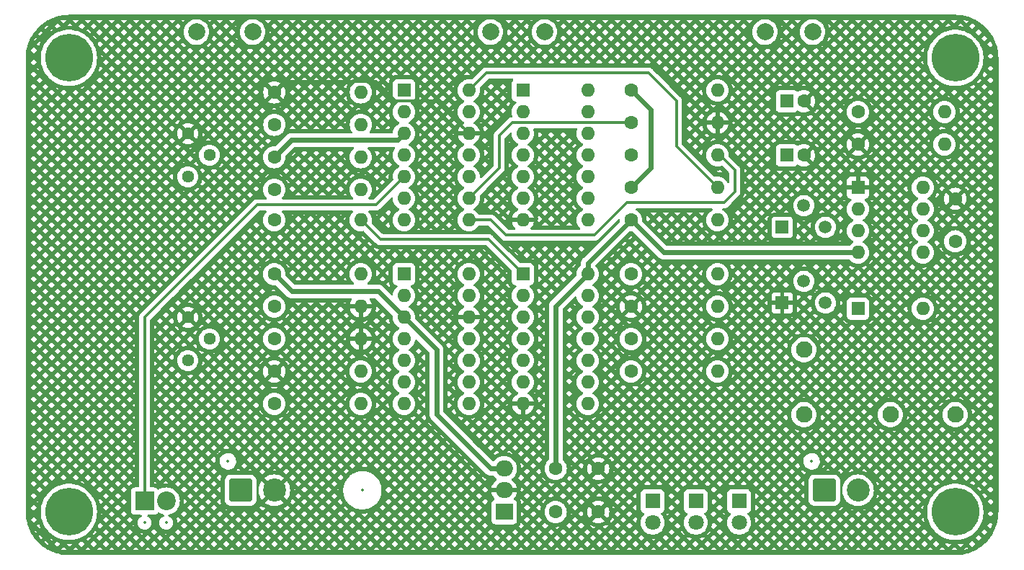
<source format=gbl>
%TF.GenerationSoftware,KiCad,Pcbnew,7.0.8*%
%TF.CreationDate,2024-06-10T01:14:45+01:00*%
%TF.ProjectId,BSPD_ManchesterStingerMotorsports,42535044-5f4d-4616-9e63-686573746572,V3.0*%
%TF.SameCoordinates,Original*%
%TF.FileFunction,Copper,L2,Bot*%
%TF.FilePolarity,Positive*%
%FSLAX46Y46*%
G04 Gerber Fmt 4.6, Leading zero omitted, Abs format (unit mm)*
G04 Created by KiCad (PCBNEW 7.0.8) date 2024-06-10 01:14:45*
%MOMM*%
%LPD*%
G01*
G04 APERTURE LIST*
G04 Aperture macros list*
%AMRoundRect*
0 Rectangle with rounded corners*
0 $1 Rounding radius*
0 $2 $3 $4 $5 $6 $7 $8 $9 X,Y pos of 4 corners*
0 Add a 4 corners polygon primitive as box body*
4,1,4,$2,$3,$4,$5,$6,$7,$8,$9,$2,$3,0*
0 Add four circle primitives for the rounded corners*
1,1,$1+$1,$2,$3*
1,1,$1+$1,$4,$5*
1,1,$1+$1,$6,$7*
1,1,$1+$1,$8,$9*
0 Add four rect primitives between the rounded corners*
20,1,$1+$1,$2,$3,$4,$5,0*
20,1,$1+$1,$4,$5,$6,$7,0*
20,1,$1+$1,$6,$7,$8,$9,0*
20,1,$1+$1,$8,$9,$2,$3,0*%
G04 Aperture macros list end*
%TA.AperFunction,ComponentPad*%
%ADD10R,1.600000X1.600000*%
%TD*%
%TA.AperFunction,ComponentPad*%
%ADD11O,1.600000X1.600000*%
%TD*%
%TA.AperFunction,ComponentPad*%
%ADD12C,1.600000*%
%TD*%
%TA.AperFunction,ComponentPad*%
%ADD13R,1.800000X1.800000*%
%TD*%
%TA.AperFunction,ComponentPad*%
%ADD14C,1.800000*%
%TD*%
%TA.AperFunction,ComponentPad*%
%ADD15R,1.500000X1.500000*%
%TD*%
%TA.AperFunction,ComponentPad*%
%ADD16C,1.500000*%
%TD*%
%TA.AperFunction,ComponentPad*%
%ADD17C,1.440000*%
%TD*%
%TA.AperFunction,ComponentPad*%
%ADD18C,5.600000*%
%TD*%
%TA.AperFunction,ComponentPad*%
%ADD19R,2.200000X2.200000*%
%TD*%
%TA.AperFunction,ComponentPad*%
%ADD20C,2.200000*%
%TD*%
%TA.AperFunction,ComponentPad*%
%ADD21C,2.000000*%
%TD*%
%TA.AperFunction,ComponentPad*%
%ADD22RoundRect,0.250001X-1.099999X-1.099999X1.099999X-1.099999X1.099999X1.099999X-1.099999X1.099999X0*%
%TD*%
%TA.AperFunction,ComponentPad*%
%ADD23C,2.700000*%
%TD*%
%TA.AperFunction,ComponentPad*%
%ADD24R,2.000000X1.905000*%
%TD*%
%TA.AperFunction,ComponentPad*%
%ADD25O,2.000000X1.905000*%
%TD*%
%TA.AperFunction,ComponentPad*%
%ADD26C,1.950000*%
%TD*%
%TA.AperFunction,Conductor*%
%ADD27C,0.300000*%
%TD*%
%TA.AperFunction,Conductor*%
%ADD28C,0.600000*%
%TD*%
%ADD29C,0.350000*%
G04 APERTURE END LIST*
D10*
%TO.P,U4,1*%
%TO.N,Net-(R7-Pad2)*%
X58420000Y54610000D03*
D11*
%TO.P,U4,2*%
%TO.N,Net-(R8-Pad2)*%
X58420000Y52070000D03*
%TO.P,U4,3*%
%TO.N,Net-(U4-Pad3)*%
X58420000Y49530000D03*
%TO.P,U4,4*%
X58420000Y46990000D03*
%TO.P,U4,5*%
%TO.N,Net-(R13-Pad2)*%
X58420000Y44450000D03*
%TO.P,U4,6*%
%TO.N,Net-(R15-Pad1)*%
X58420000Y41910000D03*
%TO.P,U4,7,GND*%
%TO.N,GND*%
X58420000Y39370000D03*
%TO.P,U4,8*%
%TO.N,Net-(R21-Pad1)*%
X66040000Y39370000D03*
%TO.P,U4,9*%
%TO.N,Net-(U6-Q)*%
X66040000Y41910000D03*
%TO.P,U4,10*%
X66040000Y44450000D03*
%TO.P,U4,11*%
%TO.N,N/C*%
X66040000Y46990000D03*
%TO.P,U4,12*%
X66040000Y49530000D03*
%TO.P,U4,13*%
X66040000Y52070000D03*
%TO.P,U4,14,VCC*%
%TO.N,+5V*%
X66040000Y54610000D03*
%TD*%
D12*
%TO.P,R13,1*%
%TO.N,+5V*%
X71120000Y39370000D03*
D11*
%TO.P,R13,2*%
%TO.N,Net-(R13-Pad2)*%
X81280000Y39370000D03*
%TD*%
D12*
%TO.P,R12,1*%
%TO.N,Net-(R12-Pad1)*%
X71120000Y25400000D03*
D11*
%TO.P,R12,2*%
%TO.N,Net-(D2-K)*%
X81280000Y25400000D03*
%TD*%
D13*
%TO.P,D1,1,K*%
%TO.N,Net-(D1-K)*%
X73660000Y6350000D03*
D14*
%TO.P,D1,2,A*%
%TO.N,+5V*%
X73660000Y3810000D03*
%TD*%
D15*
%TO.P,Q1,1,E*%
%TO.N,Net-(Q1-E)*%
X88890000Y38520000D03*
D16*
%TO.P,Q1,2,B*%
%TO.N,Net-(Q1-B)*%
X91430000Y41060000D03*
%TO.P,Q1,3,C*%
%TO.N,Net-(Q1-C)*%
X93970000Y38520000D03*
%TD*%
D10*
%TO.P,C4,1*%
%TO.N,Net-(Q1-E)*%
X89440000Y46990000D03*
D12*
%TO.P,C4,2*%
%TO.N,GND*%
X91440000Y46990000D03*
%TD*%
D17*
%TO.P,RV2,1,1*%
%TO.N,+5V*%
X19050000Y22860000D03*
%TO.P,RV2,2,2*%
%TO.N,Net-(U2A--)*%
X21590000Y25400000D03*
%TO.P,RV2,3,3*%
%TO.N,GND*%
X19050000Y27940000D03*
%TD*%
D13*
%TO.P,D2,1,K*%
%TO.N,Net-(D2-K)*%
X78740000Y6350000D03*
D14*
%TO.P,D2,2,A*%
%TO.N,+5V*%
X78740000Y3810000D03*
%TD*%
D10*
%TO.P,U2,1*%
%TO.N,Net-(R13-Pad2)*%
X44450000Y33025000D03*
D11*
%TO.P,U2,2*%
%TO.N,Net-(R8-Pad2)*%
X44450000Y30485000D03*
%TO.P,U2,3,V+*%
%TO.N,+5V*%
X44450000Y27945000D03*
%TO.P,U2,4,-*%
%TO.N,Net-(U2A--)*%
X44450000Y25405000D03*
%TO.P,U2,5,+*%
%TO.N,SENS_2*%
X44450000Y22865000D03*
%TO.P,U2,6,-*%
%TO.N,Net-(U2B--)*%
X44450000Y20325000D03*
%TO.P,U2,7,+*%
%TO.N,2.27V_REF*%
X44450000Y17785000D03*
%TO.P,U2,8*%
%TO.N,N/C*%
X52070000Y17785000D03*
%TO.P,U2,9*%
X52070000Y20325000D03*
%TO.P,U2,10,-*%
%TO.N,0.45V_REF*%
X52070000Y22865000D03*
%TO.P,U2,11,+*%
%TO.N,SENS_2*%
X52070000Y25405000D03*
%TO.P,U2,12,V-*%
%TO.N,GND*%
X52070000Y27945000D03*
%TO.P,U2,13*%
%TO.N,Net-(R13-Pad2)*%
X52070000Y30485000D03*
%TO.P,U2,14*%
%TO.N,N/C*%
X52070000Y33025000D03*
%TD*%
D18*
%TO.P,H4,1,1*%
%TO.N,unconnected-(H4-Pad1)*%
X5080000Y5080000D03*
%TD*%
D12*
%TO.P,C3,1*%
%TO.N,+5V*%
X62270000Y10160000D03*
%TO.P,C3,2*%
%TO.N,GND*%
X67270000Y10160000D03*
%TD*%
D19*
%TO.P,J2,1,Pin_1*%
%TO.N,SENS_1*%
X13970000Y6350000D03*
D20*
%TO.P,J2,2,Pin_2*%
%TO.N,SENS_2*%
X16510000Y6350000D03*
%TD*%
D21*
%TO.P,TP2,1,1*%
%TO.N,Net-(U2A--)*%
X20066000Y61468000D03*
%TD*%
D22*
%TO.P,J3,1,Pin_1*%
%TO.N,RELAY_OUT*%
X93830000Y7620000D03*
D23*
%TO.P,J3,2,Pin_2*%
%TO.N,RELAY_IN*%
X97790000Y7620000D03*
%TD*%
D12*
%TO.P,R4,1*%
%TO.N,GND*%
X29210000Y21590000D03*
D11*
%TO.P,R4,2*%
%TO.N,Net-(U2B--)*%
X39370000Y21590000D03*
%TD*%
D10*
%TO.P,D4,1,K*%
%TO.N,+12V*%
X97790000Y28956000D03*
D11*
%TO.P,D4,2,A*%
%TO.N,Net-(D4-A)*%
X105410000Y28956000D03*
%TD*%
D10*
%TO.P,C1,1*%
%TO.N,Net-(U1D--)*%
X89440000Y53340000D03*
D12*
%TO.P,C1,2*%
%TO.N,GND*%
X91440000Y53340000D03*
%TD*%
%TO.P,C5,1*%
%TO.N,Net-(U6-CV)*%
X109220000Y36870000D03*
%TO.P,C5,2*%
%TO.N,GND*%
X109220000Y41870000D03*
%TD*%
D21*
%TO.P,TP3,1,1*%
%TO.N,Net-(R15-Pad1)*%
X60960000Y61468000D03*
%TD*%
%TO.P,TP6,1,1*%
%TO.N,Net-(Q1-E)*%
X92456000Y61468000D03*
%TD*%
D12*
%TO.P,R9,1*%
%TO.N,+5V*%
X29210000Y42940000D03*
D11*
%TO.P,R9,2*%
%TO.N,0.45V_REF*%
X39370000Y42940000D03*
%TD*%
D12*
%TO.P,R19,1*%
%TO.N,GND*%
X97790000Y48260000D03*
D11*
%TO.P,R19,2*%
%TO.N,Net-(Q1-C)*%
X107950000Y48260000D03*
%TD*%
D24*
%TO.P,U5,1,VI*%
%TO.N,+12V*%
X56220000Y5080000D03*
D25*
%TO.P,U5,2,GND*%
%TO.N,GND*%
X56220000Y7620000D03*
%TO.P,U5,3,VO*%
%TO.N,+5V*%
X56220000Y10160000D03*
%TD*%
D12*
%TO.P,R15,1*%
%TO.N,Net-(R15-Pad1)*%
X71120000Y46990000D03*
D11*
%TO.P,R15,2*%
%TO.N,Net-(U1D--)*%
X81280000Y46990000D03*
%TD*%
D12*
%TO.P,R5,1*%
%TO.N,Net-(U1B--)*%
X29220000Y50565000D03*
D11*
%TO.P,R5,2*%
%TO.N,SENS_1*%
X39380000Y50565000D03*
%TD*%
D12*
%TO.P,R6,1*%
%TO.N,Net-(U2B--)*%
X29210000Y17780000D03*
D11*
%TO.P,R6,2*%
%TO.N,SENS_2*%
X39370000Y17780000D03*
%TD*%
D12*
%TO.P,C2,1*%
%TO.N,+12V*%
X62270000Y5080000D03*
%TO.P,C2,2*%
%TO.N,GND*%
X67270000Y5080000D03*
%TD*%
D22*
%TO.P,J1,1,Pin_1*%
%TO.N,+12V*%
X25250000Y7620000D03*
D23*
%TO.P,J1,2,Pin_2*%
%TO.N,GND*%
X29210000Y7620000D03*
%TD*%
D13*
%TO.P,D3,1,K*%
%TO.N,Net-(D3-K)*%
X83820000Y6350000D03*
D14*
%TO.P,D3,2,A*%
%TO.N,Net-(D3-A)*%
X83820000Y3810000D03*
%TD*%
D12*
%TO.P,R10,1*%
%TO.N,0.45V_REF*%
X29210000Y25400000D03*
D11*
%TO.P,R10,2*%
%TO.N,GND*%
X39370000Y25400000D03*
%TD*%
D18*
%TO.P,H3,1,1*%
%TO.N,unconnected-(H3-Pad1)*%
X5080000Y58420000D03*
%TD*%
D10*
%TO.P,U6,1,GND*%
%TO.N,GND*%
X97790000Y43180000D03*
D11*
%TO.P,U6,2,TR*%
%TO.N,Net-(Q1-B)*%
X97790000Y40640000D03*
%TO.P,U6,3,Q*%
%TO.N,Net-(U6-Q)*%
X97790000Y38100000D03*
%TO.P,U6,4,R*%
%TO.N,+5V*%
X97790000Y35560000D03*
%TO.P,U6,5,CV*%
%TO.N,Net-(U6-CV)*%
X105410000Y35560000D03*
%TO.P,U6,6,THR*%
%TO.N,Net-(Q1-E)*%
X105410000Y38100000D03*
%TO.P,U6,7,DIS*%
X105410000Y40640000D03*
%TO.P,U6,8,VCC*%
%TO.N,+5V*%
X105410000Y43180000D03*
%TD*%
D10*
%TO.P,U1,1*%
%TO.N,Net-(R13-Pad2)*%
X44450000Y54615000D03*
D11*
%TO.P,U1,2*%
%TO.N,Net-(R7-Pad2)*%
X44450000Y52075000D03*
%TO.P,U1,3,V+*%
%TO.N,+5V*%
X44450000Y49535000D03*
%TO.P,U1,4,-*%
%TO.N,Net-(U1A--)*%
X44450000Y46995000D03*
%TO.P,U1,5,+*%
%TO.N,SENS_1*%
X44450000Y44455000D03*
%TO.P,U1,6,-*%
%TO.N,Net-(U1B--)*%
X44450000Y41915000D03*
%TO.P,U1,7,+*%
%TO.N,2.27V_REF*%
X44450000Y39375000D03*
%TO.P,U1,8,-*%
%TO.N,Net-(U1D--)*%
X52070000Y39375000D03*
%TO.P,U1,9,+*%
%TO.N,Net-(U1D-+)*%
X52070000Y41915000D03*
%TO.P,U1,10,-*%
%TO.N,0.45V_REF*%
X52070000Y44455000D03*
%TO.P,U1,11,+*%
%TO.N,SENS_1*%
X52070000Y46995000D03*
%TO.P,U1,12,V-*%
%TO.N,GND*%
X52070000Y49535000D03*
%TO.P,U1,13*%
%TO.N,Net-(R13-Pad2)*%
X52070000Y52075000D03*
%TO.P,U1,14*%
%TO.N,Net-(Q1-B)*%
X52070000Y54615000D03*
%TD*%
D21*
%TO.P,TP4,1,1*%
%TO.N,Net-(Q1-B)*%
X54610000Y61468000D03*
%TD*%
D12*
%TO.P,R2,1*%
%TO.N,2.27V_REF*%
X29210000Y29210000D03*
D11*
%TO.P,R2,2*%
%TO.N,GND*%
X39370000Y29210000D03*
%TD*%
D12*
%TO.P,R7,1*%
%TO.N,+5V*%
X29210000Y39370000D03*
D11*
%TO.P,R7,2*%
%TO.N,Net-(R7-Pad2)*%
X39370000Y39370000D03*
%TD*%
D18*
%TO.P,H1,1,1*%
%TO.N,unconnected-(H1-Pad1)*%
X109220000Y58420000D03*
%TD*%
D12*
%TO.P,R14,1*%
%TO.N,GND*%
X71120000Y29210000D03*
D11*
%TO.P,R14,2*%
%TO.N,Net-(D3-K)*%
X81280000Y29210000D03*
%TD*%
D26*
%TO.P,K1,1*%
%TO.N,Net-(D4-A)*%
X91440000Y16510000D03*
%TO.P,K1,2*%
%TO.N,RELAY_OUT*%
X101600000Y16510000D03*
%TO.P,K1,3*%
%TO.N,RELAY_IN*%
X109220000Y16510000D03*
%TO.P,K1,5*%
%TO.N,+12V*%
X91440000Y24130000D03*
%TD*%
D12*
%TO.P,R11,1*%
%TO.N,Net-(R11-Pad1)*%
X71120000Y21590000D03*
D11*
%TO.P,R11,2*%
%TO.N,Net-(D1-K)*%
X81280000Y21590000D03*
%TD*%
D17*
%TO.P,RV1,1,1*%
%TO.N,+5V*%
X19050000Y44450000D03*
%TO.P,RV1,2,2*%
%TO.N,Net-(U1A--)*%
X21590000Y46990000D03*
%TO.P,RV1,3,3*%
%TO.N,GND*%
X19050000Y49530000D03*
%TD*%
D12*
%TO.P,R21,1*%
%TO.N,Net-(R21-Pad1)*%
X71120000Y33020000D03*
D11*
%TO.P,R21,2*%
%TO.N,Net-(Q2-B)*%
X81280000Y33020000D03*
%TD*%
D12*
%TO.P,R1,1*%
%TO.N,+5V*%
X29210000Y46750000D03*
D11*
%TO.P,R1,2*%
%TO.N,2.27V_REF*%
X39370000Y46750000D03*
%TD*%
D12*
%TO.P,R16,1*%
%TO.N,+5V*%
X71120000Y54610000D03*
D11*
%TO.P,R16,2*%
%TO.N,Net-(U1D-+)*%
X81280000Y54610000D03*
%TD*%
D21*
%TO.P,TP5,1,1*%
%TO.N,Net-(R21-Pad1)*%
X86868000Y61468000D03*
%TD*%
%TO.P,TP1,1,1*%
%TO.N,Net-(U1A--)*%
X26670000Y61468000D03*
%TD*%
D12*
%TO.P,R20,1*%
%TO.N,Net-(Q1-E)*%
X97790000Y52070000D03*
D11*
%TO.P,R20,2*%
%TO.N,+5V*%
X107950000Y52070000D03*
%TD*%
D12*
%TO.P,R17,1*%
%TO.N,Net-(U1D-+)*%
X71120000Y50800000D03*
D11*
%TO.P,R17,2*%
%TO.N,GND*%
X81280000Y50800000D03*
%TD*%
D12*
%TO.P,R3,1*%
%TO.N,GND*%
X29220000Y54375000D03*
D11*
%TO.P,R3,2*%
%TO.N,Net-(U1B--)*%
X39380000Y54375000D03*
%TD*%
D15*
%TO.P,Q2,1,E*%
%TO.N,GND*%
X88890000Y29630000D03*
D16*
%TO.P,Q2,2,B*%
%TO.N,Net-(Q2-B)*%
X91430000Y32170000D03*
%TO.P,Q2,3,C*%
%TO.N,Net-(D4-A)*%
X93970000Y29630000D03*
%TD*%
D12*
%TO.P,R18,1*%
%TO.N,+5V*%
X71120000Y43180000D03*
D11*
%TO.P,R18,2*%
%TO.N,Net-(Q1-B)*%
X81280000Y43180000D03*
%TD*%
D12*
%TO.P,R8,1*%
%TO.N,+5V*%
X29210000Y33020000D03*
D11*
%TO.P,R8,2*%
%TO.N,Net-(R8-Pad2)*%
X39370000Y33020000D03*
%TD*%
D10*
%TO.P,U3,1*%
%TO.N,Net-(R7-Pad2)*%
X58420000Y33020000D03*
D11*
%TO.P,U3,2*%
X58420000Y30480000D03*
%TO.P,U3,3*%
%TO.N,Net-(R11-Pad1)*%
X58420000Y27940000D03*
%TO.P,U3,4*%
%TO.N,Net-(R8-Pad2)*%
X58420000Y25400000D03*
%TO.P,U3,5*%
X58420000Y22860000D03*
%TO.P,U3,6*%
%TO.N,Net-(R12-Pad1)*%
X58420000Y20320000D03*
%TO.P,U3,7,GND*%
%TO.N,GND*%
X58420000Y17780000D03*
%TO.P,U3,8*%
%TO.N,Net-(D3-A)*%
X66040000Y17780000D03*
%TO.P,U3,9*%
%TO.N,Net-(R13-Pad2)*%
X66040000Y20320000D03*
%TO.P,U3,10*%
X66040000Y22860000D03*
%TO.P,U3,11*%
%TO.N,N/C*%
X66040000Y25400000D03*
%TO.P,U3,12*%
X66040000Y27940000D03*
%TO.P,U3,13*%
X66040000Y30480000D03*
%TO.P,U3,14,VCC*%
%TO.N,+5V*%
X66040000Y33020000D03*
%TD*%
D18*
%TO.P,H2,1,1*%
%TO.N,unconnected-(H2-Pad1)*%
X109220000Y5080000D03*
%TD*%
D27*
%TO.N,Net-(U1D--)*%
X56388000Y37592000D02*
X66802000Y37592000D01*
X66802000Y37592000D02*
X70612000Y41402000D01*
X81534000Y46990000D02*
X81280000Y46990000D01*
X83312000Y45212000D02*
X81534000Y46990000D01*
X52070000Y39375000D02*
X54605000Y39375000D01*
X54605000Y39375000D02*
X56388000Y37592000D01*
X82042000Y41402000D02*
X83312000Y42672000D01*
X70612000Y41402000D02*
X82042000Y41402000D01*
X83312000Y42672000D02*
X83312000Y45212000D01*
%TO.N,GND*%
X52070000Y49535000D02*
X48240000Y53365000D01*
X48240000Y53365000D02*
X43463604Y53365000D01*
X41202604Y55626000D02*
X30471000Y55626000D01*
X30471000Y55626000D02*
X29220000Y54375000D01*
X43463604Y53365000D02*
X41202604Y55626000D01*
D28*
%TO.N,+5V*%
X54610000Y10160000D02*
X56220000Y10160000D01*
X71120000Y39370000D02*
X74930000Y35560000D01*
X41407000Y30988000D02*
X44450000Y27945000D01*
X29210000Y46750000D02*
X31228000Y48768000D01*
X43683000Y48768000D02*
X44450000Y49535000D01*
X31228000Y48768000D02*
X43683000Y48768000D01*
X48260000Y16510000D02*
X54610000Y10160000D01*
X31242000Y30988000D02*
X41407000Y30988000D01*
X66040000Y33020000D02*
X66040000Y34290000D01*
X62270000Y10160000D02*
X62270000Y29250000D01*
X73406000Y52324000D02*
X71120000Y54610000D01*
X44450000Y27945000D02*
X48260000Y24135000D01*
X62270000Y29250000D02*
X66040000Y33020000D01*
X29210000Y33020000D02*
X31242000Y30988000D01*
X66040000Y34290000D02*
X71120000Y39370000D01*
X73406000Y45466000D02*
X73406000Y52324000D01*
X71120000Y43180000D02*
X73406000Y45466000D01*
X74930000Y35560000D02*
X97790000Y35560000D01*
X48260000Y24135000D02*
X48260000Y16510000D01*
D27*
%TO.N,Net-(Q1-B)*%
X76454000Y48006000D02*
X81280000Y43180000D01*
X76454000Y53340000D02*
X76454000Y48006000D01*
X73152000Y56642000D02*
X76454000Y53340000D01*
X52070000Y54615000D02*
X54097000Y56642000D01*
X54097000Y56642000D02*
X73152000Y56642000D01*
%TO.N,Net-(R7-Pad2)*%
X58420000Y33020000D02*
X54356000Y37084000D01*
X41656000Y37084000D02*
X39370000Y39370000D01*
X54356000Y37084000D02*
X41656000Y37084000D01*
%TO.N,SENS_1*%
X13970000Y27940000D02*
X27178000Y41148000D01*
X13970000Y6350000D02*
X13970000Y27940000D01*
X27178000Y41148000D02*
X41143000Y41148000D01*
X41143000Y41148000D02*
X44450000Y44455000D01*
%TO.N,Net-(U1D-+)*%
X57150000Y50800000D02*
X71120000Y50800000D01*
X55626000Y49276000D02*
X57150000Y50800000D01*
X52070000Y41915000D02*
X55626000Y45471000D01*
X55626000Y45471000D02*
X55626000Y49276000D01*
%TD*%
%TA.AperFunction,Conductor*%
%TO.N,GND*%
G36*
X57034805Y49662348D02*
G01*
X57090739Y49620477D01*
X57115156Y49555012D01*
X57115001Y49535366D01*
X57114532Y49530002D01*
X57114532Y49529999D01*
X57134364Y49303314D01*
X57134366Y49303303D01*
X57193258Y49083512D01*
X57193261Y49083503D01*
X57289431Y48877268D01*
X57289432Y48877266D01*
X57419954Y48690859D01*
X57580858Y48529955D01*
X57580861Y48529953D01*
X57767266Y48399432D01*
X57825275Y48372382D01*
X57877714Y48326209D01*
X57896866Y48259016D01*
X57876650Y48192135D01*
X57825275Y48147619D01*
X57825118Y48147545D01*
X57767267Y48120569D01*
X57767265Y48120568D01*
X57580858Y47990046D01*
X57419954Y47829142D01*
X57289432Y47642735D01*
X57289431Y47642733D01*
X57193261Y47436498D01*
X57193258Y47436489D01*
X57134366Y47216698D01*
X57134364Y47216687D01*
X57114532Y46990002D01*
X57114532Y46989999D01*
X57134364Y46763314D01*
X57134366Y46763303D01*
X57193258Y46543512D01*
X57193261Y46543503D01*
X57289431Y46337268D01*
X57289432Y46337266D01*
X57419954Y46150859D01*
X57580858Y45989955D01*
X57627693Y45957161D01*
X57767266Y45859432D01*
X57825275Y45832382D01*
X57877714Y45786209D01*
X57896866Y45719016D01*
X57876650Y45652135D01*
X57825275Y45607618D01*
X57767267Y45580569D01*
X57767265Y45580568D01*
X57580858Y45450046D01*
X57419954Y45289142D01*
X57289432Y45102735D01*
X57289431Y45102733D01*
X57193261Y44896498D01*
X57193258Y44896489D01*
X57134366Y44676698D01*
X57134364Y44676687D01*
X57114532Y44450002D01*
X57114532Y44449999D01*
X57134364Y44223314D01*
X57134366Y44223303D01*
X57193258Y44003512D01*
X57193261Y44003503D01*
X57289431Y43797268D01*
X57289432Y43797266D01*
X57419954Y43610859D01*
X57580858Y43449955D01*
X57580861Y43449953D01*
X57767266Y43319432D01*
X57825275Y43292382D01*
X57877714Y43246209D01*
X57896866Y43179016D01*
X57876650Y43112135D01*
X57825275Y43067619D01*
X57820874Y43065566D01*
X57767267Y43040569D01*
X57767265Y43040568D01*
X57580858Y42910046D01*
X57419954Y42749142D01*
X57289432Y42562735D01*
X57289431Y42562733D01*
X57193261Y42356498D01*
X57193258Y42356489D01*
X57134366Y42136698D01*
X57134364Y42136687D01*
X57114532Y41910002D01*
X57114532Y41909999D01*
X57134364Y41683314D01*
X57134366Y41683303D01*
X57193258Y41463512D01*
X57193261Y41463503D01*
X57289431Y41257268D01*
X57289432Y41257266D01*
X57419954Y41070859D01*
X57580858Y40909955D01*
X57580861Y40909953D01*
X57767266Y40779432D01*
X57825865Y40752107D01*
X57878305Y40705935D01*
X57897457Y40638742D01*
X57877242Y40571861D01*
X57825867Y40527343D01*
X57767515Y40500133D01*
X57581179Y40369658D01*
X57420342Y40208821D01*
X57289865Y40022483D01*
X57193734Y39816327D01*
X57193730Y39816318D01*
X57141127Y39620001D01*
X57141128Y39620000D01*
X58104314Y39620000D01*
X58092359Y39608045D01*
X58034835Y39495148D01*
X58015014Y39370000D01*
X58034835Y39244852D01*
X58092359Y39131955D01*
X58104314Y39120000D01*
X57141128Y39120000D01*
X57193730Y38923683D01*
X57193734Y38923674D01*
X57289865Y38717518D01*
X57420342Y38531180D01*
X57497341Y38454181D01*
X57530826Y38392858D01*
X57525842Y38323166D01*
X57483970Y38267233D01*
X57418506Y38242816D01*
X57409660Y38242500D01*
X56708808Y38242500D01*
X56641769Y38262185D01*
X56621127Y38278819D01*
X55198281Y39701665D01*
X55902559Y39701665D01*
X56257527Y39346697D01*
X56439005Y39528175D01*
X56084037Y39883143D01*
X55902559Y39701665D01*
X55198281Y39701665D01*
X55125434Y39774512D01*
X55115361Y39787086D01*
X55115174Y39786930D01*
X55110201Y39792941D01*
X55057756Y39842190D01*
X55036035Y39863911D01*
X55030240Y39868406D01*
X55025798Y39872201D01*
X54990396Y39905446D01*
X54990388Y39905452D01*
X54971792Y39915675D01*
X54955531Y39926356D01*
X54938763Y39939363D01*
X54915295Y39949518D01*
X54894178Y39958657D01*
X54888956Y39961214D01*
X54846368Y39984627D01*
X54846365Y39984628D01*
X54825801Y39989908D01*
X54807396Y39996210D01*
X54787927Y40004635D01*
X54787921Y40004637D01*
X54739951Y40012234D01*
X54734236Y40013418D01*
X54717772Y40017645D01*
X54687180Y40025500D01*
X54687177Y40025500D01*
X54665955Y40025500D01*
X54646555Y40027027D01*
X54642085Y40027735D01*
X54640011Y40028064D01*
X54625596Y40030347D01*
X54625595Y40030347D01*
X54601786Y40028097D01*
X54577230Y40025775D01*
X54571392Y40025500D01*
X53266683Y40025500D01*
X53199644Y40045185D01*
X53165108Y40078377D01*
X53070045Y40214142D01*
X52909141Y40375046D01*
X52899769Y40381608D01*
X55168287Y40381608D01*
X55173702Y40378849D01*
X55177119Y40376971D01*
X55207429Y40359045D01*
X55210718Y40356957D01*
X55226932Y40345937D01*
X55230081Y40343649D01*
X55237498Y40337896D01*
X55245737Y40333366D01*
X55249089Y40331384D01*
X55265643Y40320879D01*
X55268866Y40318688D01*
X55297354Y40297991D01*
X55300433Y40295602D01*
X55315543Y40283102D01*
X55318465Y40280526D01*
X55352971Y40248121D01*
X55358062Y40243909D01*
X55372714Y40230988D01*
X55381264Y40222959D01*
X55404359Y40199866D01*
X55463942Y40143913D01*
X55466697Y40141159D01*
X55480121Y40126863D01*
X55482699Y40123939D01*
X55494257Y40109967D01*
X55550420Y40053804D01*
X55731898Y40235282D01*
X56436176Y40235282D01*
X56715562Y39955896D01*
X56716216Y39958335D01*
X56721127Y39973909D01*
X56730414Y39999420D01*
X56736657Y40014491D01*
X56844259Y40245244D01*
X56851792Y40259717D01*
X56865367Y40283230D01*
X56874139Y40297001D01*
X56960730Y40420664D01*
X56791144Y40590250D01*
X56436176Y40235282D01*
X55731898Y40235282D01*
X55376929Y40590251D01*
X55168287Y40381608D01*
X52899769Y40381608D01*
X52722734Y40505568D01*
X52722728Y40505571D01*
X52695038Y40518483D01*
X52664724Y40532619D01*
X52612285Y40578790D01*
X52593133Y40645983D01*
X52613348Y40712865D01*
X52664725Y40757382D01*
X52671032Y40760323D01*
X52722734Y40784432D01*
X52909139Y40914953D01*
X52936575Y40942389D01*
X54314855Y40942389D01*
X54669823Y40587421D01*
X55024791Y40942389D01*
X55729069Y40942389D01*
X56084037Y40587421D01*
X56439005Y40942389D01*
X56084037Y41297357D01*
X55729069Y40942389D01*
X55024791Y40942389D01*
X54669823Y41297357D01*
X54314855Y40942389D01*
X52936575Y40942389D01*
X53070047Y41075861D01*
X53200568Y41262266D01*
X53288072Y41449918D01*
X53807326Y41449918D01*
X53962716Y41294528D01*
X54317685Y41649496D01*
X55021961Y41649496D01*
X55376930Y41294528D01*
X55731898Y41649496D01*
X55731897Y41649497D01*
X56436175Y41649497D01*
X56698017Y41387654D01*
X56649819Y41567534D01*
X56646287Y41583469D01*
X56641572Y41610206D01*
X56639443Y41626387D01*
X56621230Y41834552D01*
X56436175Y41649497D01*
X55731897Y41649497D01*
X55376930Y42004464D01*
X55021961Y41649496D01*
X54317685Y41649496D01*
X53962716Y42004465D01*
X53873468Y41915216D01*
X53873468Y41901425D01*
X53872756Y41885118D01*
X53850557Y41631387D01*
X53848428Y41615206D01*
X53843713Y41588469D01*
X53840181Y41572534D01*
X53807326Y41449918D01*
X53288072Y41449918D01*
X53296739Y41468504D01*
X53355635Y41688308D01*
X53374599Y41905071D01*
X53375468Y41914999D01*
X53375468Y41915002D01*
X53367141Y42010181D01*
X53355635Y42141692D01*
X53344790Y42182166D01*
X53346453Y42252016D01*
X53376882Y42301938D01*
X53431546Y42356602D01*
X54314855Y42356602D01*
X54669823Y42001634D01*
X55024791Y42356602D01*
X55729069Y42356602D01*
X56084037Y42001634D01*
X56439005Y42356602D01*
X56084037Y42711570D01*
X55729069Y42356602D01*
X55024791Y42356602D01*
X54669823Y42711570D01*
X54314855Y42356602D01*
X53431546Y42356602D01*
X54138653Y43063709D01*
X55021962Y43063709D01*
X55376930Y42708741D01*
X55731898Y43063709D01*
X56436176Y43063709D01*
X56791143Y42708742D01*
X56822791Y42740391D01*
X56843831Y42785507D01*
X56851368Y42799983D01*
X56864940Y42823492D01*
X56873710Y42837256D01*
X57019798Y43045895D01*
X57029731Y43058842D01*
X57047184Y43079642D01*
X57058214Y43091678D01*
X57088178Y43121643D01*
X56791144Y43418677D01*
X56436176Y43063709D01*
X55731898Y43063709D01*
X55376930Y43418677D01*
X55021962Y43063709D01*
X54138653Y43063709D01*
X54845760Y43770816D01*
X55729069Y43770816D01*
X56084037Y43415848D01*
X56439005Y43770816D01*
X56084037Y44125784D01*
X55729069Y43770816D01*
X54845760Y43770816D01*
X55552867Y44477923D01*
X56436176Y44477923D01*
X56629062Y44285037D01*
X56617244Y44420118D01*
X56616532Y44436425D01*
X56616532Y44463575D01*
X56617244Y44479882D01*
X56634416Y44676164D01*
X56436176Y44477923D01*
X55552867Y44477923D01*
X56025513Y44950569D01*
X56038079Y44960635D01*
X56037925Y44960822D01*
X56043937Y44965796D01*
X56043937Y44965797D01*
X56043940Y44965798D01*
X56093190Y45018245D01*
X56114911Y45039965D01*
X56119401Y45045755D01*
X56123183Y45050185D01*
X56156448Y45085607D01*
X56166674Y45104210D01*
X56177353Y45120467D01*
X56190362Y45137236D01*
X56209656Y45181825D01*
X56212212Y45187044D01*
X56235627Y45229632D01*
X56240905Y45250194D01*
X56247207Y45268601D01*
X56255635Y45288073D01*
X56263233Y45336047D01*
X56264414Y45341753D01*
X56276500Y45388823D01*
X56276500Y45410051D01*
X56278027Y45429451D01*
X56281346Y45450405D01*
X56276775Y45498762D01*
X56276500Y45504600D01*
X56276500Y45553812D01*
X56774500Y45553812D01*
X56791144Y45537168D01*
X57060255Y45806280D01*
X57058214Y45808321D01*
X57047184Y45820358D01*
X57029731Y45841158D01*
X57019798Y45854105D01*
X56873710Y46062744D01*
X56864940Y46076508D01*
X56851368Y46100017D01*
X56843830Y46114494D01*
X56784902Y46240863D01*
X56774500Y46230460D01*
X56774500Y45553812D01*
X56276500Y45553812D01*
X56276500Y48382239D01*
X56774500Y48382239D01*
X56791143Y48365596D01*
X56937371Y48511824D01*
X56873710Y48602744D01*
X56864940Y48616508D01*
X56851368Y48640017D01*
X56843830Y48654494D01*
X56775420Y48801199D01*
X56774500Y48800279D01*
X56774500Y48382239D01*
X56276500Y48382239D01*
X56276500Y48955193D01*
X56296185Y49022232D01*
X56312815Y49042870D01*
X56903793Y49633849D01*
X56965114Y49667332D01*
X57034805Y49662348D01*
G37*
%TD.AperFunction*%
%TA.AperFunction,Conductor*%
G36*
X64766332Y50129815D02*
G01*
X64812087Y50077011D01*
X64822031Y50007853D01*
X64814293Y49981875D01*
X64815111Y49981577D01*
X64813258Y49976489D01*
X64754366Y49756698D01*
X64754364Y49756687D01*
X64734532Y49530002D01*
X64734532Y49529999D01*
X64754364Y49303314D01*
X64754366Y49303303D01*
X64813258Y49083512D01*
X64813261Y49083503D01*
X64909431Y48877268D01*
X64909432Y48877266D01*
X65039954Y48690859D01*
X65200858Y48529955D01*
X65200861Y48529953D01*
X65387266Y48399432D01*
X65445275Y48372382D01*
X65497714Y48326209D01*
X65516866Y48259016D01*
X65496650Y48192135D01*
X65445275Y48147619D01*
X65445118Y48147545D01*
X65387267Y48120569D01*
X65387265Y48120568D01*
X65200858Y47990046D01*
X65039954Y47829142D01*
X64909432Y47642735D01*
X64909431Y47642733D01*
X64813261Y47436498D01*
X64813258Y47436489D01*
X64754366Y47216698D01*
X64754364Y47216687D01*
X64734532Y46990002D01*
X64734532Y46989999D01*
X64754364Y46763314D01*
X64754366Y46763303D01*
X64813258Y46543512D01*
X64813261Y46543503D01*
X64909431Y46337268D01*
X64909432Y46337266D01*
X65039954Y46150859D01*
X65200858Y45989955D01*
X65247693Y45957161D01*
X65387266Y45859432D01*
X65445275Y45832382D01*
X65497714Y45786209D01*
X65516866Y45719016D01*
X65496650Y45652135D01*
X65445275Y45607618D01*
X65387267Y45580569D01*
X65387265Y45580568D01*
X65200858Y45450046D01*
X65039954Y45289142D01*
X64909432Y45102735D01*
X64909431Y45102733D01*
X64813261Y44896498D01*
X64813258Y44896489D01*
X64754366Y44676698D01*
X64754364Y44676687D01*
X64734532Y44450002D01*
X64734532Y44449999D01*
X64754364Y44223314D01*
X64754366Y44223303D01*
X64813258Y44003512D01*
X64813261Y44003503D01*
X64909431Y43797268D01*
X64909432Y43797266D01*
X65039954Y43610859D01*
X65200858Y43449955D01*
X65200861Y43449953D01*
X65387266Y43319432D01*
X65445275Y43292382D01*
X65497714Y43246209D01*
X65516866Y43179016D01*
X65496650Y43112135D01*
X65445275Y43067619D01*
X65440874Y43065566D01*
X65387267Y43040569D01*
X65387265Y43040568D01*
X65200858Y42910046D01*
X65039954Y42749142D01*
X64909432Y42562735D01*
X64909431Y42562733D01*
X64813261Y42356498D01*
X64813258Y42356489D01*
X64754366Y42136698D01*
X64754364Y42136687D01*
X64734532Y41910002D01*
X64734532Y41909999D01*
X64754364Y41683314D01*
X64754366Y41683303D01*
X64813258Y41463512D01*
X64813261Y41463503D01*
X64909431Y41257268D01*
X64909432Y41257266D01*
X65039954Y41070859D01*
X65200858Y40909955D01*
X65200861Y40909953D01*
X65387266Y40779432D01*
X65445275Y40752382D01*
X65497714Y40706209D01*
X65516866Y40639016D01*
X65496650Y40572135D01*
X65445275Y40527618D01*
X65387267Y40500569D01*
X65387265Y40500568D01*
X65200858Y40370046D01*
X65039954Y40209142D01*
X64909432Y40022735D01*
X64909431Y40022733D01*
X64813261Y39816498D01*
X64813258Y39816489D01*
X64754366Y39596698D01*
X64754364Y39596687D01*
X64734532Y39370002D01*
X64734532Y39370000D01*
X64754364Y39143314D01*
X64754366Y39143303D01*
X64813258Y38923512D01*
X64813261Y38923503D01*
X64909431Y38717268D01*
X64909432Y38717266D01*
X65039954Y38530859D01*
X65116632Y38454181D01*
X65150117Y38392858D01*
X65145133Y38323166D01*
X65103261Y38267233D01*
X65037797Y38242816D01*
X65028951Y38242500D01*
X59430340Y38242500D01*
X59363301Y38262185D01*
X59317546Y38314989D01*
X59307602Y38384147D01*
X59336627Y38447703D01*
X59342659Y38454181D01*
X59419657Y38531180D01*
X59550134Y38717518D01*
X59598420Y38821068D01*
X60678816Y38821068D01*
X60759384Y38740500D01*
X61308184Y38740500D01*
X61388752Y38821068D01*
X62093030Y38821068D01*
X62173598Y38740500D01*
X62722398Y38740500D01*
X62802966Y38821068D01*
X63507243Y38821068D01*
X63587811Y38740500D01*
X64136612Y38740500D01*
X64217180Y38821068D01*
X63862211Y39176037D01*
X63507243Y38821068D01*
X62802966Y38821068D01*
X62447998Y39176036D01*
X62093030Y38821068D01*
X61388752Y38821068D01*
X61033784Y39176036D01*
X60678816Y38821068D01*
X59598420Y38821068D01*
X59646265Y38923674D01*
X59646269Y38923683D01*
X59698872Y39120000D01*
X58735686Y39120000D01*
X58747641Y39131955D01*
X58805165Y39244852D01*
X58824986Y39370000D01*
X58824986Y39370001D01*
X60134756Y39370001D01*
X60150823Y39349062D01*
X60326678Y39173207D01*
X60681646Y39528175D01*
X61385923Y39528175D01*
X61740891Y39173207D01*
X62095859Y39528175D01*
X62800137Y39528175D01*
X63155105Y39173207D01*
X63510073Y39528175D01*
X63155105Y39883143D01*
X62800137Y39528175D01*
X62095859Y39528175D01*
X61740891Y39883143D01*
X61385923Y39528175D01*
X60681646Y39528175D01*
X60326677Y39883144D01*
X60182550Y39739017D01*
X60210818Y39633520D01*
X60212660Y39577234D01*
X60189915Y39462890D01*
X60166673Y39411595D01*
X60134756Y39370001D01*
X58824986Y39370001D01*
X58805165Y39495148D01*
X58747641Y39608045D01*
X58735686Y39620000D01*
X59698872Y39620000D01*
X59698872Y39620001D01*
X59646269Y39816318D01*
X59646265Y39816327D01*
X59550134Y40022483D01*
X59419657Y40208821D01*
X59393196Y40235282D01*
X60678816Y40235282D01*
X61033784Y39880314D01*
X61388752Y40235282D01*
X62093030Y40235282D01*
X62447998Y39880314D01*
X62802966Y40235282D01*
X63507243Y40235282D01*
X63862211Y39880314D01*
X64217180Y40235282D01*
X63862211Y40590251D01*
X63507243Y40235282D01*
X62802966Y40235282D01*
X62447998Y40590250D01*
X62093030Y40235282D01*
X61388752Y40235282D01*
X61033784Y40590250D01*
X60678816Y40235282D01*
X59393196Y40235282D01*
X59258820Y40369658D01*
X59072482Y40500135D01*
X59014133Y40527343D01*
X58961694Y40573516D01*
X58942542Y40640709D01*
X58962758Y40707590D01*
X59014129Y40752105D01*
X59072734Y40779432D01*
X59259139Y40909953D01*
X59291575Y40942389D01*
X59971710Y40942389D01*
X60326678Y40587421D01*
X60681646Y40942389D01*
X61385923Y40942389D01*
X61740891Y40587421D01*
X62095859Y40942389D01*
X62800137Y40942389D01*
X63155105Y40587421D01*
X63510073Y40942389D01*
X63510072Y40942390D01*
X64214349Y40942390D01*
X64569317Y40587422D01*
X64694215Y40712320D01*
X64678214Y40728321D01*
X64667184Y40740358D01*
X64649731Y40761158D01*
X64639798Y40774105D01*
X64493710Y40982744D01*
X64484940Y40996508D01*
X64471368Y41020017D01*
X64463830Y41034494D01*
X64413781Y41141822D01*
X64214349Y40942390D01*
X63510072Y40942390D01*
X63155105Y41297357D01*
X62800137Y40942389D01*
X62095859Y40942389D01*
X61740891Y41297357D01*
X61385923Y40942389D01*
X60681646Y40942389D01*
X60326678Y41297357D01*
X59971710Y40942389D01*
X59291575Y40942389D01*
X59420047Y41070861D01*
X59550568Y41257266D01*
X59646739Y41463504D01*
X59696575Y41649496D01*
X60678815Y41649496D01*
X61033784Y41294528D01*
X61388752Y41649496D01*
X62093029Y41649496D01*
X62447998Y41294528D01*
X62802966Y41649496D01*
X63507243Y41649496D01*
X63862211Y41294528D01*
X64217179Y41649497D01*
X63862211Y42004465D01*
X63507243Y41649496D01*
X62802966Y41649496D01*
X62447998Y42004464D01*
X62093029Y41649496D01*
X61388752Y41649496D01*
X61033784Y42004464D01*
X60678815Y41649496D01*
X59696575Y41649496D01*
X59705635Y41683308D01*
X59725468Y41910000D01*
X59725030Y41915002D01*
X59718646Y41987978D01*
X59705635Y42136692D01*
X59650928Y42340861D01*
X59646741Y42356489D01*
X59646738Y42356498D01*
X59644407Y42361496D01*
X59576745Y42506597D01*
X60121704Y42506597D01*
X60124256Y42498503D01*
X60190181Y42252466D01*
X60193713Y42236531D01*
X60198428Y42209794D01*
X60200557Y42193613D01*
X60206870Y42121442D01*
X60326678Y42001634D01*
X60681646Y42356602D01*
X61385923Y42356602D01*
X61740891Y42001634D01*
X62095859Y42356602D01*
X62800137Y42356602D01*
X63155105Y42001634D01*
X63510073Y42356602D01*
X64214350Y42356602D01*
X64280103Y42290849D01*
X64328237Y42470490D01*
X64214350Y42356602D01*
X63510073Y42356602D01*
X63155105Y42711570D01*
X62800137Y42356602D01*
X62095859Y42356602D01*
X61740891Y42711570D01*
X61385923Y42356602D01*
X60681646Y42356602D01*
X60326677Y42711571D01*
X60121704Y42506597D01*
X59576745Y42506597D01*
X59550568Y42562734D01*
X59420047Y42749139D01*
X59420045Y42749142D01*
X59259141Y42910046D01*
X59072734Y43040568D01*
X59072728Y43040571D01*
X59042102Y43054852D01*
X59014724Y43067619D01*
X58962285Y43113790D01*
X58943413Y43180000D01*
X59693464Y43180000D01*
X59781786Y43091679D01*
X59792816Y43079642D01*
X59810269Y43058842D01*
X59820202Y43045895D01*
X59876426Y42965597D01*
X59974537Y43063709D01*
X60678816Y43063709D01*
X61033784Y42708741D01*
X61388752Y43063709D01*
X62093030Y43063709D01*
X62447998Y42708741D01*
X62802966Y43063709D01*
X63507243Y43063709D01*
X63862211Y42708741D01*
X64217180Y43063709D01*
X63862211Y43418678D01*
X63507243Y43063709D01*
X62802966Y43063709D01*
X62447998Y43418677D01*
X62093030Y43063709D01*
X61388752Y43063709D01*
X61033784Y43418677D01*
X60678816Y43063709D01*
X59974537Y43063709D01*
X59974538Y43063710D01*
X59775856Y43262392D01*
X59693464Y43180000D01*
X58943413Y43180000D01*
X58943133Y43180983D01*
X58963348Y43247865D01*
X59014725Y43292382D01*
X59072734Y43319432D01*
X59259139Y43449953D01*
X59420047Y43610861D01*
X59476652Y43691702D01*
X60050824Y43691702D01*
X60326678Y43415848D01*
X60681646Y43770816D01*
X61385923Y43770816D01*
X61740891Y43415848D01*
X62095859Y43770816D01*
X62800137Y43770816D01*
X63155105Y43415848D01*
X63510073Y43770816D01*
X63510072Y43770817D01*
X64214349Y43770817D01*
X64566782Y43418384D01*
X64493710Y43522744D01*
X64484940Y43536508D01*
X64471368Y43560017D01*
X64463830Y43574494D01*
X64356185Y43805338D01*
X64349942Y43820409D01*
X64340655Y43845921D01*
X64335744Y43861497D01*
X64329253Y43885720D01*
X64214349Y43770817D01*
X63510072Y43770817D01*
X63155105Y44125784D01*
X62800137Y43770816D01*
X62095859Y43770816D01*
X61740891Y44125784D01*
X61385923Y43770816D01*
X60681646Y43770816D01*
X60326677Y44125785D01*
X60146900Y43946008D01*
X60124257Y43861498D01*
X60119345Y43845921D01*
X60110058Y43820409D01*
X60103815Y43805338D01*
X60050824Y43691702D01*
X59476652Y43691702D01*
X59550568Y43797266D01*
X59646739Y44003504D01*
X59705635Y44223308D01*
X59724873Y44443194D01*
X59725468Y44449999D01*
X59725468Y44450002D01*
X59723025Y44477923D01*
X60678816Y44477923D01*
X61033784Y44122955D01*
X61388752Y44477923D01*
X62093030Y44477923D01*
X62447998Y44122955D01*
X62802966Y44477923D01*
X63507243Y44477923D01*
X63862211Y44122955D01*
X64217180Y44477923D01*
X63862211Y44832892D01*
X63507243Y44477923D01*
X62802966Y44477923D01*
X62447998Y44832891D01*
X62093030Y44477923D01*
X61388752Y44477923D01*
X61033784Y44832891D01*
X60678816Y44477923D01*
X59723025Y44477923D01*
X59719643Y44516577D01*
X59705635Y44676692D01*
X59654100Y44869023D01*
X59646741Y44896489D01*
X59646738Y44896498D01*
X59644407Y44901496D01*
X59550568Y45102734D01*
X59449984Y45246385D01*
X60033064Y45246385D01*
X60103815Y45094662D01*
X60110058Y45079591D01*
X60119345Y45054079D01*
X60124256Y45038502D01*
X60126459Y45030280D01*
X60326678Y44830061D01*
X60681646Y45185029D01*
X61385923Y45185029D01*
X61740891Y44830061D01*
X62095859Y45185029D01*
X62800137Y45185029D01*
X63155105Y44830061D01*
X63510073Y45185029D01*
X64214350Y45185029D01*
X64341894Y45057485D01*
X64349942Y45079591D01*
X64356185Y45094662D01*
X64463830Y45325506D01*
X64471368Y45339983D01*
X64484940Y45363492D01*
X64493710Y45377256D01*
X64591869Y45517446D01*
X64569318Y45539997D01*
X64214350Y45185029D01*
X63510073Y45185029D01*
X63155105Y45539997D01*
X62800137Y45185029D01*
X62095859Y45185029D01*
X61740891Y45539997D01*
X61385923Y45185029D01*
X60681646Y45185029D01*
X60326677Y45539998D01*
X60033064Y45246385D01*
X59449984Y45246385D01*
X59421723Y45286746D01*
X59420045Y45289142D01*
X59259141Y45450046D01*
X59072734Y45580568D01*
X59072728Y45580571D01*
X59014725Y45607618D01*
X58962285Y45653790D01*
X58943413Y45720000D01*
X59693464Y45720000D01*
X59747933Y45665532D01*
X59974537Y45892136D01*
X60678816Y45892136D01*
X61033784Y45537168D01*
X61388752Y45892136D01*
X62093030Y45892136D01*
X62447998Y45537168D01*
X62802966Y45892136D01*
X63507243Y45892136D01*
X63862211Y45537168D01*
X64217180Y45892136D01*
X63862211Y46247105D01*
X63507243Y45892136D01*
X62802966Y45892136D01*
X62447998Y46247104D01*
X62093030Y45892136D01*
X61388752Y45892136D01*
X61033784Y46247104D01*
X60678816Y45892136D01*
X59974537Y45892136D01*
X59974538Y45892137D01*
X59899425Y45967250D01*
X59820202Y45854105D01*
X59810269Y45841158D01*
X59792816Y45820358D01*
X59781786Y45808321D01*
X59693464Y45720000D01*
X58943413Y45720000D01*
X58943133Y45720983D01*
X58963348Y45787865D01*
X59014725Y45832382D01*
X59072734Y45859432D01*
X59259139Y45989953D01*
X59420047Y46150861D01*
X59550568Y46337266D01*
X59597143Y46437146D01*
X60133807Y46437146D01*
X60326678Y46244275D01*
X60681646Y46599243D01*
X61385923Y46599243D01*
X61740891Y46244275D01*
X62095859Y46599243D01*
X62800137Y46599243D01*
X63155105Y46244275D01*
X63510073Y46599243D01*
X63155105Y46954211D01*
X62800137Y46599243D01*
X62095859Y46599243D01*
X61740891Y46954211D01*
X61385923Y46599243D01*
X60681646Y46599243D01*
X60326677Y46954212D01*
X60212224Y46839759D01*
X60200557Y46706387D01*
X60198428Y46690206D01*
X60193713Y46663469D01*
X60190181Y46647534D01*
X60133807Y46437146D01*
X59597143Y46437146D01*
X59646739Y46543504D01*
X59705635Y46763308D01*
X59725468Y46990000D01*
X59725030Y46995002D01*
X59718057Y47074706D01*
X59705635Y47216692D01*
X59681611Y47306350D01*
X60678816Y47306350D01*
X61033784Y46951382D01*
X61388752Y47306350D01*
X62093030Y47306350D01*
X62447998Y46951382D01*
X62802966Y47306350D01*
X63507243Y47306350D01*
X63862211Y46951383D01*
X64217179Y47306351D01*
X63862211Y47661319D01*
X63507243Y47306350D01*
X62802966Y47306350D01*
X62447998Y47661318D01*
X62093030Y47306350D01*
X61388752Y47306350D01*
X61033784Y47661318D01*
X60678816Y47306350D01*
X59681611Y47306350D01*
X59654100Y47409023D01*
X59646741Y47436489D01*
X59646738Y47436498D01*
X59644407Y47441496D01*
X59550568Y47642734D01*
X59420047Y47829139D01*
X59420045Y47829142D01*
X59259141Y47990046D01*
X59225706Y48013457D01*
X59971709Y48013457D01*
X60326678Y47658489D01*
X60681646Y48013457D01*
X61385922Y48013457D01*
X61740891Y47658489D01*
X62095859Y48013457D01*
X62800136Y48013457D01*
X63155105Y47658489D01*
X63510073Y48013457D01*
X64214349Y48013457D01*
X64431541Y47796265D01*
X64463830Y47865506D01*
X64471368Y47879983D01*
X64484940Y47903492D01*
X64493710Y47917256D01*
X64639798Y48125895D01*
X64649731Y48138842D01*
X64667184Y48159642D01*
X64678214Y48171678D01*
X64722139Y48215604D01*
X64569318Y48368425D01*
X64214349Y48013457D01*
X63510073Y48013457D01*
X63155105Y48368425D01*
X62800136Y48013457D01*
X62095859Y48013457D01*
X61740891Y48368425D01*
X61385922Y48013457D01*
X60681646Y48013457D01*
X60326678Y48368425D01*
X59971709Y48013457D01*
X59225706Y48013457D01*
X59072734Y48120568D01*
X59072728Y48120571D01*
X59034373Y48138456D01*
X59014724Y48147619D01*
X58962285Y48193790D01*
X58943133Y48260983D01*
X58963348Y48327865D01*
X59014725Y48372382D01*
X59072734Y48399432D01*
X59259139Y48529953D01*
X59420047Y48690861D01*
X59440844Y48720563D01*
X60678816Y48720563D01*
X61033784Y48365595D01*
X61388752Y48720563D01*
X62093030Y48720563D01*
X62447998Y48365595D01*
X62802966Y48720563D01*
X63507243Y48720563D01*
X63862211Y48365595D01*
X64217180Y48720563D01*
X63862211Y49075532D01*
X63507243Y48720563D01*
X62802966Y48720563D01*
X62447998Y49075531D01*
X62093030Y48720563D01*
X61388752Y48720563D01*
X61033784Y49075531D01*
X60678816Y48720563D01*
X59440844Y48720563D01*
X59550568Y48877266D01*
X59646739Y49083504D01*
X59679384Y49205338D01*
X60194042Y49205338D01*
X60326678Y49072702D01*
X60681646Y49427670D01*
X61385923Y49427670D01*
X61740891Y49072702D01*
X62095859Y49427670D01*
X62800137Y49427670D01*
X63155105Y49072702D01*
X63510073Y49427670D01*
X63286243Y49651500D01*
X63023967Y49651500D01*
X62800137Y49427670D01*
X62095859Y49427670D01*
X61872029Y49651500D01*
X61609753Y49651500D01*
X61385923Y49427670D01*
X60681646Y49427670D01*
X60457816Y49651500D01*
X60214740Y49651500D01*
X60222756Y49559882D01*
X60223468Y49543575D01*
X60223468Y49516425D01*
X60222756Y49500118D01*
X60200557Y49246387D01*
X60198428Y49230206D01*
X60194042Y49205338D01*
X59679384Y49205338D01*
X59705635Y49303308D01*
X59725468Y49530000D01*
X59725030Y49535002D01*
X59716750Y49629649D01*
X59705635Y49756692D01*
X59646739Y49976496D01*
X59646736Y49976502D01*
X59644889Y49981577D01*
X59646920Y49982317D01*
X59637835Y50042190D01*
X59666364Y50105970D01*
X59724846Y50144201D01*
X59760707Y50149500D01*
X64699293Y50149500D01*
X64766332Y50129815D01*
G37*
%TD.AperFunction*%
%TA.AperFunction,Conductor*%
G36*
X57256101Y55971815D02*
G01*
X57301856Y55919011D01*
X57311800Y55849853D01*
X57282775Y55786297D01*
X57263373Y55768235D01*
X57262926Y55767900D01*
X57262452Y55767545D01*
X57176206Y55652336D01*
X57176202Y55652329D01*
X57125908Y55517483D01*
X57119501Y55457884D01*
X57119501Y55457877D01*
X57119500Y55457865D01*
X57119500Y53762130D01*
X57119501Y53762124D01*
X57125908Y53702517D01*
X57176202Y53567672D01*
X57176206Y53567665D01*
X57262452Y53452456D01*
X57262455Y53452453D01*
X57377664Y53366207D01*
X57377671Y53366203D01*
X57420565Y53350205D01*
X57512517Y53315909D01*
X57547596Y53312138D01*
X57612144Y53285401D01*
X57651993Y53228009D01*
X57654488Y53158184D01*
X57618836Y53098095D01*
X57605464Y53087275D01*
X57580858Y53070046D01*
X57419954Y52909142D01*
X57289432Y52722735D01*
X57289431Y52722733D01*
X57193261Y52516498D01*
X57193258Y52516489D01*
X57134366Y52296698D01*
X57134364Y52296687D01*
X57114532Y52070002D01*
X57114532Y52069999D01*
X57134364Y51843314D01*
X57134366Y51843303D01*
X57193258Y51623512D01*
X57195111Y51618423D01*
X57193620Y51617881D01*
X57203009Y51555994D01*
X57174479Y51492215D01*
X57115996Y51453985D01*
X57084035Y51448748D01*
X57047434Y51447598D01*
X57047424Y51447596D01*
X57027048Y51441677D01*
X57008008Y51437734D01*
X56986947Y51435073D01*
X56986939Y51435071D01*
X56941775Y51417189D01*
X56936247Y51415297D01*
X56889602Y51401745D01*
X56871332Y51390940D01*
X56853863Y51382382D01*
X56834128Y51374568D01*
X56834126Y51374567D01*
X56802585Y51351652D01*
X56799058Y51349088D01*
X56794839Y51346023D01*
X56789956Y51342816D01*
X56748132Y51318081D01*
X56733126Y51303074D01*
X56718336Y51290442D01*
X56701167Y51277968D01*
X56701165Y51277966D01*
X56670194Y51240530D01*
X56666262Y51236209D01*
X55226483Y49796431D01*
X55213910Y49786357D01*
X55214065Y49786170D01*
X55208059Y49781202D01*
X55189734Y49761687D01*
X55158809Y49728756D01*
X55147949Y49717896D01*
X55137088Y49707035D01*
X55137078Y49707023D01*
X55132587Y49701235D01*
X55128801Y49696803D01*
X55095552Y49661394D01*
X55085322Y49642787D01*
X55074646Y49626536D01*
X55061640Y49609768D01*
X55061636Y49609762D01*
X55042348Y49565189D01*
X55039777Y49559942D01*
X55016372Y49517370D01*
X55016372Y49517369D01*
X55011091Y49496801D01*
X55004791Y49478399D01*
X54996364Y49458927D01*
X54988766Y49410953D01*
X54987581Y49405230D01*
X54975500Y49358182D01*
X54975500Y49336956D01*
X54973973Y49317557D01*
X54970653Y49296595D01*
X54974073Y49260419D01*
X54975225Y49248233D01*
X54975500Y49242394D01*
X54975500Y45791809D01*
X54955815Y45724770D01*
X54939181Y45704128D01*
X53586208Y44351156D01*
X53524885Y44317671D01*
X53455193Y44322655D01*
X53399260Y44364527D01*
X53374843Y44429991D01*
X53374998Y44449639D01*
X53375468Y44455000D01*
X53355635Y44681692D01*
X53296739Y44901496D01*
X53200568Y45107734D01*
X53075224Y45286746D01*
X53070045Y45294142D01*
X52909141Y45455046D01*
X52722734Y45585568D01*
X52722728Y45585571D01*
X52664725Y45612618D01*
X52612285Y45658790D01*
X52593133Y45725983D01*
X52613348Y45792865D01*
X52664725Y45837382D01*
X52667603Y45838724D01*
X52722734Y45864432D01*
X52762300Y45892136D01*
X53607748Y45892136D01*
X53962716Y45537168D01*
X54317685Y45892136D01*
X53962716Y46247105D01*
X53607748Y45892136D01*
X52762300Y45892136D01*
X52909139Y45994953D01*
X53070047Y46155861D01*
X53200568Y46342266D01*
X53296739Y46548504D01*
X53310334Y46599243D01*
X54314855Y46599243D01*
X54477500Y46436598D01*
X54477500Y46761888D01*
X54314855Y46599243D01*
X53310334Y46599243D01*
X53355635Y46768308D01*
X53375030Y46989998D01*
X53375468Y46994999D01*
X53375468Y46995002D01*
X53364956Y47115148D01*
X53355635Y47221692D01*
X53302268Y47420861D01*
X53296741Y47441489D01*
X53296738Y47441498D01*
X53271211Y47496240D01*
X53797638Y47496240D01*
X53840181Y47337466D01*
X53843713Y47321531D01*
X53848428Y47294794D01*
X53850557Y47278613D01*
X53871177Y47042922D01*
X53962717Y46951382D01*
X54317685Y47306350D01*
X53962716Y47661319D01*
X53797638Y47496240D01*
X53271211Y47496240D01*
X53260201Y47519851D01*
X53200568Y47647734D01*
X53070047Y47834139D01*
X53070045Y47834142D01*
X52909141Y47995046D01*
X52722734Y48125568D01*
X52722732Y48125569D01*
X52707358Y48132738D01*
X52664132Y48152895D01*
X52611694Y48199066D01*
X52592800Y48265355D01*
X53343109Y48265355D01*
X53431786Y48176679D01*
X53442816Y48164642D01*
X53460269Y48143842D01*
X53470202Y48130895D01*
X53576378Y47979258D01*
X53610578Y48013457D01*
X54314855Y48013457D01*
X54477500Y47850812D01*
X54477500Y48176102D01*
X54314855Y48013457D01*
X53610578Y48013457D01*
X53350895Y48273140D01*
X53343109Y48265355D01*
X52592800Y48265355D01*
X52592542Y48266260D01*
X52612758Y48333141D01*
X52664134Y48377659D01*
X52722484Y48404868D01*
X52908820Y48535343D01*
X53048793Y48675316D01*
X53652995Y48675316D01*
X53962716Y48365595D01*
X54317685Y48720563D01*
X53962717Y49075531D01*
X53732063Y48844879D01*
X53652995Y48675316D01*
X53048793Y48675316D01*
X53069657Y48696180D01*
X53200134Y48882518D01*
X53296265Y49088674D01*
X53296269Y49088683D01*
X53348872Y49285000D01*
X52385686Y49285000D01*
X52397641Y49296955D01*
X52455165Y49409852D01*
X52457987Y49427670D01*
X54314855Y49427670D01*
X54473067Y49269458D01*
X54472961Y49271146D01*
X54472346Y49290745D01*
X54472346Y49294637D01*
X54473451Y49329833D01*
X54473696Y49333723D01*
X54475542Y49353248D01*
X54476030Y49357113D01*
X54477500Y49366394D01*
X54477500Y49375779D01*
X54477622Y49379672D01*
X54478853Y49399237D01*
X54479219Y49403115D01*
X54483631Y49438050D01*
X54484241Y49441898D01*
X54487916Y49461165D01*
X54488766Y49464968D01*
X54500113Y49509169D01*
X54507251Y49554221D01*
X54507980Y49558045D01*
X54512256Y49577174D01*
X54513224Y49580946D01*
X54523046Y49614757D01*
X54524250Y49618463D01*
X54530892Y49636914D01*
X54532325Y49640533D01*
X54535838Y49648654D01*
X54314855Y49427670D01*
X52457987Y49427670D01*
X52474986Y49535000D01*
X52455165Y49660148D01*
X52397641Y49773045D01*
X52385686Y49785000D01*
X53348872Y49785000D01*
X53348872Y49785001D01*
X53296269Y49981318D01*
X53296265Y49981327D01*
X53200134Y50187483D01*
X53157555Y50248291D01*
X53721260Y50248291D01*
X53753343Y50179491D01*
X53759586Y50164420D01*
X53768873Y50138909D01*
X53773784Y50123334D01*
X53830368Y49912158D01*
X53962717Y49779809D01*
X54317685Y50134777D01*
X53962716Y50489746D01*
X53721260Y50248291D01*
X53157555Y50248291D01*
X53069657Y50373821D01*
X52908820Y50534658D01*
X52722482Y50665135D01*
X52664133Y50692343D01*
X52611694Y50738516D01*
X52592845Y50804646D01*
X53343109Y50804646D01*
X53431400Y50716356D01*
X53442430Y50704319D01*
X53456383Y50687690D01*
X53610576Y50841884D01*
X54314855Y50841884D01*
X54669823Y50486916D01*
X55024791Y50841884D01*
X54669823Y51196852D01*
X54314855Y50841884D01*
X53610576Y50841884D01*
X53610577Y50841885D01*
X53487975Y50964487D01*
X53470203Y50939105D01*
X53460269Y50926158D01*
X53442816Y50905358D01*
X53431786Y50893321D01*
X53343109Y50804646D01*
X52592845Y50804646D01*
X52592542Y50805709D01*
X52612758Y50872590D01*
X52664129Y50917105D01*
X52722734Y50944432D01*
X52909139Y51074953D01*
X53070047Y51235861D01*
X53193130Y51411643D01*
X53745096Y51411643D01*
X53962717Y51194022D01*
X54317685Y51548991D01*
X55021961Y51548991D01*
X55376930Y51194022D01*
X55731898Y51548991D01*
X55376930Y51903959D01*
X55021961Y51548991D01*
X54317685Y51548991D01*
X53962716Y51903960D01*
X53850596Y51791840D01*
X53850557Y51791388D01*
X53848428Y51775206D01*
X53843713Y51748469D01*
X53840181Y51732534D01*
X53774256Y51486497D01*
X53769345Y51470921D01*
X53760058Y51445409D01*
X53753815Y51430338D01*
X53745096Y51411643D01*
X53193130Y51411643D01*
X53200568Y51422266D01*
X53296739Y51628504D01*
X53355635Y51848308D01*
X53374311Y52061780D01*
X53375468Y52074999D01*
X53375468Y52075002D01*
X53364548Y52199813D01*
X53359624Y52256097D01*
X54314855Y52256097D01*
X54669823Y51901129D01*
X55024791Y52256097D01*
X55729069Y52256097D01*
X56084037Y51901129D01*
X56439005Y52256097D01*
X56084037Y52611065D01*
X55729069Y52256097D01*
X55024791Y52256097D01*
X54669823Y52611065D01*
X54314855Y52256097D01*
X53359624Y52256097D01*
X53355635Y52301692D01*
X53296739Y52521496D01*
X53200568Y52727734D01*
X53070047Y52914139D01*
X53070045Y52914142D01*
X53000751Y52983436D01*
X53627979Y52983436D01*
X53638632Y52964983D01*
X53646170Y52950506D01*
X53668644Y52902308D01*
X53962716Y52608236D01*
X54317685Y52963204D01*
X55021962Y52963204D01*
X55376930Y52608236D01*
X55731898Y52963204D01*
X56436176Y52963204D01*
X56721894Y52677486D01*
X56729942Y52699591D01*
X56736185Y52714662D01*
X56843830Y52945506D01*
X56851368Y52959983D01*
X56864940Y52983492D01*
X56873709Y52997256D01*
X56931529Y53079834D01*
X56927706Y53083147D01*
X56924464Y53086165D01*
X56896165Y53114464D01*
X56893147Y53117706D01*
X56878555Y53134546D01*
X56875779Y53137992D01*
X56765543Y53285246D01*
X56763017Y53288885D01*
X56762563Y53289592D01*
X56436176Y52963204D01*
X55731898Y52963204D01*
X55376930Y53318172D01*
X55021962Y52963204D01*
X54317685Y52963204D01*
X53962716Y53318173D01*
X53627979Y52983436D01*
X53000751Y52983436D01*
X52909141Y53075046D01*
X52722734Y53205568D01*
X52722728Y53205571D01*
X52664725Y53232618D01*
X52612285Y53278790D01*
X52593133Y53345983D01*
X52613348Y53412865D01*
X52664725Y53457382D01*
X52722734Y53484432D01*
X52909139Y53614953D01*
X52964497Y53670311D01*
X54314855Y53670311D01*
X54669823Y53315343D01*
X55024791Y53670311D01*
X55729069Y53670311D01*
X56084037Y53315343D01*
X56439005Y53670311D01*
X56084037Y54025279D01*
X55729069Y53670311D01*
X55024791Y53670311D01*
X54669823Y54025279D01*
X54314855Y53670311D01*
X52964497Y53670311D01*
X53070047Y53775861D01*
X53200568Y53962266D01*
X53296739Y54168504D01*
X53297660Y54171940D01*
X53813226Y54171940D01*
X53962716Y54022450D01*
X54317685Y54377418D01*
X55021961Y54377418D01*
X55376930Y54022450D01*
X55731898Y54377418D01*
X56436175Y54377418D01*
X56621500Y54192094D01*
X56621500Y54562743D01*
X56436175Y54377418D01*
X55731898Y54377418D01*
X55376930Y54732386D01*
X55021961Y54377418D01*
X54317685Y54377418D01*
X53962716Y54732387D01*
X53872858Y54642529D01*
X53873468Y54628575D01*
X53873468Y54601425D01*
X53872756Y54585118D01*
X53850557Y54331387D01*
X53848428Y54315206D01*
X53843713Y54288469D01*
X53840181Y54272534D01*
X53813226Y54171940D01*
X53297660Y54171940D01*
X53355635Y54388308D01*
X53374304Y54601698D01*
X53375468Y54614999D01*
X53375468Y54615002D01*
X53365446Y54729556D01*
X53355635Y54841692D01*
X53344790Y54882166D01*
X53346453Y54952016D01*
X53376882Y55001938D01*
X53459468Y55084524D01*
X54314855Y55084524D01*
X54669823Y54729556D01*
X55024791Y55084524D01*
X55729069Y55084524D01*
X56084037Y54729556D01*
X56439005Y55084524D01*
X56084037Y55439492D01*
X55729069Y55084524D01*
X55024791Y55084524D01*
X54669823Y55439492D01*
X54314855Y55084524D01*
X53459468Y55084524D01*
X54330127Y55955181D01*
X54391450Y55988666D01*
X54417808Y55991500D01*
X57189062Y55991500D01*
X57256101Y55971815D01*
G37*
%TD.AperFunction*%
%TA.AperFunction,Conductor*%
G36*
X109437525Y63490504D02*
G01*
X109642732Y63481544D01*
X109647654Y63481130D01*
X109865755Y63453944D01*
X110070849Y63426942D01*
X110075420Y63426163D01*
X110290399Y63381087D01*
X110492714Y63336234D01*
X110496969Y63335131D01*
X110615715Y63299778D01*
X110707449Y63272467D01*
X110760220Y63255829D01*
X110905378Y63210061D01*
X110909180Y63208723D01*
X111113265Y63129088D01*
X111113908Y63128837D01*
X111305763Y63049368D01*
X111309234Y63047804D01*
X111506710Y62951263D01*
X111506733Y62951252D01*
X111691061Y62855296D01*
X111694169Y62853563D01*
X111816039Y62780946D01*
X111883108Y62740981D01*
X112058522Y62629229D01*
X112061212Y62627414D01*
X112240304Y62499544D01*
X112405405Y62372858D01*
X112407733Y62370981D01*
X112575748Y62228681D01*
X112639817Y62169973D01*
X112730324Y62087038D01*
X112887037Y61930325D01*
X113028676Y61775754D01*
X113170979Y61607735D01*
X113172856Y61605407D01*
X113299543Y61440305D01*
X113427412Y61261214D01*
X113429244Y61258499D01*
X113540986Y61083099D01*
X113653561Y60894171D01*
X113655294Y60891063D01*
X113751251Y60706734D01*
X113847786Y60509269D01*
X113849366Y60505765D01*
X113928836Y60313909D01*
X113947355Y60266450D01*
X114008708Y60109215D01*
X114010072Y60105343D01*
X114072466Y59907451D01*
X114135124Y59696986D01*
X114136232Y59692714D01*
X114181099Y59490337D01*
X114226157Y59275441D01*
X114226946Y59270809D01*
X114253952Y59065682D01*
X114281126Y58847678D01*
X114281543Y58842712D01*
X114290512Y58637299D01*
X114299500Y58420000D01*
X114299500Y5080000D01*
X114290512Y4862702D01*
X114281543Y4657290D01*
X114281126Y4652324D01*
X114253952Y4434319D01*
X114226946Y4229193D01*
X114226157Y4224561D01*
X114181099Y4009664D01*
X114136232Y3807288D01*
X114135124Y3803016D01*
X114072466Y3592550D01*
X114010072Y3394659D01*
X114008700Y3390764D01*
X113928836Y3186092D01*
X113849366Y2994237D01*
X113847786Y2990733D01*
X113751251Y2793267D01*
X113655294Y2608939D01*
X113653561Y2605831D01*
X113540986Y2416902D01*
X113429244Y2241503D01*
X113427412Y2238788D01*
X113299543Y2059696D01*
X113172856Y1894595D01*
X113170979Y1892267D01*
X113028676Y1724247D01*
X112887037Y1569676D01*
X112730324Y1412963D01*
X112575753Y1271324D01*
X112407733Y1129021D01*
X112405405Y1127144D01*
X112240304Y1000457D01*
X112061212Y872588D01*
X112058497Y870756D01*
X111883098Y759014D01*
X111694169Y646439D01*
X111691061Y644706D01*
X111506733Y548749D01*
X111309267Y452214D01*
X111305763Y450634D01*
X111113908Y371164D01*
X110909236Y291300D01*
X110905341Y289928D01*
X110707450Y227534D01*
X110496984Y164876D01*
X110492712Y163768D01*
X110290336Y118901D01*
X110075439Y73843D01*
X110070807Y73054D01*
X109865681Y46048D01*
X109647676Y18874D01*
X109642710Y18457D01*
X109437298Y9488D01*
X109220000Y500D01*
X5080000Y500D01*
X4862701Y9488D01*
X4657288Y18457D01*
X4652322Y18874D01*
X4434318Y46048D01*
X4229191Y73054D01*
X4224559Y73843D01*
X4009663Y118901D01*
X3807286Y163768D01*
X3803014Y164876D01*
X3592549Y227534D01*
X3394657Y289928D01*
X3390785Y291292D01*
X3258255Y343005D01*
X3186091Y371164D01*
X2994235Y450634D01*
X2990731Y452214D01*
X2793266Y548749D01*
X2623160Y637302D01*
X4110274Y637302D01*
X4123576Y624000D01*
X4806906Y624000D01*
X4820208Y637302D01*
X5524487Y637302D01*
X5537789Y624000D01*
X6221122Y624000D01*
X6234423Y637302D01*
X6938701Y637302D01*
X6952003Y624000D01*
X7635335Y624000D01*
X7648637Y637302D01*
X8352915Y637302D01*
X8366217Y624000D01*
X9049549Y624000D01*
X9062851Y637302D01*
X9767128Y637302D01*
X9780430Y624000D01*
X10463762Y624000D01*
X10477064Y637302D01*
X11181342Y637302D01*
X11194644Y624000D01*
X11877976Y624000D01*
X11891278Y637302D01*
X12595555Y637302D01*
X12608857Y624000D01*
X13292189Y624000D01*
X13305491Y637302D01*
X14009769Y637302D01*
X14023071Y624000D01*
X14706403Y624000D01*
X14719705Y637302D01*
X15423982Y637302D01*
X15437284Y624000D01*
X16120616Y624000D01*
X16133918Y637302D01*
X16838196Y637302D01*
X16851498Y624000D01*
X17534830Y624000D01*
X17548132Y637302D01*
X18252409Y637302D01*
X18265711Y624000D01*
X18949044Y624000D01*
X18962346Y637302D01*
X19666623Y637302D01*
X19679925Y624000D01*
X20363257Y624000D01*
X20376559Y637302D01*
X21080837Y637302D01*
X21094139Y624000D01*
X21777471Y624000D01*
X21790773Y637302D01*
X22495050Y637302D01*
X22508352Y624000D01*
X23191684Y624000D01*
X23204986Y637302D01*
X23909264Y637302D01*
X23922566Y624000D01*
X24605898Y624000D01*
X24619200Y637302D01*
X25323477Y637302D01*
X25336779Y624000D01*
X26020111Y624000D01*
X26033413Y637302D01*
X26737691Y637302D01*
X26750993Y624000D01*
X27434325Y624000D01*
X27447627Y637302D01*
X28151904Y637302D01*
X28165206Y624000D01*
X28848539Y624000D01*
X28861840Y637302D01*
X29566118Y637302D01*
X29579420Y624000D01*
X30262752Y624000D01*
X30276054Y637302D01*
X30980332Y637302D01*
X30993634Y624000D01*
X31676966Y624000D01*
X31690268Y637302D01*
X32394545Y637302D01*
X32407847Y624000D01*
X33091179Y624000D01*
X33104481Y637302D01*
X33808759Y637302D01*
X33822061Y624000D01*
X34505393Y624000D01*
X34518695Y637302D01*
X35222972Y637302D01*
X35236274Y624000D01*
X35919606Y624000D01*
X35932908Y637302D01*
X36637186Y637302D01*
X36650488Y624000D01*
X37333820Y624000D01*
X37347122Y637302D01*
X38051399Y637302D01*
X38064701Y624000D01*
X38748033Y624000D01*
X38761335Y637302D01*
X39465613Y637302D01*
X39478915Y624000D01*
X40162247Y624000D01*
X40175549Y637302D01*
X40879826Y637302D01*
X40893128Y624000D01*
X41576461Y624000D01*
X41589763Y637302D01*
X42294040Y637302D01*
X42307342Y624000D01*
X42990674Y624000D01*
X43003976Y637302D01*
X43708254Y637302D01*
X43721556Y624000D01*
X44404888Y624000D01*
X44418190Y637302D01*
X45122467Y637302D01*
X45135769Y624000D01*
X45819101Y624000D01*
X45832403Y637302D01*
X46536681Y637302D01*
X46549983Y624000D01*
X47233315Y624000D01*
X47246617Y637302D01*
X47950894Y637302D01*
X47964196Y624000D01*
X48647528Y624000D01*
X48660830Y637302D01*
X49365108Y637302D01*
X49378410Y624000D01*
X50061742Y624000D01*
X50075044Y637302D01*
X50779321Y637302D01*
X50792623Y624000D01*
X51475956Y624000D01*
X51489257Y637302D01*
X52193535Y637302D01*
X52206837Y624000D01*
X52890169Y624000D01*
X52903471Y637302D01*
X53607748Y637302D01*
X53621050Y624000D01*
X54304383Y624000D01*
X54317685Y637302D01*
X55021962Y637302D01*
X55035264Y624000D01*
X55718596Y624000D01*
X55731898Y637302D01*
X56436176Y637302D01*
X56449478Y624000D01*
X57132810Y624000D01*
X57146112Y637302D01*
X57850389Y637302D01*
X57863691Y624000D01*
X58547023Y624000D01*
X58560325Y637302D01*
X59264603Y637302D01*
X59277905Y624000D01*
X59961237Y624000D01*
X59974539Y637302D01*
X60678816Y637302D01*
X60692118Y624000D01*
X61375450Y624000D01*
X61388752Y637302D01*
X62093030Y637302D01*
X62106332Y624000D01*
X62789664Y624000D01*
X62802966Y637302D01*
X63507243Y637302D01*
X63520545Y624000D01*
X64203878Y624000D01*
X64217180Y637302D01*
X64921457Y637302D01*
X64934759Y624000D01*
X65618091Y624000D01*
X65631393Y637302D01*
X66335671Y637302D01*
X66348973Y624000D01*
X67032305Y624000D01*
X67045607Y637302D01*
X67749884Y637302D01*
X67763186Y624000D01*
X68446518Y624000D01*
X68459820Y637302D01*
X69164098Y637302D01*
X69177400Y624000D01*
X69860732Y624000D01*
X69874034Y637302D01*
X70578311Y637302D01*
X70591613Y624000D01*
X71274945Y624000D01*
X71288247Y637302D01*
X71992525Y637302D01*
X72005827Y624000D01*
X72689159Y624000D01*
X72702461Y637302D01*
X73406738Y637302D01*
X73420040Y624000D01*
X74103373Y624000D01*
X74116674Y637302D01*
X74820952Y637302D01*
X74834254Y624000D01*
X75517586Y624000D01*
X75530888Y637302D01*
X76235165Y637302D01*
X76248467Y624000D01*
X76931800Y624000D01*
X76945102Y637302D01*
X77649379Y637302D01*
X77662681Y624000D01*
X78346013Y624000D01*
X78359315Y637302D01*
X79063593Y637302D01*
X79076895Y624000D01*
X79760227Y624000D01*
X79773529Y637302D01*
X80477806Y637302D01*
X80491108Y624000D01*
X81174440Y624000D01*
X81187742Y637302D01*
X81892020Y637302D01*
X81905322Y624000D01*
X82588654Y624000D01*
X82601956Y637302D01*
X83306233Y637302D01*
X83319535Y624000D01*
X84002867Y624000D01*
X84016169Y637302D01*
X84720447Y637302D01*
X84733749Y624000D01*
X85417081Y624000D01*
X85430383Y637302D01*
X86134660Y637302D01*
X86147962Y624000D01*
X86831295Y624000D01*
X86844597Y637302D01*
X87548874Y637302D01*
X87562176Y624000D01*
X88245508Y624000D01*
X88258810Y637302D01*
X88963088Y637302D01*
X88976390Y624000D01*
X89659722Y624000D01*
X89673024Y637302D01*
X90377301Y637302D01*
X90390603Y624000D01*
X91073935Y624000D01*
X91087237Y637302D01*
X91791515Y637302D01*
X91804817Y624000D01*
X92488149Y624000D01*
X92501451Y637302D01*
X93205728Y637302D01*
X93219030Y624000D01*
X93902362Y624000D01*
X93915664Y637302D01*
X94619942Y637302D01*
X94633244Y624000D01*
X95316576Y624000D01*
X95329878Y637302D01*
X96034155Y637302D01*
X96047457Y624000D01*
X96730790Y624000D01*
X96744091Y637302D01*
X97448369Y637302D01*
X97461671Y624000D01*
X98145003Y624000D01*
X98158305Y637302D01*
X98862582Y637302D01*
X98875884Y624000D01*
X99559217Y624000D01*
X99572519Y637302D01*
X100276796Y637302D01*
X100290098Y624000D01*
X100973430Y624000D01*
X100986732Y637302D01*
X101691010Y637302D01*
X101704312Y624000D01*
X102387644Y624000D01*
X102400946Y637302D01*
X103105223Y637302D01*
X103118525Y624000D01*
X103801857Y624000D01*
X103815159Y637302D01*
X104519437Y637302D01*
X104532739Y624000D01*
X105216071Y624000D01*
X105229373Y637302D01*
X105933650Y637302D01*
X105946952Y624000D01*
X106630284Y624000D01*
X106643586Y637302D01*
X107347864Y637302D01*
X107361166Y624000D01*
X108044498Y624000D01*
X108057800Y637302D01*
X108762077Y637302D01*
X108775379Y624000D01*
X109458710Y624000D01*
X109472012Y637302D01*
X110176291Y637302D01*
X110189593Y624000D01*
X110267809Y624000D01*
X110369775Y646607D01*
X110561518Y703690D01*
X110741743Y760514D01*
X110757044Y766485D01*
X110531259Y992270D01*
X110176291Y637302D01*
X109472012Y637302D01*
X109472013Y637303D01*
X109117045Y992271D01*
X108762077Y637302D01*
X108057800Y637302D01*
X107702832Y992270D01*
X107347864Y637302D01*
X106643586Y637302D01*
X106288618Y992270D01*
X105933650Y637302D01*
X105229373Y637302D01*
X104874405Y992270D01*
X104519437Y637302D01*
X103815159Y637302D01*
X103460191Y992270D01*
X103105223Y637302D01*
X102400946Y637302D01*
X102045978Y992270D01*
X101691010Y637302D01*
X100986732Y637302D01*
X100631764Y992270D01*
X100276796Y637302D01*
X99572519Y637302D01*
X99217550Y992271D01*
X98862582Y637302D01*
X98158305Y637302D01*
X97803337Y992270D01*
X97448369Y637302D01*
X96744091Y637302D01*
X96389123Y992271D01*
X96034155Y637302D01*
X95329878Y637302D01*
X94974910Y992270D01*
X94619942Y637302D01*
X93915664Y637302D01*
X93560696Y992270D01*
X93205728Y637302D01*
X92501451Y637302D01*
X92146483Y992270D01*
X91791515Y637302D01*
X91087237Y637302D01*
X90732269Y992270D01*
X90377301Y637302D01*
X89673024Y637302D01*
X89318056Y992270D01*
X88963088Y637302D01*
X88258810Y637302D01*
X87903842Y992270D01*
X87548874Y637302D01*
X86844597Y637302D01*
X86489628Y992271D01*
X86134660Y637302D01*
X85430383Y637302D01*
X85075415Y992270D01*
X84720447Y637302D01*
X84016169Y637302D01*
X83661201Y992270D01*
X83306233Y637302D01*
X82601956Y637302D01*
X82246988Y992270D01*
X81892020Y637302D01*
X81187742Y637302D01*
X80832774Y992270D01*
X80477806Y637302D01*
X79773529Y637302D01*
X79418561Y992270D01*
X79063593Y637302D01*
X78359315Y637302D01*
X78004347Y992270D01*
X77649379Y637302D01*
X76945102Y637302D01*
X76590133Y992271D01*
X76235165Y637302D01*
X75530888Y637302D01*
X75175920Y992270D01*
X74820952Y637302D01*
X74116674Y637302D01*
X73761706Y992271D01*
X73406738Y637302D01*
X72702461Y637302D01*
X72347493Y992270D01*
X71992525Y637302D01*
X71288247Y637302D01*
X70933279Y992270D01*
X70578311Y637302D01*
X69874034Y637302D01*
X69519066Y992270D01*
X69164098Y637302D01*
X68459820Y637302D01*
X68104852Y992270D01*
X67749884Y637302D01*
X67045607Y637302D01*
X66690639Y992270D01*
X66335671Y637302D01*
X65631393Y637302D01*
X65276425Y992270D01*
X64921457Y637302D01*
X64217180Y637302D01*
X63862211Y992271D01*
X63507243Y637302D01*
X62802966Y637302D01*
X62447998Y992270D01*
X62093030Y637302D01*
X61388752Y637302D01*
X61033784Y992270D01*
X60678816Y637302D01*
X59974539Y637302D01*
X59619571Y992270D01*
X59264603Y637302D01*
X58560325Y637302D01*
X58205357Y992270D01*
X57850389Y637302D01*
X57146112Y637302D01*
X56791144Y992270D01*
X56436176Y637302D01*
X55731898Y637302D01*
X55376930Y992270D01*
X55021962Y637302D01*
X54317685Y637302D01*
X53962716Y992271D01*
X53607748Y637302D01*
X52903471Y637302D01*
X52548503Y992270D01*
X52193535Y637302D01*
X51489257Y637302D01*
X51134289Y992271D01*
X50779321Y637302D01*
X50075044Y637302D01*
X49720076Y992270D01*
X49365108Y637302D01*
X48660830Y637302D01*
X48305862Y992270D01*
X47950894Y637302D01*
X47246617Y637302D01*
X46891649Y992270D01*
X46536681Y637302D01*
X45832403Y637302D01*
X45477435Y992270D01*
X45122467Y637302D01*
X44418190Y637302D01*
X44063222Y992270D01*
X43708254Y637302D01*
X43003976Y637302D01*
X42649008Y992270D01*
X42294040Y637302D01*
X41589763Y637302D01*
X41234794Y992271D01*
X40879826Y637302D01*
X40175549Y637302D01*
X39820581Y992270D01*
X39465613Y637302D01*
X38761335Y637302D01*
X38406367Y992270D01*
X38051399Y637302D01*
X37347122Y637302D01*
X36992154Y992270D01*
X36637186Y637302D01*
X35932908Y637302D01*
X35577940Y992270D01*
X35222972Y637302D01*
X34518695Y637302D01*
X34163727Y992270D01*
X33808759Y637302D01*
X33104481Y637302D01*
X32749513Y992270D01*
X32394545Y637302D01*
X31690268Y637302D01*
X31335300Y992270D01*
X30980332Y637302D01*
X30276054Y637302D01*
X29921086Y992270D01*
X29566118Y637302D01*
X28861840Y637302D01*
X28506872Y992271D01*
X28151904Y637302D01*
X27447627Y637302D01*
X27092659Y992270D01*
X26737691Y637302D01*
X26033413Y637302D01*
X25678445Y992270D01*
X25323477Y637302D01*
X24619200Y637302D01*
X24264232Y992270D01*
X23909264Y637302D01*
X23204986Y637302D01*
X22850018Y992270D01*
X22495050Y637302D01*
X21790773Y637302D01*
X21435805Y992270D01*
X21080837Y637302D01*
X20376559Y637302D01*
X20021591Y992270D01*
X19666623Y637302D01*
X18962346Y637302D01*
X18607377Y992271D01*
X18252409Y637302D01*
X17548132Y637302D01*
X17193164Y992270D01*
X16838196Y637302D01*
X16133918Y637302D01*
X15778950Y992270D01*
X15423982Y637302D01*
X14719705Y637302D01*
X14364737Y992270D01*
X14009769Y637302D01*
X13305491Y637302D01*
X12950523Y992270D01*
X12595555Y637302D01*
X11891278Y637302D01*
X11536310Y992270D01*
X11181342Y637302D01*
X10477064Y637302D01*
X10122096Y992270D01*
X9767128Y637302D01*
X9062851Y637302D01*
X8707883Y992270D01*
X8352915Y637302D01*
X7648637Y637302D01*
X7293669Y992270D01*
X6938701Y637302D01*
X6234423Y637302D01*
X5879455Y992271D01*
X5524487Y637302D01*
X4820208Y637302D01*
X4820209Y637303D01*
X4465242Y992270D01*
X4110274Y637302D01*
X2623160Y637302D01*
X2608937Y644706D01*
X2605829Y646439D01*
X2416901Y759014D01*
X2241501Y870756D01*
X2238786Y872588D01*
X2059695Y1000457D01*
X1894593Y1127144D01*
X1892265Y1129021D01*
X1724246Y1271324D01*
X1711844Y1282688D01*
X1569675Y1412963D01*
X1445839Y1536799D01*
X2181343Y1536799D01*
X2206092Y1515838D01*
X2356053Y1400769D01*
X2518779Y1284585D01*
X2592255Y1237775D01*
X2698889Y1344410D01*
X3403166Y1344410D01*
X3758135Y989441D01*
X4050611Y1281917D01*
X4879873Y1281917D01*
X5172349Y989441D01*
X5486185Y1303278D01*
X5304418Y1283509D01*
X5294332Y1282688D01*
X5277514Y1281775D01*
X5267379Y1281500D01*
X4892621Y1281500D01*
X4882486Y1281775D01*
X4879873Y1281917D01*
X4050611Y1281917D01*
X4113103Y1344409D01*
X4113102Y1344410D01*
X6231593Y1344410D01*
X6586562Y989441D01*
X6941530Y1344409D01*
X7645808Y1344409D01*
X8000776Y989441D01*
X8355744Y1344409D01*
X9060021Y1344409D01*
X9414989Y989441D01*
X9769957Y1344409D01*
X10474235Y1344409D01*
X10829203Y989441D01*
X11184171Y1344409D01*
X11888448Y1344409D01*
X12243416Y989441D01*
X12598384Y1344409D01*
X13302662Y1344409D01*
X13657630Y989441D01*
X14012598Y1344409D01*
X14716876Y1344409D01*
X15071844Y989441D01*
X15426812Y1344409D01*
X16131089Y1344409D01*
X16486057Y989441D01*
X16841025Y1344409D01*
X17545303Y1344409D01*
X17900271Y989441D01*
X18255239Y1344409D01*
X18959516Y1344409D01*
X19314484Y989441D01*
X19669452Y1344409D01*
X20373730Y1344409D01*
X20728698Y989441D01*
X21083666Y1344409D01*
X21787943Y1344409D01*
X22142911Y989441D01*
X22497879Y1344409D01*
X23202157Y1344409D01*
X23557125Y989441D01*
X23912093Y1344409D01*
X24616370Y1344409D01*
X24971338Y989441D01*
X25326307Y1344409D01*
X26030584Y1344409D01*
X26385552Y989441D01*
X26740520Y1344409D01*
X27444798Y1344409D01*
X27799766Y989441D01*
X28154734Y1344409D01*
X28859011Y1344409D01*
X29213979Y989441D01*
X29568947Y1344409D01*
X30273225Y1344409D01*
X30628193Y989441D01*
X30983161Y1344409D01*
X31687438Y1344409D01*
X32042406Y989441D01*
X32397374Y1344409D01*
X33101652Y1344409D01*
X33456620Y989441D01*
X33811588Y1344409D01*
X34515865Y1344409D01*
X34870833Y989441D01*
X35225801Y1344409D01*
X35930079Y1344409D01*
X36285047Y989441D01*
X36640015Y1344409D01*
X37344293Y1344409D01*
X37699261Y989441D01*
X38054229Y1344409D01*
X38758506Y1344409D01*
X39113474Y989441D01*
X39468442Y1344409D01*
X40172720Y1344409D01*
X40527688Y989441D01*
X40882656Y1344409D01*
X41586933Y1344409D01*
X41941901Y989441D01*
X42296869Y1344409D01*
X43001147Y1344409D01*
X43356115Y989441D01*
X43711083Y1344409D01*
X44415360Y1344409D01*
X44770328Y989441D01*
X45125296Y1344409D01*
X45829574Y1344409D01*
X46184542Y989441D01*
X46539510Y1344409D01*
X47243787Y1344409D01*
X47598755Y989441D01*
X47953724Y1344409D01*
X48658001Y1344409D01*
X49012969Y989441D01*
X49367937Y1344409D01*
X50072215Y1344409D01*
X50427183Y989441D01*
X50782151Y1344409D01*
X51486428Y1344409D01*
X51841396Y989441D01*
X52196364Y1344409D01*
X52900642Y1344409D01*
X53255610Y989441D01*
X53610578Y1344409D01*
X54314855Y1344409D01*
X54669823Y989441D01*
X55024791Y1344409D01*
X55729069Y1344409D01*
X56084037Y989441D01*
X56439005Y1344409D01*
X57143282Y1344409D01*
X57498250Y989441D01*
X57853218Y1344409D01*
X58557496Y1344409D01*
X58912464Y989441D01*
X59267432Y1344409D01*
X59971710Y1344409D01*
X60326678Y989441D01*
X60681646Y1344409D01*
X61385923Y1344409D01*
X61740891Y989441D01*
X62095859Y1344409D01*
X62800137Y1344409D01*
X63155105Y989441D01*
X63510073Y1344409D01*
X64214350Y1344409D01*
X64569318Y989441D01*
X64924286Y1344409D01*
X65628564Y1344409D01*
X65983532Y989441D01*
X66338500Y1344409D01*
X67042777Y1344409D01*
X67397745Y989441D01*
X67752713Y1344409D01*
X68456991Y1344409D01*
X68811959Y989441D01*
X69166927Y1344409D01*
X69871204Y1344409D01*
X70226172Y989441D01*
X70581141Y1344409D01*
X71285418Y1344409D01*
X71640386Y989441D01*
X71995354Y1344409D01*
X72699632Y1344409D01*
X73054600Y989441D01*
X73409568Y1344409D01*
X74113845Y1344409D01*
X74468813Y989441D01*
X74823781Y1344409D01*
X75528059Y1344409D01*
X75883027Y989441D01*
X76237995Y1344409D01*
X76942272Y1344409D01*
X77297240Y989441D01*
X77652208Y1344409D01*
X78356486Y1344409D01*
X78711454Y989441D01*
X79066422Y1344409D01*
X79770699Y1344409D01*
X80125667Y989441D01*
X80480635Y1344409D01*
X81184913Y1344409D01*
X81539881Y989441D01*
X81894849Y1344409D01*
X82599127Y1344409D01*
X82954095Y989441D01*
X83309063Y1344409D01*
X84013340Y1344409D01*
X84368308Y989441D01*
X84723276Y1344409D01*
X85427554Y1344409D01*
X85782522Y989441D01*
X86137490Y1344409D01*
X86841767Y1344409D01*
X87196735Y989441D01*
X87551703Y1344409D01*
X88255981Y1344409D01*
X88610949Y989441D01*
X88965917Y1344409D01*
X89670194Y1344409D01*
X90025162Y989441D01*
X90380130Y1344409D01*
X91084408Y1344409D01*
X91439376Y989441D01*
X91794344Y1344409D01*
X92498621Y1344409D01*
X92853589Y989441D01*
X93208558Y1344409D01*
X93912835Y1344409D01*
X94267803Y989441D01*
X94622771Y1344409D01*
X95327049Y1344409D01*
X95682017Y989441D01*
X96036985Y1344409D01*
X96741262Y1344409D01*
X97096230Y989441D01*
X97451198Y1344409D01*
X98155476Y1344409D01*
X98510444Y989441D01*
X98865412Y1344409D01*
X99569689Y1344409D01*
X99924657Y989441D01*
X100279625Y1344409D01*
X100983903Y1344409D01*
X101338871Y989441D01*
X101693839Y1344409D01*
X102398116Y1344409D01*
X102753084Y989441D01*
X103108052Y1344409D01*
X103812330Y1344409D01*
X104167298Y989441D01*
X104522266Y1344409D01*
X105226544Y1344409D01*
X105581512Y989441D01*
X105936480Y1344409D01*
X106640757Y1344409D01*
X106995725Y989441D01*
X107350693Y1344409D01*
X107350692Y1344410D01*
X108054970Y1344410D01*
X108409939Y989441D01*
X108712409Y1291912D01*
X109521681Y1291912D01*
X109824152Y989441D01*
X110179120Y1344409D01*
X110883398Y1344409D01*
X111238365Y989442D01*
X111593333Y1344410D01*
X111238366Y1699377D01*
X110883398Y1344409D01*
X110179120Y1344409D01*
X110132177Y1391352D01*
X109853577Y1330027D01*
X109843628Y1328118D01*
X109826998Y1325392D01*
X109816962Y1324025D01*
X109521681Y1291912D01*
X108712409Y1291912D01*
X108732607Y1312110D01*
X108623038Y1324025D01*
X108613002Y1325392D01*
X108596372Y1328118D01*
X108586423Y1330027D01*
X108220447Y1410585D01*
X108210620Y1413028D01*
X108194391Y1417534D01*
X108184704Y1420508D01*
X108144586Y1434026D01*
X108054970Y1344410D01*
X107350692Y1344410D01*
X106995725Y1699377D01*
X106640757Y1344409D01*
X105936480Y1344409D01*
X105581512Y1699377D01*
X105226544Y1344409D01*
X104522266Y1344409D01*
X104167298Y1699377D01*
X103812330Y1344409D01*
X103108052Y1344409D01*
X102753084Y1699378D01*
X102398116Y1344409D01*
X101693839Y1344409D01*
X101338871Y1699377D01*
X100983903Y1344409D01*
X100279625Y1344409D01*
X99924657Y1699377D01*
X99569689Y1344409D01*
X98865412Y1344409D01*
X98510444Y1699377D01*
X98155476Y1344409D01*
X97451198Y1344409D01*
X97096230Y1699377D01*
X96741262Y1344409D01*
X96036985Y1344409D01*
X95682017Y1699377D01*
X95327049Y1344409D01*
X94622771Y1344409D01*
X94267803Y1699377D01*
X93912835Y1344409D01*
X93208558Y1344409D01*
X92853589Y1699378D01*
X92498621Y1344409D01*
X91794344Y1344409D01*
X91439376Y1699377D01*
X91084408Y1344409D01*
X90380130Y1344409D01*
X90025162Y1699378D01*
X89670194Y1344409D01*
X88965917Y1344409D01*
X88610949Y1699377D01*
X88255981Y1344409D01*
X87551703Y1344409D01*
X87196735Y1699377D01*
X86841767Y1344409D01*
X86137490Y1344409D01*
X85782522Y1699377D01*
X85427554Y1344409D01*
X84723276Y1344409D01*
X84368308Y1699377D01*
X84013340Y1344409D01*
X83309063Y1344409D01*
X82954095Y1699377D01*
X82599127Y1344409D01*
X81894849Y1344409D01*
X81539881Y1699377D01*
X81184913Y1344409D01*
X80480635Y1344409D01*
X80125667Y1699378D01*
X79770699Y1344409D01*
X79066422Y1344409D01*
X78711454Y1699377D01*
X78356486Y1344409D01*
X77652208Y1344409D01*
X77297240Y1699377D01*
X76942272Y1344409D01*
X76237995Y1344409D01*
X75883027Y1699377D01*
X75528059Y1344409D01*
X74823781Y1344409D01*
X74468813Y1699377D01*
X74113845Y1344409D01*
X73409568Y1344409D01*
X73054600Y1699377D01*
X72699632Y1344409D01*
X71995354Y1344409D01*
X71640386Y1699377D01*
X71285418Y1344409D01*
X70581141Y1344409D01*
X70226172Y1699378D01*
X69871204Y1344409D01*
X69166927Y1344409D01*
X68811959Y1699377D01*
X68456991Y1344409D01*
X67752713Y1344409D01*
X67397745Y1699378D01*
X67042777Y1344409D01*
X66338500Y1344409D01*
X65983532Y1699377D01*
X65628564Y1344409D01*
X64924286Y1344409D01*
X64569318Y1699377D01*
X64214350Y1344409D01*
X63510073Y1344409D01*
X63155105Y1699377D01*
X62800137Y1344409D01*
X62095859Y1344409D01*
X61740891Y1699377D01*
X61385923Y1344409D01*
X60681646Y1344409D01*
X60326678Y1699377D01*
X59971710Y1344409D01*
X59267432Y1344409D01*
X58912464Y1699377D01*
X58557496Y1344409D01*
X57853218Y1344409D01*
X57498250Y1699378D01*
X57143282Y1344409D01*
X56439005Y1344409D01*
X56084037Y1699377D01*
X55729069Y1344409D01*
X55024791Y1344409D01*
X54669823Y1699377D01*
X54314855Y1344409D01*
X53610578Y1344409D01*
X53255610Y1699377D01*
X52900642Y1344409D01*
X52196364Y1344409D01*
X51841396Y1699377D01*
X51486428Y1344409D01*
X50782151Y1344409D01*
X50427183Y1699377D01*
X50072215Y1344409D01*
X49367937Y1344409D01*
X49012969Y1699377D01*
X48658001Y1344409D01*
X47953724Y1344409D01*
X47598755Y1699378D01*
X47243787Y1344409D01*
X46539510Y1344409D01*
X46184542Y1699377D01*
X45829574Y1344409D01*
X45125296Y1344409D01*
X44770328Y1699378D01*
X44415360Y1344409D01*
X43711083Y1344409D01*
X43356115Y1699377D01*
X43001147Y1344409D01*
X42296869Y1344409D01*
X41941901Y1699377D01*
X41586933Y1344409D01*
X40882656Y1344409D01*
X40527688Y1699377D01*
X40172720Y1344409D01*
X39468442Y1344409D01*
X39113474Y1699377D01*
X38758506Y1344409D01*
X38054229Y1344409D01*
X37699261Y1699377D01*
X37344293Y1344409D01*
X36640015Y1344409D01*
X36285047Y1699377D01*
X35930079Y1344409D01*
X35225801Y1344409D01*
X34870833Y1699378D01*
X34515865Y1344409D01*
X33811588Y1344409D01*
X33456620Y1699377D01*
X33101652Y1344409D01*
X32397374Y1344409D01*
X32042406Y1699377D01*
X31687438Y1344409D01*
X30983161Y1344409D01*
X30628193Y1699377D01*
X30273225Y1344409D01*
X29568947Y1344409D01*
X29213979Y1699377D01*
X28859011Y1344409D01*
X28154734Y1344409D01*
X27799766Y1699377D01*
X27444798Y1344409D01*
X26740520Y1344409D01*
X26385552Y1699377D01*
X26030584Y1344409D01*
X25326307Y1344409D01*
X24971338Y1699378D01*
X24616370Y1344409D01*
X23912093Y1344409D01*
X23557125Y1699377D01*
X23202157Y1344409D01*
X22497879Y1344409D01*
X22142911Y1699378D01*
X21787943Y1344409D01*
X21083666Y1344409D01*
X20728698Y1699377D01*
X20373730Y1344409D01*
X19669452Y1344409D01*
X19314484Y1699377D01*
X18959516Y1344409D01*
X18255239Y1344409D01*
X17900271Y1699377D01*
X17545303Y1344409D01*
X16841025Y1344409D01*
X16486057Y1699377D01*
X16131089Y1344409D01*
X15426812Y1344409D01*
X15071844Y1699377D01*
X14716876Y1344409D01*
X14012598Y1344409D01*
X13657630Y1699377D01*
X13302662Y1344409D01*
X12598384Y1344409D01*
X12243416Y1699378D01*
X11888448Y1344409D01*
X11184171Y1344409D01*
X10829203Y1699377D01*
X10474235Y1344409D01*
X9769957Y1344409D01*
X9414989Y1699377D01*
X9060021Y1344409D01*
X8355744Y1344409D01*
X8000776Y1699377D01*
X7645808Y1344409D01*
X6941530Y1344409D01*
X6660191Y1625748D01*
X6504899Y1553902D01*
X6495586Y1549894D01*
X6479931Y1543659D01*
X6470432Y1540168D01*
X6405461Y1518278D01*
X6231593Y1344410D01*
X4113102Y1344410D01*
X4033091Y1424421D01*
X3689568Y1540168D01*
X3680069Y1543659D01*
X3664414Y1549894D01*
X3655101Y1553902D01*
X3626083Y1567327D01*
X3403166Y1344410D01*
X2698889Y1344410D01*
X2343921Y1699378D01*
X2181343Y1536799D01*
X1445839Y1536799D01*
X1412962Y1569676D01*
X1296704Y1696549D01*
X1271319Y1724252D01*
X1129019Y1892267D01*
X1127142Y1894595D01*
X1000456Y2059696D01*
X872586Y2238788D01*
X870771Y2241478D01*
X864687Y2251028D01*
X1481357Y2251028D01*
X1515834Y2206096D01*
X1645056Y2053522D01*
X1772784Y1914132D01*
X1813591Y1873325D01*
X1991782Y2051517D01*
X2696059Y2051517D01*
X3051027Y1696549D01*
X3157904Y1803426D01*
X2961112Y1921832D01*
X2952572Y1927291D01*
X2938631Y1936744D01*
X2930409Y1942650D01*
X2735419Y2090877D01*
X2696059Y2051517D01*
X1991782Y2051517D01*
X1636814Y2406485D01*
X1481357Y2251028D01*
X864687Y2251028D01*
X759013Y2416902D01*
X719054Y2483961D01*
X646437Y2605831D01*
X644704Y2608939D01*
X561479Y2768812D01*
X548756Y2793250D01*
X452196Y2990766D01*
X450632Y2994237D01*
X414781Y3080788D01*
X962511Y3080788D01*
X993383Y3017640D01*
X1080652Y2849997D01*
X1183016Y2678207D01*
X1191283Y2665231D01*
X1284676Y2758623D01*
X1284675Y2758624D01*
X1988952Y2758624D01*
X2343921Y2403655D01*
X2362393Y2422128D01*
X2331739Y2451165D01*
X2324580Y2458325D01*
X2312998Y2470551D01*
X2306230Y2478095D01*
X2063615Y2763721D01*
X2057253Y2771638D01*
X2047058Y2785052D01*
X2041165Y2793258D01*
X2034062Y2803734D01*
X1988952Y2758624D01*
X1284675Y2758624D01*
X962511Y3080788D01*
X414781Y3080788D01*
X371163Y3186092D01*
X352644Y3233552D01*
X291277Y3390820D01*
X289939Y3394622D01*
X267519Y3465730D01*
X1281846Y3465730D01*
X1636814Y3110762D01*
X1759605Y3233552D01*
X1636213Y3466293D01*
X1631714Y3475364D01*
X1624639Y3490657D01*
X1620634Y3499967D01*
X1533862Y3717746D01*
X1281846Y3465730D01*
X267519Y3465730D01*
X237335Y3561462D01*
X227533Y3592551D01*
X197892Y3692112D01*
X164869Y3803031D01*
X163766Y3807288D01*
X163166Y3809994D01*
X118913Y4009601D01*
X95015Y4123576D01*
X624000Y4123576D01*
X929708Y3817868D01*
X1284676Y4172836D01*
X929707Y4527805D01*
X624000Y4222097D01*
X624000Y4123576D01*
X95015Y4123576D01*
X73837Y4224580D01*
X73058Y4229151D01*
X46047Y4434319D01*
X18870Y4652346D01*
X18456Y4657268D01*
X9487Y4862702D01*
X500Y5080000D01*
X1774652Y5080000D01*
X1792839Y4744551D01*
X1794028Y4722632D01*
X1794029Y4722615D01*
X1851926Y4369461D01*
X1851932Y4369435D01*
X1947672Y4024608D01*
X1947674Y4024601D01*
X2080142Y3692130D01*
X2080151Y3692112D01*
X2247784Y3375923D01*
X2247787Y3375918D01*
X2247789Y3375915D01*
X2445568Y3084212D01*
X2448634Y3079691D01*
X2448641Y3079681D01*
X2671823Y2816931D01*
X2680332Y2806914D01*
X2940163Y2560789D01*
X3225081Y2344200D01*
X3531747Y2159685D01*
X3531749Y2159684D01*
X3531751Y2159683D01*
X3531755Y2159681D01*
X3765552Y2051516D01*
X3856565Y2009409D01*
X4195726Y1895132D01*
X4545254Y1818195D01*
X4901052Y1779500D01*
X4901058Y1779500D01*
X5258942Y1779500D01*
X5258948Y1779500D01*
X5614746Y1818195D01*
X5862855Y1872808D01*
X7117409Y1872808D01*
X7293669Y1696548D01*
X7648637Y2051516D01*
X8352915Y2051516D01*
X8707883Y1696548D01*
X9062851Y2051516D01*
X9767128Y2051516D01*
X10122096Y1696548D01*
X10477064Y2051516D01*
X11181342Y2051516D01*
X11536310Y1696548D01*
X11891278Y2051516D01*
X12595555Y2051516D01*
X12950523Y1696548D01*
X13305491Y2051516D01*
X14009769Y2051516D01*
X14364737Y1696548D01*
X14719705Y2051516D01*
X15423982Y2051516D01*
X15778950Y1696548D01*
X16133918Y2051516D01*
X16838196Y2051516D01*
X17193164Y1696548D01*
X17548132Y2051516D01*
X18252409Y2051516D01*
X18607377Y1696548D01*
X18962346Y2051516D01*
X19666623Y2051516D01*
X20021591Y1696548D01*
X20376559Y2051516D01*
X21080837Y2051516D01*
X21435805Y1696548D01*
X21790773Y2051516D01*
X22495050Y2051516D01*
X22850018Y1696548D01*
X23204986Y2051516D01*
X23909264Y2051516D01*
X24264232Y1696548D01*
X24619200Y2051516D01*
X25323477Y2051516D01*
X25678445Y1696548D01*
X26033413Y2051516D01*
X26737691Y2051516D01*
X27092659Y1696548D01*
X27447627Y2051516D01*
X28151904Y2051516D01*
X28506872Y1696548D01*
X28861840Y2051516D01*
X29566118Y2051516D01*
X29921086Y1696548D01*
X30276054Y2051516D01*
X30980332Y2051516D01*
X31335300Y1696548D01*
X31690268Y2051516D01*
X32394545Y2051516D01*
X32749513Y1696548D01*
X33104481Y2051516D01*
X33808759Y2051516D01*
X34163727Y1696548D01*
X34518695Y2051516D01*
X35222972Y2051516D01*
X35577940Y1696548D01*
X35932908Y2051516D01*
X36637186Y2051516D01*
X36992154Y1696548D01*
X37347122Y2051516D01*
X38051399Y2051516D01*
X38406367Y1696548D01*
X38761335Y2051516D01*
X39465613Y2051516D01*
X39820581Y1696548D01*
X40175549Y2051516D01*
X40879826Y2051516D01*
X41234794Y1696548D01*
X41589763Y2051516D01*
X42294040Y2051516D01*
X42649008Y1696548D01*
X43003976Y2051516D01*
X43708254Y2051516D01*
X44063222Y1696548D01*
X44418190Y2051516D01*
X45122467Y2051516D01*
X45477435Y1696548D01*
X45832403Y2051516D01*
X46536681Y2051516D01*
X46891649Y1696548D01*
X47246617Y2051516D01*
X47950894Y2051516D01*
X48305862Y1696548D01*
X48660830Y2051516D01*
X49365108Y2051516D01*
X49720076Y1696548D01*
X50075044Y2051516D01*
X50779321Y2051516D01*
X51134289Y1696548D01*
X51489257Y2051516D01*
X52193535Y2051516D01*
X52548503Y1696548D01*
X52903471Y2051516D01*
X53607748Y2051516D01*
X53962716Y1696548D01*
X54317685Y2051516D01*
X55021962Y2051516D01*
X55376930Y1696548D01*
X55731898Y2051516D01*
X56436176Y2051516D01*
X56791144Y1696548D01*
X57146112Y2051516D01*
X57850389Y2051516D01*
X58205357Y1696548D01*
X58560325Y2051516D01*
X59264603Y2051516D01*
X59619571Y1696548D01*
X59974539Y2051516D01*
X60678816Y2051516D01*
X61033784Y1696548D01*
X61388752Y2051516D01*
X62093030Y2051516D01*
X62447998Y1696548D01*
X62802966Y2051516D01*
X63507243Y2051516D01*
X63862211Y1696548D01*
X64217180Y2051516D01*
X64921457Y2051516D01*
X65276425Y1696548D01*
X65631393Y2051516D01*
X66335671Y2051516D01*
X66690639Y1696548D01*
X67045607Y2051516D01*
X67749884Y2051516D01*
X68104852Y1696548D01*
X68459820Y2051516D01*
X69164098Y2051516D01*
X69519066Y1696548D01*
X69874034Y2051516D01*
X70578311Y2051516D01*
X70933279Y1696548D01*
X71288247Y2051516D01*
X71992525Y2051516D01*
X72347493Y1696548D01*
X72562445Y1911500D01*
X73546754Y1911500D01*
X73761706Y1696548D01*
X74008573Y1943416D01*
X73845330Y1916175D01*
X73829988Y1914263D01*
X73804358Y1912139D01*
X73788909Y1911500D01*
X73546754Y1911500D01*
X72562445Y1911500D01*
X72702461Y2051516D01*
X74820952Y2051516D01*
X75175920Y1696548D01*
X75530888Y2051516D01*
X76235165Y2051516D01*
X76590133Y1696548D01*
X76945102Y2051516D01*
X76945101Y2051517D01*
X77649378Y2051517D01*
X78004346Y1696549D01*
X78263099Y1955302D01*
X79159807Y1955302D01*
X79418561Y1696548D01*
X79773529Y2051516D01*
X80477806Y2051516D01*
X80832774Y1696548D01*
X81187742Y2051516D01*
X81892020Y2051516D01*
X82246988Y1696548D01*
X82505290Y1954850D01*
X83402899Y1954850D01*
X83661201Y1696548D01*
X83876153Y1911500D01*
X83691091Y1911500D01*
X83675642Y1912139D01*
X83650012Y1914263D01*
X83634670Y1916175D01*
X83402899Y1954850D01*
X82505290Y1954850D01*
X82601956Y2051516D01*
X82601955Y2051517D01*
X84720446Y2051517D01*
X85075415Y1696548D01*
X85430383Y2051516D01*
X86134660Y2051516D01*
X86489628Y1696548D01*
X86844597Y2051516D01*
X87548874Y2051516D01*
X87903842Y1696548D01*
X88258810Y2051516D01*
X88963088Y2051516D01*
X89318056Y1696548D01*
X89673024Y2051516D01*
X90377301Y2051516D01*
X90732269Y1696548D01*
X91087237Y2051516D01*
X91791515Y2051516D01*
X92146483Y1696548D01*
X92501451Y2051516D01*
X93205728Y2051516D01*
X93560696Y1696548D01*
X93915664Y2051516D01*
X94619942Y2051516D01*
X94974910Y1696548D01*
X95329878Y2051516D01*
X96034155Y2051516D01*
X96389123Y1696548D01*
X96744091Y2051516D01*
X97448369Y2051516D01*
X97803337Y1696548D01*
X98158305Y2051516D01*
X98862582Y2051516D01*
X99217550Y1696548D01*
X99572519Y2051516D01*
X100276796Y2051516D01*
X100631764Y1696548D01*
X100986732Y2051516D01*
X101691010Y2051516D01*
X102045978Y1696548D01*
X102400946Y2051516D01*
X103105223Y2051516D01*
X103460191Y1696548D01*
X103815159Y2051516D01*
X104519437Y2051516D01*
X104874405Y1696548D01*
X105229373Y2051516D01*
X105933650Y2051516D01*
X106288618Y1696548D01*
X106643586Y2051516D01*
X106288618Y2406484D01*
X105933650Y2051516D01*
X105229373Y2051516D01*
X104874405Y2406484D01*
X104519437Y2051516D01*
X103815159Y2051516D01*
X103460191Y2406484D01*
X103105223Y2051516D01*
X102400946Y2051516D01*
X102045978Y2406484D01*
X101691010Y2051516D01*
X100986732Y2051516D01*
X100631764Y2406484D01*
X100276796Y2051516D01*
X99572519Y2051516D01*
X99217550Y2406485D01*
X98862582Y2051516D01*
X98158305Y2051516D01*
X97803337Y2406484D01*
X97448369Y2051516D01*
X96744091Y2051516D01*
X96389123Y2406485D01*
X96034155Y2051516D01*
X95329878Y2051516D01*
X94974910Y2406484D01*
X94619942Y2051516D01*
X93915664Y2051516D01*
X93560696Y2406484D01*
X93205728Y2051516D01*
X92501451Y2051516D01*
X92146483Y2406484D01*
X91791515Y2051516D01*
X91087237Y2051516D01*
X90732269Y2406484D01*
X90377301Y2051516D01*
X89673024Y2051516D01*
X89318056Y2406484D01*
X88963088Y2051516D01*
X88258810Y2051516D01*
X87903842Y2406484D01*
X87548874Y2051516D01*
X86844597Y2051516D01*
X86489628Y2406485D01*
X86134660Y2051516D01*
X85430383Y2051516D01*
X85089486Y2392413D01*
X85087814Y2390996D01*
X84962010Y2293081D01*
X84720446Y2051517D01*
X82601955Y2051517D01*
X82246988Y2406484D01*
X81892020Y2051516D01*
X81187742Y2051516D01*
X80832774Y2406484D01*
X80477806Y2051516D01*
X79773529Y2051516D01*
X79670279Y2154766D01*
X79530218Y2078968D01*
X79516324Y2072174D01*
X79492769Y2061843D01*
X79478369Y2056223D01*
X79234513Y1972507D01*
X79219691Y1968095D01*
X79194764Y1961783D01*
X79179634Y1958610D01*
X79159807Y1955302D01*
X78263099Y1955302D01*
X78272744Y1964947D01*
X78260309Y1968095D01*
X78245487Y1972507D01*
X78001631Y2056223D01*
X77987231Y2061843D01*
X77963676Y2072174D01*
X77949782Y2078967D01*
X77772675Y2174813D01*
X77649378Y2051517D01*
X76945101Y2051517D01*
X76590133Y2406485D01*
X76235165Y2051516D01*
X75530888Y2051516D01*
X75175920Y2406484D01*
X74820952Y2051516D01*
X72702461Y2051516D01*
X72347493Y2406484D01*
X71992525Y2051516D01*
X71288247Y2051516D01*
X70933279Y2406484D01*
X70578311Y2051516D01*
X69874034Y2051516D01*
X69519066Y2406484D01*
X69164098Y2051516D01*
X68459820Y2051516D01*
X68104852Y2406484D01*
X67749884Y2051516D01*
X67045607Y2051516D01*
X66690639Y2406484D01*
X66335671Y2051516D01*
X65631393Y2051516D01*
X65276425Y2406484D01*
X64921457Y2051516D01*
X64217180Y2051516D01*
X63862211Y2406485D01*
X63507243Y2051516D01*
X62802966Y2051516D01*
X62447998Y2406484D01*
X62093030Y2051516D01*
X61388752Y2051516D01*
X61033784Y2406484D01*
X60678816Y2051516D01*
X59974539Y2051516D01*
X59619571Y2406484D01*
X59264603Y2051516D01*
X58560325Y2051516D01*
X58205357Y2406484D01*
X57850389Y2051516D01*
X57146112Y2051516D01*
X56791144Y2406484D01*
X56436176Y2051516D01*
X55731898Y2051516D01*
X55376930Y2406484D01*
X55021962Y2051516D01*
X54317685Y2051516D01*
X53962716Y2406485D01*
X53607748Y2051516D01*
X52903471Y2051516D01*
X52548503Y2406484D01*
X52193535Y2051516D01*
X51489257Y2051516D01*
X51134289Y2406485D01*
X50779321Y2051516D01*
X50075044Y2051516D01*
X49720076Y2406484D01*
X49365108Y2051516D01*
X48660830Y2051516D01*
X48305862Y2406484D01*
X47950894Y2051516D01*
X47246617Y2051516D01*
X46891649Y2406484D01*
X46536681Y2051516D01*
X45832403Y2051516D01*
X45477435Y2406484D01*
X45122467Y2051516D01*
X44418190Y2051516D01*
X44063222Y2406484D01*
X43708254Y2051516D01*
X43003976Y2051516D01*
X42649008Y2406484D01*
X42294040Y2051516D01*
X41589763Y2051516D01*
X41234794Y2406485D01*
X40879826Y2051516D01*
X40175549Y2051516D01*
X39820581Y2406484D01*
X39465613Y2051516D01*
X38761335Y2051516D01*
X38406367Y2406484D01*
X38051399Y2051516D01*
X37347122Y2051516D01*
X36992154Y2406484D01*
X36637186Y2051516D01*
X35932908Y2051516D01*
X35577940Y2406484D01*
X35222972Y2051516D01*
X34518695Y2051516D01*
X34163727Y2406484D01*
X33808759Y2051516D01*
X33104481Y2051516D01*
X32749513Y2406484D01*
X32394545Y2051516D01*
X31690268Y2051516D01*
X31335300Y2406484D01*
X30980332Y2051516D01*
X30276054Y2051516D01*
X29921086Y2406484D01*
X29566118Y2051516D01*
X28861840Y2051516D01*
X28506872Y2406485D01*
X28151904Y2051516D01*
X27447627Y2051516D01*
X27092659Y2406484D01*
X26737691Y2051516D01*
X26033413Y2051516D01*
X25678445Y2406484D01*
X25323477Y2051516D01*
X24619200Y2051516D01*
X24264232Y2406484D01*
X23909264Y2051516D01*
X23204986Y2051516D01*
X22850018Y2406484D01*
X22495050Y2051516D01*
X21790773Y2051516D01*
X21435805Y2406484D01*
X21080837Y2051516D01*
X20376559Y2051516D01*
X20021591Y2406484D01*
X19666623Y2051516D01*
X18962346Y2051516D01*
X18607377Y2406485D01*
X18252409Y2051516D01*
X17548132Y2051516D01*
X17193164Y2406484D01*
X16838196Y2051516D01*
X16133918Y2051516D01*
X15778950Y2406484D01*
X15423982Y2051516D01*
X14719705Y2051516D01*
X14364737Y2406484D01*
X14009769Y2051516D01*
X13305491Y2051516D01*
X12950523Y2406484D01*
X12595555Y2051516D01*
X11891278Y2051516D01*
X11536310Y2406484D01*
X11181342Y2051516D01*
X10477064Y2051516D01*
X10122096Y2406484D01*
X9767128Y2051516D01*
X9062851Y2051516D01*
X8707883Y2406484D01*
X8352915Y2051516D01*
X7648637Y2051516D01*
X7529472Y2170681D01*
X7527929Y2169439D01*
X7229591Y1942650D01*
X7221369Y1936744D01*
X7207428Y1927291D01*
X7198888Y1921831D01*
X7117409Y1872808D01*
X5862855Y1872808D01*
X5964274Y1895132D01*
X6303435Y2009409D01*
X6628253Y2159685D01*
X6934919Y2344200D01*
X7162672Y2517333D01*
X7887098Y2517333D01*
X8000776Y2403655D01*
X8355744Y2758623D01*
X9060020Y2758623D01*
X9414989Y2403655D01*
X9769957Y2758623D01*
X10474234Y2758623D01*
X10829203Y2403655D01*
X11184171Y2758623D01*
X11888447Y2758623D01*
X12243416Y2403655D01*
X12458693Y2618932D01*
X13442352Y2618932D01*
X13657629Y2403655D01*
X13778801Y2524826D01*
X13719371Y2531522D01*
X13715929Y2532008D01*
X13698672Y2534940D01*
X13695258Y2535619D01*
X13664611Y2542614D01*
X13661244Y2543482D01*
X13644418Y2548329D01*
X13641103Y2549386D01*
X13442352Y2618932D01*
X12458693Y2618932D01*
X12590471Y2750710D01*
X14724789Y2750710D01*
X15071844Y2403655D01*
X15187164Y2518975D01*
X16370737Y2518975D01*
X16486056Y2403655D01*
X16595505Y2513103D01*
X16591577Y2512772D01*
X16574164Y2511795D01*
X16563681Y2511500D01*
X16456319Y2511500D01*
X16445836Y2511795D01*
X16428423Y2512772D01*
X16417965Y2513653D01*
X16370737Y2518975D01*
X15187164Y2518975D01*
X15426812Y2758623D01*
X17545302Y2758623D01*
X17900271Y2403655D01*
X18255239Y2758623D01*
X18959515Y2758623D01*
X19314484Y2403655D01*
X19669452Y2758623D01*
X20373729Y2758623D01*
X20728698Y2403655D01*
X21083666Y2758623D01*
X21787942Y2758623D01*
X22142911Y2403655D01*
X22497879Y2758623D01*
X23202156Y2758623D01*
X23557125Y2403655D01*
X23912093Y2758623D01*
X24616370Y2758623D01*
X24971338Y2403655D01*
X25326307Y2758623D01*
X26030583Y2758623D01*
X26385552Y2403655D01*
X26740520Y2758623D01*
X27444797Y2758623D01*
X27799766Y2403655D01*
X28154734Y2758623D01*
X28859010Y2758623D01*
X29213979Y2403655D01*
X29568947Y2758623D01*
X30273224Y2758623D01*
X30628193Y2403655D01*
X30983161Y2758623D01*
X31687437Y2758623D01*
X32042406Y2403655D01*
X32397374Y2758623D01*
X33101651Y2758623D01*
X33456620Y2403655D01*
X33811588Y2758623D01*
X34515864Y2758623D01*
X34870833Y2403655D01*
X35225801Y2758623D01*
X35930078Y2758623D01*
X36285047Y2403655D01*
X36640015Y2758623D01*
X37344292Y2758623D01*
X37699261Y2403655D01*
X38054229Y2758623D01*
X38758505Y2758623D01*
X39113474Y2403655D01*
X39468442Y2758623D01*
X40172719Y2758623D01*
X40527688Y2403655D01*
X40882656Y2758623D01*
X41586932Y2758623D01*
X41941901Y2403655D01*
X42296869Y2758623D01*
X43001146Y2758623D01*
X43356115Y2403655D01*
X43711083Y2758623D01*
X44415359Y2758623D01*
X44770328Y2403655D01*
X45125296Y2758623D01*
X45829573Y2758623D01*
X46184542Y2403655D01*
X46539510Y2758623D01*
X47243787Y2758623D01*
X47598755Y2403655D01*
X47953724Y2758623D01*
X48658000Y2758623D01*
X49012969Y2403655D01*
X49367937Y2758623D01*
X50072214Y2758623D01*
X50427183Y2403655D01*
X50782151Y2758623D01*
X51486427Y2758623D01*
X51841396Y2403655D01*
X52196364Y2758623D01*
X52900641Y2758623D01*
X53255610Y2403655D01*
X53610578Y2758623D01*
X54314854Y2758623D01*
X54669823Y2403655D01*
X55024791Y2758623D01*
X55024790Y2758624D01*
X55729068Y2758624D01*
X56084037Y2403655D01*
X56439005Y2758623D01*
X57143281Y2758623D01*
X57498250Y2403655D01*
X57853218Y2758623D01*
X58557495Y2758623D01*
X58912464Y2403655D01*
X59267432Y2758623D01*
X59971709Y2758623D01*
X60326678Y2403655D01*
X60681646Y2758623D01*
X61385922Y2758623D01*
X61740891Y2403655D01*
X62095859Y2758623D01*
X62800136Y2758623D01*
X63155105Y2403655D01*
X63510073Y2758623D01*
X64214349Y2758623D01*
X64569318Y2403655D01*
X64924286Y2758623D01*
X65628563Y2758623D01*
X65983532Y2403655D01*
X66338500Y2758623D01*
X67042776Y2758623D01*
X67397745Y2403655D01*
X67752713Y2758623D01*
X68456990Y2758623D01*
X68811959Y2403655D01*
X69166927Y2758623D01*
X69871204Y2758623D01*
X70226172Y2403655D01*
X70581141Y2758623D01*
X71285417Y2758623D01*
X71640386Y2403655D01*
X71995354Y2758623D01*
X71640386Y3113591D01*
X71285417Y2758623D01*
X70581141Y2758623D01*
X70226172Y3113592D01*
X69871204Y2758623D01*
X69166927Y2758623D01*
X68811959Y3113591D01*
X68456990Y2758623D01*
X67752713Y2758623D01*
X67397745Y3113592D01*
X67042776Y2758623D01*
X66338500Y2758623D01*
X65983532Y3113591D01*
X65628563Y2758623D01*
X64924286Y2758623D01*
X64569318Y3113591D01*
X64214349Y2758623D01*
X63510073Y2758623D01*
X63155105Y3113591D01*
X62800136Y2758623D01*
X62095859Y2758623D01*
X61740891Y3113591D01*
X61385922Y2758623D01*
X60681646Y2758623D01*
X60326678Y3113591D01*
X59971709Y2758623D01*
X59267432Y2758623D01*
X58912464Y3113591D01*
X58557495Y2758623D01*
X57853218Y2758623D01*
X57498250Y3113592D01*
X57143281Y2758623D01*
X56439005Y2758623D01*
X56084036Y3113592D01*
X55729068Y2758624D01*
X55024790Y2758624D01*
X54669823Y3113591D01*
X54314854Y2758623D01*
X53610578Y2758623D01*
X53255610Y3113591D01*
X52900641Y2758623D01*
X52196364Y2758623D01*
X51841396Y3113591D01*
X51486427Y2758623D01*
X50782151Y2758623D01*
X50427183Y3113591D01*
X50072214Y2758623D01*
X49367937Y2758623D01*
X49012969Y3113591D01*
X48658000Y2758623D01*
X47953724Y2758623D01*
X47598755Y3113592D01*
X47243787Y2758623D01*
X46539510Y2758623D01*
X46184542Y3113591D01*
X45829573Y2758623D01*
X45125296Y2758623D01*
X44770328Y3113592D01*
X44415359Y2758623D01*
X43711083Y2758623D01*
X43356115Y3113591D01*
X43001146Y2758623D01*
X42296869Y2758623D01*
X41941901Y3113591D01*
X41586932Y2758623D01*
X40882656Y2758623D01*
X40527688Y3113591D01*
X40172719Y2758623D01*
X39468442Y2758623D01*
X39113474Y3113591D01*
X38758505Y2758623D01*
X38054229Y2758623D01*
X37699261Y3113591D01*
X37344292Y2758623D01*
X36640015Y2758623D01*
X36285047Y3113591D01*
X35930078Y2758623D01*
X35225801Y2758623D01*
X34870833Y3113592D01*
X34515864Y2758623D01*
X33811588Y2758623D01*
X33456620Y3113591D01*
X33101651Y2758623D01*
X32397374Y2758623D01*
X32042406Y3113591D01*
X31687437Y2758623D01*
X30983161Y2758623D01*
X30628193Y3113591D01*
X30273224Y2758623D01*
X29568947Y2758623D01*
X29213979Y3113591D01*
X28859010Y2758623D01*
X28154734Y2758623D01*
X27799766Y3113591D01*
X27444797Y2758623D01*
X26740520Y2758623D01*
X26385552Y3113591D01*
X26030583Y2758623D01*
X25326307Y2758623D01*
X24971338Y3113592D01*
X24616370Y2758623D01*
X23912093Y2758623D01*
X23557125Y3113591D01*
X23202156Y2758623D01*
X22497879Y2758623D01*
X22142911Y3113592D01*
X21787942Y2758623D01*
X21083666Y2758623D01*
X20728698Y3113591D01*
X20373729Y2758623D01*
X19669452Y2758623D01*
X19314484Y3113591D01*
X18959515Y2758623D01*
X18255239Y2758623D01*
X17900271Y3113591D01*
X17545302Y2758623D01*
X15426812Y2758623D01*
X15071844Y3113591D01*
X15056047Y3097795D01*
X15013121Y3029476D01*
X15011188Y3026582D01*
X15001055Y3012303D01*
X14998964Y3009524D01*
X14979365Y2984949D01*
X14977124Y2982294D01*
X14965460Y2969242D01*
X14963069Y2966712D01*
X14813288Y2816931D01*
X14810758Y2814540D01*
X14797706Y2802876D01*
X14795051Y2800635D01*
X14770476Y2781036D01*
X14767697Y2778945D01*
X14753418Y2768812D01*
X14750524Y2766879D01*
X14724789Y2750710D01*
X12590471Y2750710D01*
X12598384Y2758623D01*
X12243416Y3113592D01*
X11888447Y2758623D01*
X11184171Y2758623D01*
X10829203Y3113591D01*
X10474234Y2758623D01*
X9769957Y2758623D01*
X9414989Y3113591D01*
X9060020Y2758623D01*
X8355744Y2758623D01*
X8200564Y2913803D01*
X8118835Y2793259D01*
X8112942Y2785052D01*
X8102747Y2771638D01*
X8096385Y2763721D01*
X7887098Y2517333D01*
X7162672Y2517333D01*
X7219837Y2560789D01*
X7479668Y2806914D01*
X7711365Y3079689D01*
X7897527Y3354257D01*
X8464387Y3354257D01*
X8707883Y3110761D01*
X9062851Y3465729D01*
X9767128Y3465729D01*
X10122096Y3110761D01*
X10477064Y3465729D01*
X11181342Y3465729D01*
X11536310Y3110761D01*
X11891278Y3465729D01*
X11891277Y3465730D01*
X12595554Y3465730D01*
X12778931Y3282353D01*
X12709386Y3481103D01*
X12708329Y3484418D01*
X12703482Y3501244D01*
X12702614Y3504611D01*
X12695619Y3535258D01*
X12694940Y3538672D01*
X12692008Y3555929D01*
X12691522Y3559372D01*
X12691286Y3561462D01*
X12595554Y3465730D01*
X11891277Y3465730D01*
X11536310Y3820697D01*
X11181342Y3465729D01*
X10477064Y3465729D01*
X10122096Y3820697D01*
X9767128Y3465729D01*
X9062851Y3465729D01*
X8707882Y3820698D01*
X8640180Y3752996D01*
X8539366Y3499967D01*
X8535361Y3490657D01*
X8528286Y3475364D01*
X8523787Y3466292D01*
X8464387Y3354257D01*
X7897527Y3354257D01*
X7912211Y3375915D01*
X8079853Y3692120D01*
X8212324Y4024597D01*
X8253482Y4172836D01*
X9060021Y4172836D01*
X9414989Y3817868D01*
X9769957Y4172836D01*
X10474235Y4172836D01*
X10829203Y3817868D01*
X11184171Y4172836D01*
X11184170Y4172837D01*
X11888447Y4172837D01*
X12243416Y3817868D01*
X12598384Y4172836D01*
X12416317Y4354903D01*
X12410523Y4357549D01*
X12406564Y4359531D01*
X12371437Y4378712D01*
X12367632Y4380969D01*
X12348885Y4393017D01*
X12345246Y4395543D01*
X12211373Y4495762D01*
X11888447Y4172837D01*
X11184170Y4172837D01*
X10829203Y4527804D01*
X10474235Y4172836D01*
X9769957Y4172836D01*
X9414989Y4527804D01*
X9060021Y4172836D01*
X8253482Y4172836D01*
X8308071Y4369448D01*
X8333568Y4524975D01*
X8358856Y4679223D01*
X8862130Y4679223D01*
X9062851Y4879943D01*
X9767128Y4879943D01*
X10122096Y4524975D01*
X10477064Y4879943D01*
X11181342Y4879943D01*
X11536310Y4524975D01*
X11891278Y4879943D01*
X11569091Y5202130D01*
X12369500Y5202130D01*
X12369501Y5202124D01*
X12375908Y5142517D01*
X12426202Y5007672D01*
X12426206Y5007665D01*
X12512452Y4892456D01*
X12512455Y4892453D01*
X12627664Y4806207D01*
X12627671Y4806203D01*
X12762517Y4755909D01*
X12762516Y4755909D01*
X12769444Y4755165D01*
X12822127Y4749500D01*
X13530185Y4749501D01*
X13597222Y4729817D01*
X13642977Y4677013D01*
X13652921Y4607854D01*
X13623896Y4544298D01*
X13596156Y4520508D01*
X13467739Y4439818D01*
X13340184Y4312263D01*
X13244211Y4159524D01*
X13184631Y3989255D01*
X13184630Y3989250D01*
X13164435Y3810004D01*
X13164435Y3809997D01*
X13184630Y3630751D01*
X13184631Y3630746D01*
X13244211Y3460477D01*
X13297346Y3375914D01*
X13340184Y3307738D01*
X13467738Y3180184D01*
X13620478Y3084211D01*
X13748003Y3039588D01*
X13790745Y3024632D01*
X13790750Y3024631D01*
X13881246Y3014435D01*
X13925040Y3009501D01*
X13925043Y3009500D01*
X13925046Y3009500D01*
X14014957Y3009500D01*
X14014958Y3009501D01*
X14087199Y3017640D01*
X14149249Y3024631D01*
X14149252Y3024632D01*
X14149255Y3024632D01*
X14319522Y3084211D01*
X14472262Y3180184D01*
X14599816Y3307738D01*
X14695789Y3460478D01*
X14755368Y3630745D01*
X14759122Y3664064D01*
X14775565Y3809997D01*
X14775565Y3810004D01*
X14755369Y3989250D01*
X14755368Y3989255D01*
X14737155Y4041305D01*
X14695789Y4159522D01*
X14599816Y4312262D01*
X14472262Y4439816D01*
X14343842Y4520508D01*
X14297552Y4572842D01*
X14286904Y4641895D01*
X14315279Y4705744D01*
X14373669Y4744116D01*
X14409812Y4749501D01*
X15117872Y4749501D01*
X15177483Y4755909D01*
X15312331Y4806204D01*
X15427546Y4892454D01*
X15484928Y4969107D01*
X15540860Y5010976D01*
X15610552Y5015960D01*
X15648983Y5000521D01*
X15781140Y4919534D01*
X16013889Y4823127D01*
X16177982Y4783732D01*
X16238574Y4748941D01*
X16270738Y4686915D01*
X16264262Y4617346D01*
X16221203Y4562322D01*
X16189991Y4546117D01*
X16160479Y4535791D01*
X16007737Y4439816D01*
X15880184Y4312263D01*
X15784211Y4159524D01*
X15724631Y3989255D01*
X15724630Y3989250D01*
X15704435Y3810004D01*
X15704435Y3809997D01*
X15724630Y3630751D01*
X15724631Y3630746D01*
X15784211Y3460477D01*
X15837346Y3375914D01*
X15880184Y3307738D01*
X16007738Y3180184D01*
X16160478Y3084211D01*
X16288003Y3039588D01*
X16330745Y3024632D01*
X16330750Y3024631D01*
X16421246Y3014435D01*
X16465040Y3009501D01*
X16465043Y3009500D01*
X16465046Y3009500D01*
X16554957Y3009500D01*
X16554958Y3009501D01*
X16627199Y3017640D01*
X16689249Y3024631D01*
X16689252Y3024632D01*
X16689255Y3024632D01*
X16859522Y3084211D01*
X17012262Y3180184D01*
X17139816Y3307738D01*
X17235789Y3460478D01*
X17237626Y3465729D01*
X18252409Y3465729D01*
X18607377Y3110761D01*
X18962346Y3465729D01*
X19666623Y3465729D01*
X20021591Y3110761D01*
X20376559Y3465729D01*
X21080837Y3465729D01*
X21435805Y3110761D01*
X21790773Y3465729D01*
X22495050Y3465729D01*
X22850018Y3110761D01*
X23204986Y3465729D01*
X23909264Y3465729D01*
X24264232Y3110761D01*
X24619200Y3465729D01*
X25323477Y3465729D01*
X25678445Y3110761D01*
X26033413Y3465729D01*
X26737691Y3465729D01*
X27092659Y3110761D01*
X27447627Y3465729D01*
X28151904Y3465729D01*
X28506872Y3110761D01*
X28861840Y3465729D01*
X29566118Y3465729D01*
X29921086Y3110761D01*
X30276054Y3465729D01*
X30980332Y3465729D01*
X31335300Y3110761D01*
X31690268Y3465729D01*
X32394545Y3465729D01*
X32749513Y3110761D01*
X33104481Y3465729D01*
X33808759Y3465729D01*
X34163727Y3110761D01*
X34518695Y3465729D01*
X35222972Y3465729D01*
X35577940Y3110761D01*
X35932908Y3465729D01*
X36637186Y3465729D01*
X36992154Y3110761D01*
X37347122Y3465729D01*
X38051399Y3465729D01*
X38406367Y3110761D01*
X38761335Y3465729D01*
X39465613Y3465729D01*
X39820581Y3110761D01*
X40175549Y3465729D01*
X40879826Y3465729D01*
X41234794Y3110761D01*
X41589763Y3465729D01*
X42294040Y3465729D01*
X42649008Y3110761D01*
X43003976Y3465729D01*
X43708254Y3465729D01*
X44063222Y3110761D01*
X44418190Y3465729D01*
X45122467Y3465729D01*
X45477435Y3110761D01*
X45832403Y3465729D01*
X46536681Y3465729D01*
X46891649Y3110761D01*
X47246617Y3465729D01*
X47950894Y3465729D01*
X48305862Y3110761D01*
X48660830Y3465729D01*
X49365108Y3465729D01*
X49720076Y3110761D01*
X50075044Y3465729D01*
X50779321Y3465729D01*
X51134289Y3110761D01*
X51489257Y3465729D01*
X52193535Y3465729D01*
X52548503Y3110761D01*
X52903471Y3465729D01*
X53607748Y3465729D01*
X53962716Y3110761D01*
X54254135Y3402179D01*
X57913939Y3402179D01*
X58205357Y3110761D01*
X58560325Y3465729D01*
X59264603Y3465729D01*
X59619571Y3110761D01*
X59974539Y3465729D01*
X59974538Y3465730D01*
X60678815Y3465730D01*
X61033784Y3110761D01*
X61199555Y3276532D01*
X62282227Y3276532D01*
X62447998Y3110761D01*
X62659716Y3322480D01*
X62612466Y3309819D01*
X62596531Y3306287D01*
X62569794Y3301572D01*
X62553613Y3299443D01*
X62299882Y3277244D01*
X62283575Y3276532D01*
X62282227Y3276532D01*
X61199555Y3276532D01*
X61388752Y3465729D01*
X63507243Y3465729D01*
X63862211Y3110761D01*
X64217180Y3465729D01*
X64921457Y3465729D01*
X65276425Y3110761D01*
X65631393Y3465729D01*
X65631392Y3465730D01*
X66335670Y3465730D01*
X66690638Y3110762D01*
X66898100Y3318223D01*
X66696598Y3372215D01*
X67843398Y3372215D01*
X68104852Y3110761D01*
X68459820Y3465729D01*
X69164098Y3465729D01*
X69519066Y3110761D01*
X69874034Y3465729D01*
X70578311Y3465729D01*
X70933279Y3110761D01*
X71288247Y3465729D01*
X70943982Y3809994D01*
X72254700Y3809994D01*
X72273864Y3578703D01*
X72273866Y3578692D01*
X72330842Y3353700D01*
X72424075Y3141152D01*
X72551016Y2946853D01*
X72551019Y2946849D01*
X72551021Y2946847D01*
X72708216Y2776087D01*
X72708219Y2776085D01*
X72708222Y2776082D01*
X72891365Y2633536D01*
X72891371Y2633532D01*
X72891374Y2633530D01*
X73095497Y2523064D01*
X73205293Y2485371D01*
X73315015Y2447703D01*
X73315017Y2447703D01*
X73315019Y2447702D01*
X73543951Y2409500D01*
X73543952Y2409500D01*
X73776048Y2409500D01*
X73776049Y2409500D01*
X74004981Y2447702D01*
X74224503Y2523064D01*
X74428626Y2633530D01*
X74465751Y2662425D01*
X74589346Y2758623D01*
X75528058Y2758623D01*
X75883027Y2403655D01*
X76237995Y2758623D01*
X76237994Y2758624D01*
X76942271Y2758624D01*
X77297239Y2403655D01*
X77378954Y2485371D01*
X77255923Y2619020D01*
X77245942Y2630805D01*
X77230146Y2651096D01*
X77221150Y2663694D01*
X77080133Y2879537D01*
X77073805Y2890157D01*
X76942271Y2758624D01*
X76237994Y2758624D01*
X75883027Y3113591D01*
X75528058Y2758623D01*
X74589346Y2758623D01*
X74595896Y2763721D01*
X74611784Y2776087D01*
X74768979Y2946847D01*
X74895924Y3141151D01*
X74989157Y3353700D01*
X75017527Y3465729D01*
X76235165Y3465729D01*
X76590133Y3110762D01*
X76884180Y3404808D01*
X76867947Y3468911D01*
X76864773Y3484052D01*
X76860540Y3509420D01*
X76858628Y3524757D01*
X76856148Y3554683D01*
X76600837Y3809994D01*
X77334700Y3809994D01*
X77353864Y3578703D01*
X77353866Y3578692D01*
X77410842Y3353700D01*
X77504075Y3141152D01*
X77631016Y2946853D01*
X77631019Y2946849D01*
X77631021Y2946847D01*
X77788216Y2776087D01*
X77788219Y2776085D01*
X77788222Y2776082D01*
X77971365Y2633536D01*
X77971371Y2633532D01*
X77971374Y2633530D01*
X78175497Y2523064D01*
X78285293Y2485371D01*
X78395015Y2447703D01*
X78395017Y2447703D01*
X78395019Y2447702D01*
X78623951Y2409500D01*
X78623952Y2409500D01*
X78856048Y2409500D01*
X78856049Y2409500D01*
X79084981Y2447702D01*
X79108112Y2455643D01*
X80073679Y2455643D01*
X80125667Y2403655D01*
X80480636Y2758623D01*
X81184912Y2758623D01*
X81539881Y2403655D01*
X81894849Y2758623D01*
X81539881Y3113591D01*
X81184912Y2758623D01*
X80480636Y2758623D01*
X80384003Y2855256D01*
X80258850Y2663694D01*
X80249854Y2651096D01*
X80234058Y2630805D01*
X80224077Y2619020D01*
X80073679Y2455643D01*
X79108112Y2455643D01*
X79304503Y2523064D01*
X79508626Y2633530D01*
X79545751Y2662425D01*
X79675896Y2763721D01*
X79691784Y2776087D01*
X79848979Y2946847D01*
X79975924Y3141151D01*
X80069157Y3353700D01*
X80070563Y3359253D01*
X80584282Y3359253D01*
X80832774Y3110761D01*
X81187742Y3465729D01*
X80843477Y3809994D01*
X82414700Y3809994D01*
X82433864Y3578703D01*
X82433866Y3578692D01*
X82490842Y3353700D01*
X82584075Y3141152D01*
X82711016Y2946853D01*
X82711019Y2946849D01*
X82711021Y2946847D01*
X82868216Y2776087D01*
X82868219Y2776085D01*
X82868222Y2776082D01*
X83051365Y2633536D01*
X83051371Y2633532D01*
X83051374Y2633530D01*
X83255497Y2523064D01*
X83365293Y2485371D01*
X83475015Y2447703D01*
X83475017Y2447703D01*
X83475019Y2447702D01*
X83703951Y2409500D01*
X83703952Y2409500D01*
X83936048Y2409500D01*
X83936049Y2409500D01*
X84164981Y2447702D01*
X84384503Y2523064D01*
X84588626Y2633530D01*
X84625751Y2662425D01*
X84749347Y2758624D01*
X85427553Y2758624D01*
X85782522Y2403655D01*
X86137490Y2758623D01*
X86841766Y2758623D01*
X87196735Y2403655D01*
X87551703Y2758623D01*
X88255980Y2758623D01*
X88610949Y2403655D01*
X88965917Y2758623D01*
X89670193Y2758623D01*
X90025162Y2403655D01*
X90380130Y2758623D01*
X91084407Y2758623D01*
X91439376Y2403655D01*
X91794344Y2758623D01*
X92498621Y2758623D01*
X92853589Y2403655D01*
X93208558Y2758623D01*
X93912834Y2758623D01*
X94267803Y2403655D01*
X94622771Y2758623D01*
X95327048Y2758623D01*
X95682017Y2403655D01*
X96036985Y2758623D01*
X96741261Y2758623D01*
X97096230Y2403655D01*
X97451198Y2758623D01*
X98155475Y2758623D01*
X98510444Y2403655D01*
X98865412Y2758623D01*
X99569688Y2758623D01*
X99924657Y2403655D01*
X100279625Y2758623D01*
X100983902Y2758623D01*
X101338871Y2403655D01*
X101693839Y2758623D01*
X102398115Y2758623D01*
X102753084Y2403655D01*
X103108052Y2758623D01*
X103812329Y2758623D01*
X104167298Y2403655D01*
X104522266Y2758623D01*
X105226543Y2758623D01*
X105581512Y2403655D01*
X105936480Y2758623D01*
X105581512Y3113591D01*
X105226543Y2758623D01*
X104522266Y2758623D01*
X104167298Y3113591D01*
X103812329Y2758623D01*
X103108052Y2758623D01*
X102753084Y3113592D01*
X102398115Y2758623D01*
X101693839Y2758623D01*
X101338871Y3113591D01*
X100983902Y2758623D01*
X100279625Y2758623D01*
X99924657Y3113591D01*
X99569688Y2758623D01*
X98865412Y2758623D01*
X98510444Y3113591D01*
X98155475Y2758623D01*
X97451198Y2758623D01*
X97096230Y3113591D01*
X96741261Y2758623D01*
X96036985Y2758623D01*
X95682017Y3113591D01*
X95327048Y2758623D01*
X94622771Y2758623D01*
X94267803Y3113591D01*
X93912834Y2758623D01*
X93208558Y2758623D01*
X92853589Y3113592D01*
X92498621Y2758623D01*
X91794344Y2758623D01*
X91439376Y3113591D01*
X91084407Y2758623D01*
X90380130Y2758623D01*
X90025162Y3113592D01*
X89670193Y2758623D01*
X88965917Y2758623D01*
X88610949Y3113591D01*
X88255980Y2758623D01*
X87551703Y2758623D01*
X87196735Y3113591D01*
X86841766Y2758623D01*
X86137490Y2758623D01*
X85782521Y3113592D01*
X85427553Y2758624D01*
X84749347Y2758624D01*
X84755896Y2763721D01*
X84771784Y2776087D01*
X84928979Y2946847D01*
X85055924Y3141151D01*
X85149157Y3353700D01*
X85177527Y3465729D01*
X86134660Y3465729D01*
X86489628Y3110761D01*
X86844597Y3465729D01*
X87548874Y3465729D01*
X87903842Y3110761D01*
X88258810Y3465729D01*
X88963088Y3465729D01*
X89318056Y3110761D01*
X89673024Y3465729D01*
X90377301Y3465729D01*
X90732269Y3110761D01*
X91087237Y3465729D01*
X91791515Y3465729D01*
X92146483Y3110761D01*
X92501451Y3465729D01*
X93205728Y3465729D01*
X93560696Y3110761D01*
X93915664Y3465729D01*
X94619942Y3465729D01*
X94974910Y3110761D01*
X95329878Y3465729D01*
X96034155Y3465729D01*
X96389123Y3110761D01*
X96744091Y3465729D01*
X97448369Y3465729D01*
X97803337Y3110761D01*
X98158305Y3465729D01*
X98862582Y3465729D01*
X99217550Y3110761D01*
X99572519Y3465729D01*
X100276796Y3465729D01*
X100631764Y3110761D01*
X100986732Y3465729D01*
X101691010Y3465729D01*
X102045978Y3110761D01*
X102400946Y3465729D01*
X103105223Y3465729D01*
X103460191Y3110761D01*
X103815159Y3465729D01*
X104519437Y3465729D01*
X104874405Y3110761D01*
X105229373Y3465729D01*
X104874405Y3820697D01*
X104519437Y3465729D01*
X103815159Y3465729D01*
X103460191Y3820697D01*
X103105223Y3465729D01*
X102400946Y3465729D01*
X102045978Y3820697D01*
X101691010Y3465729D01*
X100986732Y3465729D01*
X100631764Y3820697D01*
X100276796Y3465729D01*
X99572519Y3465729D01*
X99217550Y3820698D01*
X98862582Y3465729D01*
X98158305Y3465729D01*
X97803337Y3820697D01*
X97448369Y3465729D01*
X96744091Y3465729D01*
X96389123Y3820698D01*
X96034155Y3465729D01*
X95329878Y3465729D01*
X94974910Y3820697D01*
X94619942Y3465729D01*
X93915664Y3465729D01*
X93560696Y3820697D01*
X93205728Y3465729D01*
X92501451Y3465729D01*
X92146483Y3820697D01*
X91791515Y3465729D01*
X91087237Y3465729D01*
X90732269Y3820697D01*
X90377301Y3465729D01*
X89673024Y3465729D01*
X89318056Y3820697D01*
X88963088Y3465729D01*
X88258810Y3465729D01*
X87903842Y3820697D01*
X87548874Y3465729D01*
X86844597Y3465729D01*
X86489628Y3820698D01*
X86134660Y3465729D01*
X85177527Y3465729D01*
X85206134Y3578695D01*
X85208127Y3602746D01*
X85225300Y3809994D01*
X85225300Y3810007D01*
X85206135Y4041298D01*
X85206133Y4041309D01*
X85149157Y4266301D01*
X85099505Y4379495D01*
X85634211Y4379495D01*
X85692053Y4151089D01*
X85695227Y4135948D01*
X85699460Y4110580D01*
X85701372Y4095243D01*
X85719099Y3881291D01*
X85782522Y3817868D01*
X86137490Y4172836D01*
X86841767Y4172836D01*
X87196735Y3817868D01*
X87551703Y4172836D01*
X88255981Y4172836D01*
X88610949Y3817868D01*
X88965917Y4172836D01*
X89670194Y4172836D01*
X90025162Y3817868D01*
X90380130Y4172836D01*
X91084408Y4172836D01*
X91439376Y3817868D01*
X91794344Y4172836D01*
X92498621Y4172836D01*
X92853589Y3817868D01*
X93208558Y4172836D01*
X93912835Y4172836D01*
X94267803Y3817868D01*
X94622771Y4172836D01*
X95327049Y4172836D01*
X95682017Y3817868D01*
X96036985Y4172836D01*
X96741262Y4172836D01*
X97096230Y3817868D01*
X97451198Y4172836D01*
X98155476Y4172836D01*
X98510444Y3817868D01*
X98865412Y4172836D01*
X99569689Y4172836D01*
X99924657Y3817868D01*
X100279625Y4172836D01*
X100983903Y4172836D01*
X101338871Y3817868D01*
X101693839Y4172836D01*
X102398116Y4172836D01*
X102753084Y3817868D01*
X103108052Y4172836D01*
X103812330Y4172836D01*
X104167298Y3817868D01*
X104522266Y4172836D01*
X104522265Y4172837D01*
X105226543Y4172837D01*
X105581511Y3817869D01*
X105619189Y3855547D01*
X105618445Y3857574D01*
X105613062Y3873544D01*
X105610083Y3883247D01*
X105509827Y4244337D01*
X105507380Y4254173D01*
X105503759Y4270630D01*
X105501852Y4280571D01*
X105478249Y4424542D01*
X105226543Y4172837D01*
X104522265Y4172837D01*
X104167298Y4527804D01*
X103812330Y4172836D01*
X103108052Y4172836D01*
X102753084Y4527805D01*
X102398116Y4172836D01*
X101693839Y4172836D01*
X101338871Y4527804D01*
X100983903Y4172836D01*
X100279625Y4172836D01*
X99924657Y4527804D01*
X99569689Y4172836D01*
X98865412Y4172836D01*
X98510444Y4527804D01*
X98155476Y4172836D01*
X97451198Y4172836D01*
X97096230Y4527804D01*
X96741262Y4172836D01*
X96036985Y4172836D01*
X95682017Y4527804D01*
X95327049Y4172836D01*
X94622771Y4172836D01*
X94267803Y4527804D01*
X93912835Y4172836D01*
X93208558Y4172836D01*
X92853589Y4527805D01*
X92498621Y4172836D01*
X91794344Y4172836D01*
X91439376Y4527804D01*
X91084408Y4172836D01*
X90380130Y4172836D01*
X90025162Y4527805D01*
X89670194Y4172836D01*
X88965917Y4172836D01*
X88610949Y4527804D01*
X88255981Y4172836D01*
X87551703Y4172836D01*
X87196735Y4527804D01*
X86841767Y4172836D01*
X86137490Y4172836D01*
X85782521Y4527805D01*
X85634211Y4379495D01*
X85099505Y4379495D01*
X85055924Y4478849D01*
X84928983Y4673148D01*
X84928980Y4673151D01*
X84928979Y4673153D01*
X84834195Y4776116D01*
X84803275Y4838768D01*
X84807937Y4879943D01*
X86134660Y4879943D01*
X86489628Y4524975D01*
X86844597Y4879943D01*
X87548874Y4879943D01*
X87903842Y4524975D01*
X88258810Y4879943D01*
X88963088Y4879943D01*
X89318056Y4524975D01*
X89673024Y4879943D01*
X90377301Y4879943D01*
X90732269Y4524975D01*
X91087237Y4879943D01*
X91791515Y4879943D01*
X92146483Y4524975D01*
X92501451Y4879943D01*
X93205728Y4879943D01*
X93560696Y4524975D01*
X93915664Y4879943D01*
X94619942Y4879943D01*
X94974910Y4524975D01*
X95329878Y4879943D01*
X96034155Y4879943D01*
X96389123Y4524975D01*
X96744091Y4879943D01*
X97448369Y4879943D01*
X97803337Y4524975D01*
X98158305Y4879943D01*
X98862582Y4879943D01*
X99217550Y4524975D01*
X99572519Y4879943D01*
X100276796Y4879943D01*
X100631764Y4524975D01*
X100986732Y4879943D01*
X101691010Y4879943D01*
X102045978Y4524975D01*
X102400946Y4879943D01*
X103105223Y4879943D01*
X103460191Y4524975D01*
X103815159Y4879943D01*
X104519437Y4879943D01*
X104874405Y4524975D01*
X105229373Y4879943D01*
X105029316Y5080000D01*
X105914652Y5080000D01*
X105932839Y4744551D01*
X105934028Y4722632D01*
X105934029Y4722615D01*
X105991926Y4369461D01*
X105991932Y4369435D01*
X106087672Y4024608D01*
X106087674Y4024601D01*
X106220142Y3692130D01*
X106220151Y3692112D01*
X106387784Y3375923D01*
X106387787Y3375918D01*
X106387789Y3375915D01*
X106585568Y3084212D01*
X106588634Y3079691D01*
X106588641Y3079681D01*
X106811823Y2816931D01*
X106820332Y2806914D01*
X107080163Y2560789D01*
X107365081Y2344200D01*
X107671747Y2159685D01*
X107671749Y2159684D01*
X107671751Y2159683D01*
X107671755Y2159681D01*
X107905552Y2051516D01*
X107996565Y2009409D01*
X108335726Y1895132D01*
X108685254Y1818195D01*
X109041052Y1779500D01*
X109041058Y1779500D01*
X109398942Y1779500D01*
X109398948Y1779500D01*
X109754746Y1818195D01*
X110104274Y1895132D01*
X110443435Y2009409D01*
X110534448Y2051516D01*
X111590505Y2051516D01*
X111945473Y1696548D01*
X112300441Y2051516D01*
X111945473Y2406484D01*
X111590505Y2051516D01*
X110534448Y2051516D01*
X110768253Y2159685D01*
X111074919Y2344200D01*
X111359837Y2560789D01*
X111568688Y2758623D01*
X112297610Y2758623D01*
X112652579Y2403655D01*
X113007547Y2758623D01*
X112652579Y3113592D01*
X112297610Y2758623D01*
X111568688Y2758623D01*
X111619668Y2806914D01*
X111851365Y3079689D01*
X112052211Y3375915D01*
X112099828Y3465729D01*
X113004718Y3465729D01*
X113354616Y3115831D01*
X113394450Y3197314D01*
X113466776Y3371915D01*
X113539486Y3558257D01*
X113559296Y3621087D01*
X113359686Y3820697D01*
X113004718Y3465729D01*
X112099828Y3465729D01*
X112219853Y3692120D01*
X112352324Y4024597D01*
X112356112Y4038239D01*
X112872950Y4038239D01*
X113007547Y4172836D01*
X112931343Y4249041D01*
X112930173Y4244337D01*
X112872950Y4038239D01*
X112356112Y4038239D01*
X112448071Y4369448D01*
X112473568Y4524975D01*
X112505970Y4722615D01*
X112505970Y4722618D01*
X112505972Y4722629D01*
X112514063Y4871867D01*
X113012794Y4871867D01*
X113359686Y4524975D01*
X113676000Y4841289D01*
X113676000Y4918597D01*
X113359685Y5234912D01*
X113013720Y4888946D01*
X113012794Y4871867D01*
X112514063Y4871867D01*
X112525348Y5080000D01*
X112505972Y5437371D01*
X112504914Y5443824D01*
X112448073Y5790540D01*
X112448072Y5790541D01*
X112448071Y5790552D01*
X112402415Y5954990D01*
X112352327Y6135393D01*
X112352325Y6135400D01*
X112346668Y6149597D01*
X112296769Y6274836D01*
X112289071Y6294157D01*
X113004717Y6294157D01*
X113359686Y5939188D01*
X113676000Y6255502D01*
X113676000Y6332811D01*
X113359686Y6649125D01*
X113004717Y6294157D01*
X112289071Y6294157D01*
X112219857Y6467871D01*
X112219848Y6467889D01*
X112217825Y6471704D01*
X112130232Y6636922D01*
X112052215Y6784078D01*
X112052213Y6784081D01*
X112052211Y6784085D01*
X111851365Y7080311D01*
X111851361Y7080316D01*
X111851358Y7080320D01*
X111812701Y7125830D01*
X112422176Y7125830D01*
X112469120Y7056594D01*
X112474567Y7048074D01*
X112483257Y7033634D01*
X112488251Y7024802D01*
X112663787Y6693707D01*
X112668286Y6684636D01*
X112675361Y6669343D01*
X112675441Y6669157D01*
X113007547Y7001263D01*
X112652578Y7356232D01*
X112422176Y7125830D01*
X111812701Y7125830D01*
X111619668Y7353086D01*
X111616619Y7355974D01*
X111359837Y7599211D01*
X111359830Y7599217D01*
X111359827Y7599219D01*
X111251055Y7681905D01*
X111074919Y7815800D01*
X110947657Y7892371D01*
X111774504Y7892371D01*
X111968261Y7708835D01*
X111975420Y7701675D01*
X111987002Y7689449D01*
X111993770Y7681904D01*
X112122464Y7530395D01*
X112300439Y7708370D01*
X113004718Y7708370D01*
X113359686Y7353402D01*
X113676000Y7669716D01*
X113676000Y7747024D01*
X113359686Y8063338D01*
X113004718Y7708370D01*
X112300439Y7708370D01*
X112300440Y7708371D01*
X111945472Y8063339D01*
X111774504Y7892371D01*
X110947657Y7892371D01*
X110768253Y8000315D01*
X110768252Y8000316D01*
X110768248Y8000318D01*
X110768244Y8000320D01*
X110443447Y8150586D01*
X110443441Y8150589D01*
X110443435Y8150591D01*
X110227774Y8223256D01*
X110104273Y8264869D01*
X109754744Y8341806D01*
X109398949Y8380500D01*
X109398948Y8380500D01*
X109041052Y8380500D01*
X109041050Y8380500D01*
X108685255Y8341806D01*
X108335726Y8264869D01*
X108117815Y8191445D01*
X107996565Y8150591D01*
X107996563Y8150590D01*
X107996552Y8150586D01*
X107671755Y8000320D01*
X107671751Y8000318D01*
X107466587Y7876874D01*
X107365081Y7815800D01*
X107318600Y7780466D01*
X107080172Y7599219D01*
X107080163Y7599211D01*
X106820331Y7353086D01*
X106588641Y7080320D01*
X106588634Y7080310D01*
X106387790Y6784087D01*
X106387784Y6784078D01*
X106220151Y6467889D01*
X106220142Y6467871D01*
X106087674Y6135400D01*
X106087672Y6135393D01*
X105991932Y5790566D01*
X105991926Y5790540D01*
X105934029Y5437386D01*
X105934028Y5437373D01*
X105934028Y5437371D01*
X105930675Y5375528D01*
X105918042Y5142517D01*
X105914652Y5080000D01*
X105029316Y5080000D01*
X104874405Y5234911D01*
X104519437Y4879943D01*
X103815159Y4879943D01*
X103460191Y5234911D01*
X103105223Y4879943D01*
X102400946Y4879943D01*
X102045978Y5234911D01*
X101691010Y4879943D01*
X100986732Y4879943D01*
X100631764Y5234911D01*
X100276796Y4879943D01*
X99572519Y4879943D01*
X99217550Y5234912D01*
X98862582Y4879943D01*
X98158305Y4879943D01*
X97803337Y5234911D01*
X97448369Y4879943D01*
X96744091Y4879943D01*
X96389123Y5234912D01*
X96034155Y4879943D01*
X95329878Y4879943D01*
X94974910Y5234911D01*
X94619942Y4879943D01*
X93915664Y4879943D01*
X93560696Y5234911D01*
X93205728Y4879943D01*
X92501451Y4879943D01*
X92146483Y5234911D01*
X91791515Y4879943D01*
X91087237Y4879943D01*
X90732269Y5234911D01*
X90377301Y4879943D01*
X89673024Y4879943D01*
X89318056Y5234911D01*
X88963088Y4879943D01*
X88258810Y4879943D01*
X87903842Y5234911D01*
X87548874Y4879943D01*
X86844597Y4879943D01*
X86489628Y5234912D01*
X86134660Y4879943D01*
X84807937Y4879943D01*
X84811135Y4908194D01*
X84855283Y4962349D01*
X84882095Y4976278D01*
X84962326Y5006202D01*
X84962326Y5006203D01*
X84962331Y5006204D01*
X85077546Y5092454D01*
X85163796Y5207669D01*
X85199653Y5303806D01*
X85710798Y5303806D01*
X85782522Y5232082D01*
X86137490Y5587050D01*
X86841767Y5587050D01*
X87196735Y5232082D01*
X87551703Y5587050D01*
X88255981Y5587050D01*
X88610949Y5232082D01*
X88965917Y5587050D01*
X89670194Y5587050D01*
X90025162Y5232082D01*
X90380130Y5587050D01*
X91084408Y5587050D01*
X91439376Y5232082D01*
X91615571Y5408277D01*
X95505822Y5408277D01*
X95682017Y5232082D01*
X95905525Y5455590D01*
X96872722Y5455590D01*
X97096229Y5232083D01*
X97207448Y5343301D01*
X97185539Y5348067D01*
X98394459Y5348067D01*
X98510444Y5232082D01*
X98750148Y5471787D01*
X98745120Y5469704D01*
X98476310Y5369443D01*
X98463649Y5365229D01*
X98442336Y5358970D01*
X98429389Y5355665D01*
X98394459Y5348067D01*
X97185539Y5348067D01*
X97150611Y5355665D01*
X97137664Y5358970D01*
X97116351Y5365229D01*
X97103690Y5369443D01*
X96872722Y5455590D01*
X95905525Y5455590D01*
X96036985Y5587050D01*
X99569689Y5587050D01*
X99924657Y5232082D01*
X100279625Y5587050D01*
X100983903Y5587050D01*
X101338871Y5232082D01*
X101693839Y5587050D01*
X102398116Y5587050D01*
X102753084Y5232082D01*
X103108052Y5587050D01*
X103812330Y5587050D01*
X104167298Y5232082D01*
X104522266Y5587050D01*
X105226544Y5587050D01*
X105432258Y5381336D01*
X105437215Y5472741D01*
X105438036Y5482822D01*
X105439855Y5499571D01*
X105441225Y5509622D01*
X105498504Y5859011D01*
X105226544Y5587050D01*
X104522266Y5587050D01*
X104167298Y5942018D01*
X103812330Y5587050D01*
X103108052Y5587050D01*
X102753084Y5942019D01*
X102398116Y5587050D01*
X101693839Y5587050D01*
X101338871Y5942018D01*
X100983903Y5587050D01*
X100279625Y5587050D01*
X99924657Y5942018D01*
X99569689Y5587050D01*
X96036985Y5587050D01*
X95899129Y5724906D01*
X95888847Y5713351D01*
X95886373Y5710730D01*
X95739270Y5563627D01*
X95736649Y5561153D01*
X95723088Y5549084D01*
X95720322Y5546763D01*
X95694750Y5526543D01*
X95691857Y5524389D01*
X95676983Y5513974D01*
X95673969Y5511992D01*
X95505822Y5408277D01*
X91615571Y5408277D01*
X91794344Y5587050D01*
X91439376Y5942018D01*
X91084408Y5587050D01*
X90380130Y5587050D01*
X90025162Y5942019D01*
X89670194Y5587050D01*
X88965917Y5587050D01*
X88610949Y5942018D01*
X88255981Y5587050D01*
X87551703Y5587050D01*
X87196735Y5942018D01*
X86841767Y5587050D01*
X86137490Y5587050D01*
X85782521Y5942019D01*
X85718499Y5877996D01*
X85718500Y5393790D01*
X85718231Y5383769D01*
X85717339Y5367137D01*
X85716536Y5357163D01*
X85710798Y5303806D01*
X85199653Y5303806D01*
X85214091Y5342517D01*
X85220500Y5402127D01*
X85220499Y6294157D01*
X86134660Y6294157D01*
X86489628Y5939188D01*
X86844597Y6294157D01*
X87548873Y6294157D01*
X87903842Y5939188D01*
X88258810Y6294157D01*
X88963087Y6294157D01*
X89318056Y5939188D01*
X89673024Y6294157D01*
X90377300Y6294157D01*
X90732269Y5939188D01*
X91087237Y6294157D01*
X90911409Y6469985D01*
X91979500Y6469985D01*
X91990000Y6367205D01*
X91990001Y6367203D01*
X92004615Y6323102D01*
X92045186Y6200665D01*
X92045187Y6200663D01*
X92137286Y6051349D01*
X92137289Y6051345D01*
X92261344Y5927290D01*
X92261348Y5927287D01*
X92410662Y5835188D01*
X92410664Y5835187D01*
X92410666Y5835186D01*
X92577203Y5780001D01*
X92679992Y5769500D01*
X92679997Y5769500D01*
X94980003Y5769500D01*
X94980008Y5769500D01*
X95082797Y5780001D01*
X95249334Y5835186D01*
X95398655Y5927289D01*
X95522711Y6051345D01*
X95614814Y6200666D01*
X95669999Y6367203D01*
X95680500Y6469992D01*
X95680500Y7620000D01*
X95934773Y7620000D01*
X95953657Y7355973D01*
X95953658Y7355966D01*
X96009921Y7097327D01*
X96102426Y6849310D01*
X96102428Y6849306D01*
X96229280Y6616995D01*
X96229285Y6616987D01*
X96387906Y6405093D01*
X96387922Y6405075D01*
X96575074Y6217923D01*
X96575092Y6217907D01*
X96786986Y6059286D01*
X96786994Y6059281D01*
X97019305Y5932429D01*
X97019309Y5932427D01*
X97019311Y5932426D01*
X97267322Y5839923D01*
X97267325Y5839923D01*
X97267326Y5839922D01*
X97425682Y5805474D01*
X97525974Y5783657D01*
X97769660Y5766228D01*
X97789999Y5764773D01*
X97790000Y5764773D01*
X97790001Y5764773D01*
X97808885Y5766124D01*
X98054026Y5783657D01*
X98312678Y5839923D01*
X98560689Y5932426D01*
X98793011Y6059284D01*
X99004915Y6217913D01*
X99081159Y6294157D01*
X100276795Y6294157D01*
X100631764Y5939188D01*
X100986732Y6294157D01*
X101691009Y6294157D01*
X102045978Y5939188D01*
X102400946Y6294157D01*
X103105222Y6294157D01*
X103460191Y5939188D01*
X103815159Y6294157D01*
X104519436Y6294157D01*
X104874405Y5939188D01*
X105229373Y6294157D01*
X104874405Y6649125D01*
X104519436Y6294157D01*
X103815159Y6294157D01*
X103460191Y6649125D01*
X103105222Y6294157D01*
X102400946Y6294157D01*
X102045978Y6649125D01*
X101691009Y6294157D01*
X100986732Y6294157D01*
X100631764Y6649125D01*
X100276795Y6294157D01*
X99081159Y6294157D01*
X99192087Y6405085D01*
X99350716Y6616989D01*
X99374121Y6659852D01*
X99938213Y6659852D01*
X100279625Y7001263D01*
X100983903Y7001263D01*
X101338871Y6646295D01*
X101693839Y7001263D01*
X102398116Y7001263D01*
X102753084Y6646295D01*
X103108052Y7001263D01*
X103812330Y7001263D01*
X104167298Y6646295D01*
X104522266Y7001263D01*
X105226544Y7001263D01*
X105581511Y6646296D01*
X105936479Y7001264D01*
X105581512Y7356231D01*
X105226544Y7001263D01*
X104522266Y7001263D01*
X104167298Y7356231D01*
X103812330Y7001263D01*
X103108052Y7001263D01*
X102753084Y7356232D01*
X102398116Y7001263D01*
X101693839Y7001263D01*
X101338871Y7356231D01*
X100983903Y7001263D01*
X100279625Y7001263D01*
X100098277Y7182611D01*
X100054335Y6980611D01*
X100051030Y6967664D01*
X100044771Y6946351D01*
X100040557Y6933690D01*
X99940296Y6664880D01*
X99938213Y6659852D01*
X99374121Y6659852D01*
X99477574Y6849311D01*
X99570077Y7097322D01*
X99626343Y7355974D01*
X99645227Y7620000D01*
X99644432Y7631109D01*
X99638906Y7708370D01*
X100276796Y7708370D01*
X100631764Y7353402D01*
X100986732Y7708370D01*
X101691010Y7708370D01*
X102045978Y7353402D01*
X102400946Y7708370D01*
X103105223Y7708370D01*
X103460191Y7353402D01*
X103815159Y7708370D01*
X104519437Y7708370D01*
X104874405Y7353402D01*
X105229373Y7708370D01*
X105933650Y7708370D01*
X106222962Y7419058D01*
X106446230Y7681905D01*
X106452998Y7689449D01*
X106464580Y7701675D01*
X106471738Y7708835D01*
X106559750Y7792206D01*
X106288618Y8063338D01*
X105933650Y7708370D01*
X105229373Y7708370D01*
X104874405Y8063338D01*
X104519437Y7708370D01*
X103815159Y7708370D01*
X103460191Y8063338D01*
X103105223Y7708370D01*
X102400946Y7708370D01*
X102045978Y8063338D01*
X101691010Y7708370D01*
X100986732Y7708370D01*
X100631764Y8063338D01*
X100276796Y7708370D01*
X99638906Y7708370D01*
X99637148Y7732953D01*
X99626343Y7884026D01*
X99578788Y8102633D01*
X99570078Y8142674D01*
X99567125Y8150591D01*
X99477574Y8390689D01*
X99477110Y8391538D01*
X99350719Y8623006D01*
X99350714Y8623014D01*
X99282493Y8714147D01*
X99868358Y8714147D01*
X99919983Y8619604D01*
X99925964Y8607654D01*
X99935190Y8587449D01*
X99940296Y8575120D01*
X100040557Y8306310D01*
X100044771Y8293649D01*
X100051030Y8272336D01*
X100054335Y8259389D01*
X100066699Y8202552D01*
X100279623Y8415477D01*
X100983903Y8415477D01*
X101338871Y8060509D01*
X101693839Y8415477D01*
X102398116Y8415477D01*
X102753084Y8060509D01*
X103108052Y8415477D01*
X103812330Y8415477D01*
X104167298Y8060509D01*
X104522266Y8415477D01*
X105226544Y8415477D01*
X105581512Y8060509D01*
X105936480Y8415477D01*
X106640757Y8415477D01*
X106938873Y8117361D01*
X107070409Y8217350D01*
X107078631Y8223256D01*
X107092572Y8232709D01*
X107101112Y8238168D01*
X107282553Y8347340D01*
X107350692Y8415478D01*
X107295805Y8470365D01*
X110938284Y8470365D01*
X110985007Y8448749D01*
X110994092Y8444243D01*
X111008976Y8436351D01*
X111017784Y8431371D01*
X111338888Y8238168D01*
X111347428Y8232709D01*
X111361369Y8223256D01*
X111369591Y8217350D01*
X111384143Y8206288D01*
X111593332Y8415477D01*
X112297611Y8415477D01*
X112652579Y8060509D01*
X113007547Y8415477D01*
X112652579Y8770446D01*
X112297611Y8415477D01*
X111593332Y8415477D01*
X111593333Y8415478D01*
X111238365Y8770446D01*
X110938284Y8470365D01*
X107295805Y8470365D01*
X106995725Y8770445D01*
X106640757Y8415477D01*
X105936480Y8415477D01*
X105581512Y8770445D01*
X105226544Y8415477D01*
X104522266Y8415477D01*
X104167298Y8770445D01*
X103812330Y8415477D01*
X103108052Y8415477D01*
X102753084Y8770446D01*
X102398116Y8415477D01*
X101693839Y8415477D01*
X101338871Y8770445D01*
X100983903Y8415477D01*
X100279623Y8415477D01*
X100279624Y8415478D01*
X99924656Y8770446D01*
X99868358Y8714147D01*
X99282493Y8714147D01*
X99192093Y8834908D01*
X99192077Y8834926D01*
X99004925Y9022078D01*
X99004907Y9022094D01*
X98870667Y9122584D01*
X100276795Y9122584D01*
X100631764Y8767616D01*
X100986732Y9122584D01*
X101691009Y9122584D01*
X102045978Y8767616D01*
X102400946Y9122584D01*
X103105222Y9122584D01*
X103460191Y8767616D01*
X103815159Y9122584D01*
X104519436Y9122584D01*
X104874405Y8767616D01*
X105229373Y9122584D01*
X105933649Y9122584D01*
X106288618Y8767616D01*
X106643586Y9122584D01*
X107347863Y9122584D01*
X107702832Y8767616D01*
X108057800Y9122584D01*
X108762077Y9122584D01*
X109007262Y8877399D01*
X109022486Y8878225D01*
X109032621Y8878500D01*
X109227931Y8878500D01*
X109472014Y9122584D01*
X110176290Y9122584D01*
X110531259Y8767616D01*
X110886227Y9122584D01*
X111590504Y9122584D01*
X111945473Y8767616D01*
X112300441Y9122584D01*
X113004717Y9122584D01*
X113359685Y8767616D01*
X113676000Y9083930D01*
X113676000Y9161238D01*
X113359686Y9477552D01*
X113004717Y9122584D01*
X112300441Y9122584D01*
X111945473Y9477552D01*
X111590504Y9122584D01*
X110886227Y9122584D01*
X110531259Y9477552D01*
X110176290Y9122584D01*
X109472014Y9122584D01*
X109117045Y9477553D01*
X108762077Y9122584D01*
X108057800Y9122584D01*
X107702832Y9477552D01*
X107347863Y9122584D01*
X106643586Y9122584D01*
X106288618Y9477552D01*
X105933649Y9122584D01*
X105229373Y9122584D01*
X104874405Y9477552D01*
X104519436Y9122584D01*
X103815159Y9122584D01*
X103460191Y9477552D01*
X103105222Y9122584D01*
X102400946Y9122584D01*
X102045978Y9477552D01*
X101691009Y9122584D01*
X100986732Y9122584D01*
X100631764Y9477552D01*
X100276795Y9122584D01*
X98870667Y9122584D01*
X98793013Y9180715D01*
X98793005Y9180720D01*
X98560694Y9307572D01*
X98560690Y9307574D01*
X98312673Y9400079D01*
X98054034Y9456342D01*
X98054027Y9456343D01*
X97790001Y9475227D01*
X97789999Y9475227D01*
X97525972Y9456343D01*
X97525965Y9456342D01*
X97267326Y9400079D01*
X97019309Y9307574D01*
X97019305Y9307572D01*
X96786994Y9180720D01*
X96786986Y9180715D01*
X96575092Y9022094D01*
X96575074Y9022078D01*
X96387922Y8834926D01*
X96387906Y8834908D01*
X96229285Y8623014D01*
X96229280Y8623006D01*
X96102428Y8390695D01*
X96102426Y8390691D01*
X96009921Y8142674D01*
X95953658Y7884035D01*
X95953657Y7884028D01*
X95934773Y7620002D01*
X95934773Y7620000D01*
X95680500Y7620000D01*
X95680500Y8770008D01*
X95669999Y8872797D01*
X95614814Y9039334D01*
X95610633Y9046112D01*
X95522713Y9188652D01*
X95522710Y9188656D01*
X95398655Y9312711D01*
X95398651Y9312714D01*
X95249337Y9404813D01*
X95249335Y9404814D01*
X95142510Y9440212D01*
X95082797Y9459999D01*
X95082795Y9460000D01*
X94980015Y9470500D01*
X94980008Y9470500D01*
X92679992Y9470500D01*
X92679984Y9470500D01*
X92577204Y9460000D01*
X92577203Y9459999D01*
X92410664Y9404814D01*
X92410662Y9404813D01*
X92261348Y9312714D01*
X92261344Y9312711D01*
X92137289Y9188656D01*
X92137286Y9188652D01*
X92045187Y9039338D01*
X92045186Y9039336D01*
X91990001Y8872797D01*
X91990000Y8872796D01*
X91979500Y8770016D01*
X91979500Y6469985D01*
X90911409Y6469985D01*
X90732269Y6649125D01*
X90377300Y6294157D01*
X89673024Y6294157D01*
X89318056Y6649125D01*
X88963087Y6294157D01*
X88258810Y6294157D01*
X87903842Y6649125D01*
X87548873Y6294157D01*
X86844597Y6294157D01*
X86489628Y6649125D01*
X86134660Y6294157D01*
X85220499Y6294157D01*
X85220499Y6710318D01*
X85718499Y6710318D01*
X85782522Y6646295D01*
X86137490Y7001263D01*
X86841767Y7001263D01*
X87196735Y6646295D01*
X87551703Y7001263D01*
X88255981Y7001263D01*
X88610949Y6646295D01*
X88965917Y7001263D01*
X89670194Y7001263D01*
X90025162Y6646295D01*
X90380130Y7001263D01*
X91084408Y7001263D01*
X91439376Y6646295D01*
X91481500Y6688419D01*
X91481500Y7314107D01*
X91439376Y7356231D01*
X91084408Y7001263D01*
X90380130Y7001263D01*
X90025162Y7356232D01*
X89670194Y7001263D01*
X88965917Y7001263D01*
X88610949Y7356231D01*
X88255981Y7001263D01*
X87551703Y7001263D01*
X87196735Y7356231D01*
X86841767Y7001263D01*
X86137490Y7001263D01*
X85782521Y7356232D01*
X85718499Y7292209D01*
X85718499Y6710318D01*
X85220499Y6710318D01*
X85220499Y7297872D01*
X85214226Y7356231D01*
X85214091Y7357484D01*
X85163797Y7492329D01*
X85163793Y7492336D01*
X85077547Y7607545D01*
X85077544Y7607548D01*
X84962335Y7693794D01*
X84962328Y7693798D01*
X84923258Y7708370D01*
X86134660Y7708370D01*
X86489628Y7353402D01*
X86844597Y7708370D01*
X87548874Y7708370D01*
X87903842Y7353402D01*
X88258810Y7708370D01*
X88963088Y7708370D01*
X89318056Y7353402D01*
X89673024Y7708370D01*
X90377301Y7708370D01*
X90732269Y7353402D01*
X91087237Y7708370D01*
X90732269Y8063338D01*
X90377301Y7708370D01*
X89673024Y7708370D01*
X89318056Y8063338D01*
X88963088Y7708370D01*
X88258810Y7708370D01*
X87903842Y8063338D01*
X87548874Y7708370D01*
X86844597Y7708370D01*
X86489628Y8063339D01*
X86134660Y7708370D01*
X84923258Y7708370D01*
X84827482Y7744092D01*
X84827483Y7744092D01*
X84767883Y7750499D01*
X84767881Y7750500D01*
X84767873Y7750500D01*
X84767864Y7750500D01*
X82872129Y7750500D01*
X82872123Y7750499D01*
X82812516Y7744092D01*
X82677671Y7693798D01*
X82677664Y7693794D01*
X82562455Y7607548D01*
X82562452Y7607545D01*
X82476206Y7492336D01*
X82476202Y7492329D01*
X82425908Y7357483D01*
X82422483Y7325622D01*
X82419501Y7297877D01*
X82419500Y7297865D01*
X82419500Y5402130D01*
X82419501Y5402124D01*
X82425908Y5342517D01*
X82476202Y5207672D01*
X82476206Y5207665D01*
X82562452Y5092456D01*
X82562455Y5092453D01*
X82677664Y5006207D01*
X82677673Y5006202D01*
X82757904Y4976278D01*
X82813838Y4934407D01*
X82838256Y4868943D01*
X82823405Y4800670D01*
X82805802Y4776114D01*
X82711019Y4673151D01*
X82584075Y4478849D01*
X82490842Y4266301D01*
X82433866Y4041309D01*
X82433864Y4041298D01*
X82414700Y3810007D01*
X82414700Y3809994D01*
X80843477Y3809994D01*
X80832773Y3820698D01*
X80629009Y3616934D01*
X80621372Y3524757D01*
X80619460Y3509420D01*
X80615227Y3484052D01*
X80612053Y3468911D01*
X80584282Y3359253D01*
X80070563Y3359253D01*
X80126134Y3578695D01*
X80128127Y3602746D01*
X80145300Y3809994D01*
X80145300Y3810007D01*
X80126135Y4041298D01*
X80126133Y4041309D01*
X80092826Y4172836D01*
X81184913Y4172836D01*
X81539881Y3817868D01*
X81894849Y4172836D01*
X81539881Y4527804D01*
X81184913Y4172836D01*
X80092826Y4172836D01*
X80069157Y4266301D01*
X79975924Y4478849D01*
X79848983Y4673148D01*
X79848980Y4673151D01*
X79848979Y4673153D01*
X79754195Y4776116D01*
X79723275Y4838768D01*
X79727937Y4879944D01*
X80477805Y4879944D01*
X80832774Y4524975D01*
X81187742Y4879943D01*
X81187741Y4879944D01*
X81892019Y4879944D01*
X82117364Y4654599D01*
X82133188Y4690672D01*
X82139979Y4704563D01*
X82152219Y4727181D01*
X82160133Y4740463D01*
X82180747Y4772016D01*
X82178555Y4774546D01*
X82175779Y4777992D01*
X82065543Y4925246D01*
X82063017Y4928885D01*
X82050969Y4947632D01*
X82048712Y4951437D01*
X82029531Y4986564D01*
X82027549Y4990523D01*
X82019726Y5007651D01*
X81892019Y4879944D01*
X81187741Y4879944D01*
X80832773Y5234912D01*
X80477805Y4879944D01*
X79727937Y4879944D01*
X79731135Y4908194D01*
X79775283Y4962349D01*
X79802095Y4976278D01*
X79882326Y5006202D01*
X79882326Y5006203D01*
X79882331Y5006204D01*
X79997546Y5092454D01*
X80083796Y5207669D01*
X80134091Y5342517D01*
X80140500Y5402127D01*
X80140500Y5587050D01*
X81184913Y5587050D01*
X81539880Y5232083D01*
X81894848Y5587051D01*
X81539881Y5942018D01*
X81184913Y5587050D01*
X80140500Y5587050D01*
X80140500Y6133463D01*
X80638499Y6133463D01*
X80832774Y5939188D01*
X81187742Y6294157D01*
X80832773Y6649125D01*
X80638499Y6454850D01*
X80638499Y6133463D01*
X80140500Y6133463D01*
X80140499Y7001263D01*
X81184913Y7001263D01*
X81539880Y6646296D01*
X81894848Y7001264D01*
X81539881Y7356231D01*
X81184913Y7001263D01*
X80140499Y7001263D01*
X80140499Y7297872D01*
X80134226Y7356231D01*
X80134091Y7357484D01*
X80083797Y7492329D01*
X80083793Y7492336D01*
X79997547Y7607545D01*
X79997544Y7607548D01*
X79882335Y7693794D01*
X79882328Y7693798D01*
X79747482Y7744092D01*
X79747483Y7744092D01*
X79746264Y7744223D01*
X80513657Y7744223D01*
X80530469Y7713436D01*
X80532451Y7709477D01*
X80541710Y7689204D01*
X80543404Y7685113D01*
X80568590Y7617586D01*
X80832774Y7353402D01*
X81187742Y7708370D01*
X81892020Y7708370D01*
X81989072Y7611318D01*
X82016596Y7685113D01*
X82018290Y7689204D01*
X82027549Y7709477D01*
X82029531Y7713436D01*
X82048712Y7748563D01*
X82050969Y7752368D01*
X82063017Y7771115D01*
X82065543Y7774754D01*
X82175779Y7922008D01*
X82178555Y7925454D01*
X82193147Y7942294D01*
X82196165Y7945536D01*
X82224464Y7973835D01*
X82227706Y7976853D01*
X82244546Y7991445D01*
X82247992Y7994221D01*
X82286944Y8023382D01*
X82246988Y8063338D01*
X81892020Y7708370D01*
X81187742Y7708370D01*
X80832773Y8063339D01*
X80513657Y7744223D01*
X79746264Y7744223D01*
X79687883Y7750499D01*
X79687881Y7750500D01*
X79687873Y7750500D01*
X79687864Y7750500D01*
X77792129Y7750500D01*
X77792123Y7750499D01*
X77732516Y7744092D01*
X77597671Y7693798D01*
X77597664Y7693794D01*
X77482455Y7607548D01*
X77482452Y7607545D01*
X77396206Y7492336D01*
X77396202Y7492329D01*
X77345908Y7357483D01*
X77342483Y7325622D01*
X77339501Y7297877D01*
X77339500Y7297865D01*
X77339500Y5402130D01*
X77339501Y5402124D01*
X77345908Y5342517D01*
X77396202Y5207672D01*
X77396206Y5207665D01*
X77482452Y5092456D01*
X77482455Y5092453D01*
X77597664Y5006207D01*
X77597673Y5006202D01*
X77677904Y4976278D01*
X77733838Y4934407D01*
X77758256Y4868943D01*
X77743405Y4800670D01*
X77725802Y4776114D01*
X77631019Y4673151D01*
X77504075Y4478849D01*
X77410842Y4266301D01*
X77353866Y4041309D01*
X77353864Y4041298D01*
X77334700Y3810007D01*
X77334700Y3809994D01*
X76600837Y3809994D01*
X76590133Y3820698D01*
X76235165Y3465729D01*
X75017527Y3465729D01*
X75046134Y3578695D01*
X75048127Y3602746D01*
X75065300Y3809994D01*
X75065300Y3810007D01*
X75046135Y4041298D01*
X75046133Y4041309D01*
X75012825Y4172837D01*
X75528058Y4172837D01*
X75883027Y3817868D01*
X76237995Y4172836D01*
X75883026Y4527805D01*
X75528058Y4172837D01*
X75012825Y4172837D01*
X74989157Y4266301D01*
X74895924Y4478849D01*
X74768983Y4673148D01*
X74768980Y4673151D01*
X74768979Y4673153D01*
X74677969Y4772016D01*
X75299252Y4772016D01*
X75319867Y4740463D01*
X75327781Y4727181D01*
X75340021Y4704563D01*
X75345106Y4694163D01*
X75530886Y4879943D01*
X76235165Y4879943D01*
X76590133Y4524975D01*
X76945102Y4879943D01*
X76590133Y5234912D01*
X76235165Y4879943D01*
X75530886Y4879943D01*
X75530887Y4879944D01*
X75441214Y4969617D01*
X75431288Y4951437D01*
X75429031Y4947632D01*
X75416983Y4928885D01*
X75414457Y4925246D01*
X75304221Y4777992D01*
X75301445Y4774546D01*
X75299252Y4772016D01*
X74677969Y4772016D01*
X74674195Y4776116D01*
X74643275Y4838768D01*
X74651135Y4908194D01*
X74695283Y4962349D01*
X74722095Y4976278D01*
X74802326Y5006202D01*
X74802326Y5006203D01*
X74802331Y5006204D01*
X74917546Y5092454D01*
X75003796Y5207669D01*
X75054091Y5342517D01*
X75060500Y5402127D01*
X75060500Y5556610D01*
X75558499Y5556610D01*
X75883027Y5232082D01*
X76237995Y5587050D01*
X75883026Y5942019D01*
X75558499Y5617491D01*
X75558499Y5556610D01*
X75060500Y5556610D01*
X75060499Y6294157D01*
X76235165Y6294157D01*
X76590133Y5939189D01*
X76841500Y6190555D01*
X76841500Y6397759D01*
X76590133Y6649125D01*
X76235165Y6294157D01*
X75060499Y6294157D01*
X75060499Y6970823D01*
X75558499Y6970823D01*
X75883027Y6646295D01*
X76237995Y7001263D01*
X75883026Y7356232D01*
X75558499Y7031704D01*
X75558499Y6970823D01*
X75060499Y6970823D01*
X75060499Y7297872D01*
X75054226Y7356231D01*
X75054091Y7357484D01*
X75003797Y7492329D01*
X75003793Y7492336D01*
X74917547Y7607545D01*
X74917544Y7607548D01*
X74802335Y7693794D01*
X74802328Y7693798D01*
X74667482Y7744092D01*
X74667483Y7744092D01*
X74607883Y7750499D01*
X74607881Y7750500D01*
X74607873Y7750500D01*
X74607864Y7750500D01*
X72712129Y7750500D01*
X72712123Y7750499D01*
X72652516Y7744092D01*
X72517671Y7693798D01*
X72517664Y7693794D01*
X72402455Y7607548D01*
X72402452Y7607545D01*
X72316206Y7492336D01*
X72316202Y7492329D01*
X72265908Y7357483D01*
X72262483Y7325622D01*
X72259501Y7297877D01*
X72259500Y7297865D01*
X72259500Y5402130D01*
X72259501Y5402124D01*
X72265908Y5342517D01*
X72316202Y5207672D01*
X72316206Y5207665D01*
X72402452Y5092456D01*
X72402455Y5092453D01*
X72517664Y5006207D01*
X72517673Y5006202D01*
X72597904Y4976278D01*
X72653838Y4934407D01*
X72678256Y4868943D01*
X72663405Y4800670D01*
X72645802Y4776114D01*
X72551019Y4673151D01*
X72424075Y4478849D01*
X72330842Y4266301D01*
X72273866Y4041309D01*
X72273864Y4041298D01*
X72254700Y3810007D01*
X72254700Y3809994D01*
X70943982Y3809994D01*
X70933279Y3820697D01*
X70578311Y3465729D01*
X69874034Y3465729D01*
X69519066Y3820697D01*
X69164098Y3465729D01*
X68459820Y3465729D01*
X68311344Y3614205D01*
X68197006Y3534143D01*
X68183244Y3525376D01*
X68159729Y3511798D01*
X68145248Y3504261D01*
X67914491Y3396658D01*
X67899422Y3390415D01*
X67873909Y3381127D01*
X67858334Y3376216D01*
X67843398Y3372215D01*
X66696598Y3372215D01*
X66681666Y3376216D01*
X66666091Y3381127D01*
X66640580Y3390414D01*
X66625509Y3396657D01*
X66394756Y3504259D01*
X66381236Y3511296D01*
X66335670Y3465730D01*
X65631392Y3465730D01*
X65276425Y3820697D01*
X64921457Y3465729D01*
X64217180Y3465729D01*
X63862211Y3820698D01*
X63507243Y3465729D01*
X61388752Y3465729D01*
X61269453Y3585028D01*
X61134105Y3679798D01*
X61121158Y3689731D01*
X61100358Y3707184D01*
X61088321Y3718214D01*
X61009810Y3796725D01*
X60678815Y3465730D01*
X59974538Y3465730D01*
X59619571Y3820697D01*
X59264603Y3465729D01*
X58560325Y3465729D01*
X58205357Y3820697D01*
X58150978Y3766319D01*
X58123405Y3692387D01*
X58121710Y3688296D01*
X58112451Y3668023D01*
X58110469Y3664064D01*
X58091288Y3628937D01*
X58089031Y3625132D01*
X58076983Y3606385D01*
X58074457Y3602746D01*
X57964221Y3455492D01*
X57961445Y3452046D01*
X57946853Y3435206D01*
X57943835Y3431964D01*
X57915536Y3403665D01*
X57913939Y3402179D01*
X54254135Y3402179D01*
X54317685Y3465729D01*
X53962716Y3820698D01*
X53607748Y3465729D01*
X52903471Y3465729D01*
X52548503Y3820697D01*
X52193535Y3465729D01*
X51489257Y3465729D01*
X51134289Y3820698D01*
X50779321Y3465729D01*
X50075044Y3465729D01*
X49720076Y3820697D01*
X49365108Y3465729D01*
X48660830Y3465729D01*
X48305862Y3820697D01*
X47950894Y3465729D01*
X47246617Y3465729D01*
X46891649Y3820697D01*
X46536681Y3465729D01*
X45832403Y3465729D01*
X45477435Y3820697D01*
X45122467Y3465729D01*
X44418190Y3465729D01*
X44063222Y3820697D01*
X43708254Y3465729D01*
X43003976Y3465729D01*
X42649008Y3820697D01*
X42294040Y3465729D01*
X41589763Y3465729D01*
X41234794Y3820698D01*
X40879826Y3465729D01*
X40175549Y3465729D01*
X39820581Y3820697D01*
X39465613Y3465729D01*
X38761335Y3465729D01*
X38406367Y3820697D01*
X38051399Y3465729D01*
X37347122Y3465729D01*
X36992154Y3820697D01*
X36637186Y3465729D01*
X35932908Y3465729D01*
X35577940Y3820697D01*
X35222972Y3465729D01*
X34518695Y3465729D01*
X34163727Y3820697D01*
X33808759Y3465729D01*
X33104481Y3465729D01*
X32749513Y3820697D01*
X32394545Y3465729D01*
X31690268Y3465729D01*
X31335300Y3820697D01*
X30980332Y3465729D01*
X30276054Y3465729D01*
X29921086Y3820697D01*
X29566118Y3465729D01*
X28861840Y3465729D01*
X28506872Y3820698D01*
X28151904Y3465729D01*
X27447627Y3465729D01*
X27092659Y3820697D01*
X26737691Y3465729D01*
X26033413Y3465729D01*
X25678445Y3820697D01*
X25323477Y3465729D01*
X24619200Y3465729D01*
X24264232Y3820697D01*
X23909264Y3465729D01*
X23204986Y3465729D01*
X22850018Y3820697D01*
X22495050Y3465729D01*
X21790773Y3465729D01*
X21435805Y3820697D01*
X21080837Y3465729D01*
X20376559Y3465729D01*
X20021591Y3820697D01*
X19666623Y3465729D01*
X18962346Y3465729D01*
X18607377Y3820698D01*
X18252409Y3465729D01*
X17237626Y3465729D01*
X17295368Y3630745D01*
X17299122Y3664064D01*
X17315565Y3809997D01*
X17315565Y3810004D01*
X17295369Y3989250D01*
X17295368Y3989255D01*
X17277155Y4041305D01*
X17235789Y4159522D01*
X17139816Y4312262D01*
X17121131Y4330947D01*
X17703412Y4330947D01*
X17770614Y4138897D01*
X17771671Y4135582D01*
X17776518Y4118756D01*
X17777386Y4115389D01*
X17784381Y4084742D01*
X17785060Y4081328D01*
X17787992Y4064071D01*
X17788478Y4060628D01*
X17805106Y3913033D01*
X17900271Y3817868D01*
X18255239Y4172836D01*
X18959516Y4172836D01*
X19314484Y3817868D01*
X19669452Y4172836D01*
X20373730Y4172836D01*
X20728698Y3817868D01*
X21083666Y4172836D01*
X21787943Y4172836D01*
X22142911Y3817868D01*
X22497879Y4172836D01*
X23202157Y4172836D01*
X23557125Y3817868D01*
X23912093Y4172836D01*
X24616370Y4172836D01*
X24971338Y3817868D01*
X25326307Y4172836D01*
X26030584Y4172836D01*
X26385552Y3817868D01*
X26740520Y4172836D01*
X27444798Y4172836D01*
X27799766Y3817868D01*
X28154734Y4172836D01*
X28859011Y4172836D01*
X29213979Y3817868D01*
X29568947Y4172836D01*
X30273225Y4172836D01*
X30628193Y3817868D01*
X30983161Y4172836D01*
X31687438Y4172836D01*
X32042406Y3817868D01*
X32397374Y4172836D01*
X33101652Y4172836D01*
X33456620Y3817868D01*
X33811588Y4172836D01*
X34515865Y4172836D01*
X34870833Y3817868D01*
X35225801Y4172836D01*
X35930079Y4172836D01*
X36285047Y3817868D01*
X36640015Y4172836D01*
X37344293Y4172836D01*
X37699261Y3817868D01*
X38054229Y4172836D01*
X38758506Y4172836D01*
X39113474Y3817868D01*
X39468442Y4172836D01*
X40172720Y4172836D01*
X40527688Y3817868D01*
X40882656Y4172836D01*
X41586933Y4172836D01*
X41941901Y3817868D01*
X42296869Y4172836D01*
X43001147Y4172836D01*
X43356115Y3817868D01*
X43711083Y4172836D01*
X44415360Y4172836D01*
X44770328Y3817868D01*
X45125296Y4172836D01*
X45829574Y4172836D01*
X46184542Y3817868D01*
X46539510Y4172836D01*
X47243787Y4172836D01*
X47598755Y3817868D01*
X47953724Y4172836D01*
X48658001Y4172836D01*
X49012969Y3817868D01*
X49367937Y4172836D01*
X50072215Y4172836D01*
X50427183Y3817868D01*
X50782151Y4172836D01*
X51486428Y4172836D01*
X51841396Y3817868D01*
X52196364Y4172836D01*
X52900642Y4172836D01*
X53255610Y3817868D01*
X53610578Y4172836D01*
X53255610Y4527804D01*
X52900642Y4172836D01*
X52196364Y4172836D01*
X51841396Y4527804D01*
X51486428Y4172836D01*
X50782151Y4172836D01*
X50427183Y4527804D01*
X50072215Y4172836D01*
X49367937Y4172836D01*
X49012969Y4527804D01*
X48658001Y4172836D01*
X47953724Y4172836D01*
X47598755Y4527805D01*
X47243787Y4172836D01*
X46539510Y4172836D01*
X46184542Y4527804D01*
X45829574Y4172836D01*
X45125296Y4172836D01*
X44770328Y4527805D01*
X44415360Y4172836D01*
X43711083Y4172836D01*
X43356115Y4527804D01*
X43001147Y4172836D01*
X42296869Y4172836D01*
X41941901Y4527804D01*
X41586933Y4172836D01*
X40882656Y4172836D01*
X40527688Y4527804D01*
X40172720Y4172836D01*
X39468442Y4172836D01*
X39113474Y4527804D01*
X38758506Y4172836D01*
X38054229Y4172836D01*
X37699261Y4527804D01*
X37344293Y4172836D01*
X36640015Y4172836D01*
X36285047Y4527804D01*
X35930079Y4172836D01*
X35225801Y4172836D01*
X34870833Y4527805D01*
X34515865Y4172836D01*
X33811588Y4172836D01*
X33456620Y4527804D01*
X33101652Y4172836D01*
X32397374Y4172836D01*
X32042406Y4527804D01*
X31687438Y4172836D01*
X30983161Y4172836D01*
X30628193Y4527804D01*
X30273225Y4172836D01*
X29568947Y4172836D01*
X29213979Y4527804D01*
X28859011Y4172836D01*
X28154734Y4172836D01*
X27799766Y4527804D01*
X27444798Y4172836D01*
X26740520Y4172836D01*
X26385552Y4527804D01*
X26030584Y4172836D01*
X25326307Y4172836D01*
X24971338Y4527805D01*
X24616370Y4172836D01*
X23912093Y4172836D01*
X23557125Y4527804D01*
X23202157Y4172836D01*
X22497879Y4172836D01*
X22142911Y4527805D01*
X21787943Y4172836D01*
X21083666Y4172836D01*
X20728698Y4527804D01*
X20373730Y4172836D01*
X19669452Y4172836D01*
X19314484Y4527804D01*
X18959516Y4172836D01*
X18255239Y4172836D01*
X17900270Y4527805D01*
X17703412Y4330947D01*
X17121131Y4330947D01*
X17012262Y4439816D01*
X16994396Y4451042D01*
X16859521Y4535790D01*
X16830010Y4546116D01*
X16773233Y4586838D01*
X16747486Y4651791D01*
X16760942Y4720352D01*
X16809329Y4770755D01*
X16842015Y4783732D01*
X17006111Y4823127D01*
X17143277Y4879943D01*
X18252409Y4879943D01*
X18607377Y4524975D01*
X18962346Y4879943D01*
X19666623Y4879943D01*
X20021591Y4524975D01*
X20376559Y4879943D01*
X21080837Y4879943D01*
X21435805Y4524975D01*
X21790773Y4879943D01*
X22495050Y4879943D01*
X22850018Y4524975D01*
X23204986Y4879943D01*
X23909264Y4879943D01*
X24264232Y4524975D01*
X24619200Y4879943D01*
X25323477Y4879943D01*
X25678445Y4524975D01*
X26033413Y4879943D01*
X26737691Y4879943D01*
X27092659Y4524975D01*
X27447627Y4879943D01*
X28151904Y4879943D01*
X28506872Y4524975D01*
X28861840Y4879943D01*
X29566118Y4879943D01*
X29921086Y4524975D01*
X30276054Y4879943D01*
X30980332Y4879943D01*
X31335300Y4524975D01*
X31690268Y4879943D01*
X32394545Y4879943D01*
X32749513Y4524975D01*
X33104481Y4879943D01*
X33808759Y4879943D01*
X34163727Y4524975D01*
X34518695Y4879943D01*
X35222972Y4879943D01*
X35577940Y4524975D01*
X35932908Y4879943D01*
X36637186Y4879943D01*
X36992154Y4524975D01*
X37347122Y4879943D01*
X37347121Y4879944D01*
X38051398Y4879944D01*
X38406367Y4524975D01*
X38752609Y4871217D01*
X39474339Y4871217D01*
X39820581Y4524975D01*
X40175549Y4879943D01*
X40879826Y4879943D01*
X41234794Y4524975D01*
X41589763Y4879943D01*
X42294040Y4879943D01*
X42649008Y4524975D01*
X43003976Y4879943D01*
X43708254Y4879943D01*
X44063222Y4524975D01*
X44418190Y4879943D01*
X45122467Y4879943D01*
X45477435Y4524975D01*
X45832403Y4879943D01*
X46536681Y4879943D01*
X46891649Y4524975D01*
X47246617Y4879943D01*
X47950894Y4879943D01*
X48305862Y4524975D01*
X48660830Y4879943D01*
X49365108Y4879943D01*
X49720076Y4524975D01*
X50075044Y4879943D01*
X50779321Y4879943D01*
X51134289Y4524975D01*
X51489257Y4879943D01*
X52193535Y4879943D01*
X52548503Y4524975D01*
X52903471Y4879943D01*
X53607748Y4879943D01*
X53962716Y4524976D01*
X54221500Y4783759D01*
X54221500Y4976128D01*
X53962716Y5234912D01*
X53607748Y4879943D01*
X52903471Y4879943D01*
X52548503Y5234911D01*
X52193535Y4879943D01*
X51489257Y4879943D01*
X51134289Y5234912D01*
X50779321Y4879943D01*
X50075044Y4879943D01*
X49720076Y5234911D01*
X49365108Y4879943D01*
X48660830Y4879943D01*
X48305862Y5234911D01*
X47950894Y4879943D01*
X47246617Y4879943D01*
X46891649Y5234911D01*
X46536681Y4879943D01*
X45832403Y4879943D01*
X45477435Y5234911D01*
X45122467Y4879943D01*
X44418190Y4879943D01*
X44063222Y5234911D01*
X43708254Y4879943D01*
X43003976Y4879943D01*
X42649008Y5234911D01*
X42294040Y4879943D01*
X41589763Y4879943D01*
X41234794Y5234912D01*
X40879826Y4879943D01*
X40175549Y4879943D01*
X40125377Y4930115D01*
X40101834Y4925431D01*
X39949624Y4894493D01*
X39937275Y4892411D01*
X39916630Y4889636D01*
X39904060Y4888375D01*
X39903839Y4888361D01*
X39897163Y4887702D01*
X39741758Y4877516D01*
X39660170Y4872054D01*
X39656612Y4871936D01*
X39582419Y4867072D01*
X39570182Y4866671D01*
X39549819Y4866671D01*
X39537584Y4867072D01*
X39474339Y4871217D01*
X38752609Y4871217D01*
X38761335Y4879943D01*
X38599294Y5041984D01*
X38580431Y5049983D01*
X38527209Y5068047D01*
X38515750Y5072361D01*
X38496944Y5080151D01*
X38485792Y5085203D01*
X38414775Y5120227D01*
X38338743Y5152466D01*
X38328619Y5157165D01*
X38051398Y4879944D01*
X37347121Y4879944D01*
X36992154Y5234911D01*
X36637186Y4879943D01*
X35932908Y4879943D01*
X35577940Y5234911D01*
X35222972Y4879943D01*
X34518695Y4879943D01*
X34163727Y5234911D01*
X33808759Y4879943D01*
X33104481Y4879943D01*
X32749513Y5234911D01*
X32394545Y4879943D01*
X31690268Y4879943D01*
X31335300Y5234911D01*
X30980332Y4879943D01*
X30276054Y4879943D01*
X29921086Y5234911D01*
X29566118Y4879943D01*
X28861840Y4879943D01*
X28506872Y5234912D01*
X28151904Y4879943D01*
X27447627Y4879943D01*
X27092659Y5234911D01*
X26737691Y4879943D01*
X26033413Y4879943D01*
X25678445Y5234911D01*
X25323477Y4879943D01*
X24619200Y4879943D01*
X24264232Y5234911D01*
X23909264Y4879943D01*
X23204986Y4879943D01*
X22850018Y5234911D01*
X22495050Y4879943D01*
X21790773Y4879943D01*
X21435805Y5234911D01*
X21080837Y4879943D01*
X20376559Y4879943D01*
X20021591Y5234911D01*
X19666623Y4879943D01*
X18962346Y4879943D01*
X18607377Y5234912D01*
X18252409Y4879943D01*
X17143277Y4879943D01*
X17238859Y4919534D01*
X17453659Y5051164D01*
X17645224Y5214776D01*
X17808836Y5406341D01*
X17919575Y5587050D01*
X18959516Y5587050D01*
X19314484Y5232082D01*
X19669452Y5587050D01*
X20373730Y5587050D01*
X20728698Y5232082D01*
X21083666Y5587050D01*
X21787943Y5587050D01*
X22142911Y5232082D01*
X22497879Y5587050D01*
X22497878Y5587051D01*
X23202156Y5587051D01*
X23557124Y5232083D01*
X23684149Y5359108D01*
X23658548Y5367591D01*
X23655159Y5368825D01*
X23638287Y5375528D01*
X23634973Y5376957D01*
X23605429Y5390734D01*
X23602207Y5392352D01*
X23586227Y5400968D01*
X23583101Y5402772D01*
X23406031Y5511992D01*
X23403017Y5513974D01*
X23388143Y5524389D01*
X23385250Y5526543D01*
X23359678Y5546763D01*
X23356912Y5549084D01*
X23343351Y5561153D01*
X23340730Y5563627D01*
X23317306Y5587051D01*
X27444797Y5587051D01*
X27799765Y5232083D01*
X28111998Y5544316D01*
X28106850Y5547127D01*
X30313148Y5547127D01*
X30628193Y5232082D01*
X30983161Y5587050D01*
X31687438Y5587050D01*
X32042406Y5232082D01*
X32397374Y5587050D01*
X33101652Y5587050D01*
X33456620Y5232082D01*
X33811588Y5587050D01*
X34515865Y5587050D01*
X34870833Y5232082D01*
X35225801Y5587050D01*
X35930079Y5587050D01*
X36285047Y5232082D01*
X36640015Y5587050D01*
X36640014Y5587051D01*
X37344292Y5587051D01*
X37699260Y5232083D01*
X37894671Y5427494D01*
X37891957Y5429439D01*
X37875806Y5441832D01*
X37866342Y5449599D01*
X37801041Y5506866D01*
X37730224Y5562790D01*
X37720684Y5570857D01*
X37705264Y5584802D01*
X37696275Y5593496D01*
X37662842Y5628064D01*
X37629233Y5657539D01*
X37620302Y5665904D01*
X37605904Y5680301D01*
X37597539Y5689234D01*
X37537751Y5757407D01*
X37526393Y5769152D01*
X37344292Y5587051D01*
X36640014Y5587051D01*
X36285047Y5942018D01*
X35930079Y5587050D01*
X35225801Y5587050D01*
X34870833Y5942019D01*
X34515865Y5587050D01*
X33811588Y5587050D01*
X33456620Y5942018D01*
X33101652Y5587050D01*
X32397374Y5587050D01*
X32042406Y5942018D01*
X31687438Y5587050D01*
X30983161Y5587050D01*
X30734634Y5835577D01*
X30716718Y5814900D01*
X30502298Y5654386D01*
X30491336Y5646774D01*
X30472654Y5634766D01*
X30461162Y5627947D01*
X30313148Y5547127D01*
X28106850Y5547127D01*
X27958838Y5627947D01*
X27947345Y5634767D01*
X27928668Y5646772D01*
X27917708Y5654381D01*
X27703283Y5814898D01*
X27689059Y5831313D01*
X27444797Y5587051D01*
X23317306Y5587051D01*
X23259731Y5644626D01*
X23202156Y5587051D01*
X22497878Y5587051D01*
X22142911Y5942019D01*
X21787943Y5587050D01*
X21083666Y5587050D01*
X20728698Y5942018D01*
X20373730Y5587050D01*
X19669452Y5587050D01*
X19314484Y5942018D01*
X18959516Y5587050D01*
X17919575Y5587050D01*
X17940466Y5621141D01*
X18036873Y5853889D01*
X18064684Y5969733D01*
X18576834Y5969733D01*
X18607378Y5939189D01*
X18962346Y6294157D01*
X19666622Y6294157D01*
X20021591Y5939188D01*
X20376559Y6294157D01*
X21080836Y6294157D01*
X21435805Y5939188D01*
X21790773Y6294157D01*
X22495049Y6294157D01*
X22850017Y5939189D01*
X22983102Y6072273D01*
X22932473Y6225061D01*
X22931497Y6228299D01*
X22927034Y6244719D01*
X22926236Y6248002D01*
X22919837Y6277887D01*
X22919219Y6281218D01*
X22916568Y6298037D01*
X22916133Y6301388D01*
X22903274Y6427255D01*
X22902547Y6436757D01*
X22901742Y6452569D01*
X22901500Y6462076D01*
X22901500Y6469985D01*
X23399500Y6469985D01*
X23410000Y6367205D01*
X23410001Y6367203D01*
X23424615Y6323102D01*
X23465186Y6200665D01*
X23465187Y6200663D01*
X23557286Y6051349D01*
X23557289Y6051345D01*
X23681344Y5927290D01*
X23681348Y5927287D01*
X23830662Y5835188D01*
X23830664Y5835187D01*
X23830666Y5835186D01*
X23997203Y5780001D01*
X24099992Y5769500D01*
X24099997Y5769500D01*
X26400003Y5769500D01*
X26400008Y5769500D01*
X26502797Y5780001D01*
X26669334Y5835186D01*
X26818655Y5927289D01*
X26942711Y6051345D01*
X27034814Y6200666D01*
X27089999Y6367203D01*
X27100500Y6469992D01*
X27100500Y7620000D01*
X27355274Y7620000D01*
X27374152Y7356040D01*
X27430400Y7097472D01*
X27522884Y6849513D01*
X27649701Y6617265D01*
X27649706Y6617257D01*
X27737038Y6500594D01*
X27737039Y6500594D01*
X28458766Y7222321D01*
X28502316Y7140178D01*
X28622009Y6999265D01*
X28769195Y6887377D01*
X28811402Y6867850D01*
X28090592Y6147041D01*
X28090593Y6147040D01*
X28207256Y6059707D01*
X28207264Y6059702D01*
X28439513Y5932885D01*
X28439512Y5932885D01*
X28687471Y5840401D01*
X28946039Y5784153D01*
X29209999Y5765274D01*
X29210001Y5765274D01*
X29473960Y5784153D01*
X29732528Y5840401D01*
X29980487Y5932885D01*
X30212735Y6059702D01*
X30212736Y6059703D01*
X30329406Y6147041D01*
X30279608Y6196839D01*
X31077649Y6196839D01*
X31335300Y5939188D01*
X31690268Y6294157D01*
X32394544Y6294157D01*
X32749513Y5939188D01*
X33104481Y6294157D01*
X33808758Y6294157D01*
X34163727Y5939188D01*
X34518695Y6294157D01*
X35222971Y6294157D01*
X35577940Y5939188D01*
X35932908Y6294157D01*
X36637185Y6294157D01*
X36992153Y5939189D01*
X37221348Y6168384D01*
X37207672Y6193339D01*
X37187099Y6224127D01*
X37180639Y6234515D01*
X37170460Y6252145D01*
X37164688Y6262944D01*
X37121189Y6351153D01*
X37072304Y6440356D01*
X37066665Y6451515D01*
X37057913Y6470375D01*
X37053036Y6481879D01*
X37039886Y6516018D01*
X37025205Y6545790D01*
X37020152Y6556940D01*
X37012361Y6575751D01*
X37008051Y6587203D01*
X36988328Y6645300D01*
X36637185Y6294157D01*
X35932908Y6294157D01*
X35577940Y6649125D01*
X35222971Y6294157D01*
X34518695Y6294157D01*
X34163727Y6649125D01*
X33808758Y6294157D01*
X33104481Y6294157D01*
X32749513Y6649125D01*
X32394544Y6294157D01*
X31690268Y6294157D01*
X31347502Y6636922D01*
X31345507Y6632551D01*
X31339526Y6620603D01*
X31202053Y6368838D01*
X31195234Y6357346D01*
X31183226Y6338664D01*
X31175614Y6327702D01*
X31077649Y6196839D01*
X30279608Y6196839D01*
X29608609Y6867839D01*
X29727431Y6939331D01*
X29861658Y7066477D01*
X29964861Y7218692D01*
X30682959Y6500594D01*
X30770297Y6617264D01*
X30770298Y6617265D01*
X30897115Y6849513D01*
X30953715Y7001263D01*
X31687438Y7001263D01*
X32042406Y6646295D01*
X32397374Y7001263D01*
X33101652Y7001263D01*
X33456620Y6646295D01*
X33811588Y7001263D01*
X34515865Y7001263D01*
X34870833Y6646295D01*
X35225801Y7001263D01*
X35930079Y7001263D01*
X36285047Y6646295D01*
X36640015Y7001263D01*
X36285047Y7356231D01*
X35930079Y7001263D01*
X35225801Y7001263D01*
X34870833Y7356232D01*
X34515865Y7001263D01*
X33811588Y7001263D01*
X33456620Y7356231D01*
X33101652Y7001263D01*
X32397374Y7001263D01*
X32042406Y7356231D01*
X31687438Y7001263D01*
X30953715Y7001263D01*
X30989599Y7097472D01*
X31045847Y7356040D01*
X31064726Y7620000D01*
X31064726Y7620002D01*
X31048192Y7851174D01*
X31547464Y7851174D01*
X31562249Y7644453D01*
X31562726Y7631109D01*
X31562726Y7608891D01*
X31562249Y7595547D01*
X31561078Y7579181D01*
X31690266Y7708370D01*
X32394545Y7708370D01*
X32749513Y7353402D01*
X33104481Y7708370D01*
X33808759Y7708370D01*
X34163727Y7353402D01*
X34518695Y7708370D01*
X35222972Y7708370D01*
X35577940Y7353402D01*
X35932908Y7708370D01*
X36637186Y7708370D01*
X36807670Y7537886D01*
X36807654Y7538379D01*
X36807654Y7550873D01*
X36808490Y7575931D01*
X36807072Y7597591D01*
X36806671Y7609819D01*
X36806671Y7620000D01*
X37304671Y7620000D01*
X37306835Y7586973D01*
X37306933Y7580845D01*
X37305723Y7544633D01*
X37305723Y7544624D01*
X37316880Y7433719D01*
X37323965Y7325624D01*
X37323966Y7325611D01*
X37331050Y7289997D01*
X37331930Y7284109D01*
X37335882Y7244836D01*
X37360996Y7139454D01*
X37381516Y7036289D01*
X37381518Y7036281D01*
X37394230Y6998829D01*
X37395831Y6993273D01*
X37405728Y6951748D01*
X37405730Y6951743D01*
X37405731Y6951739D01*
X37443542Y6853563D01*
X37474008Y6763815D01*
X37476348Y6756924D01*
X37495263Y6718567D01*
X37497515Y6713427D01*
X37514019Y6670572D01*
X37514023Y6670564D01*
X37563076Y6581054D01*
X37606822Y6492345D01*
X37606833Y6492327D01*
X37632380Y6454093D01*
X37635199Y6449443D01*
X37658822Y6406341D01*
X37658829Y6406329D01*
X37716671Y6327825D01*
X37718308Y6325493D01*
X37759366Y6264045D01*
X37770727Y6247043D01*
X37803094Y6210135D01*
X37803182Y6210035D01*
X37806482Y6205932D01*
X37837551Y6163765D01*
X37903114Y6095972D01*
X37905160Y6093751D01*
X37965242Y6025242D01*
X37995753Y5998484D01*
X38004670Y5990664D01*
X38008358Y5987151D01*
X38039463Y5954990D01*
X38047020Y5947176D01*
X38072202Y5927290D01*
X38118495Y5890733D01*
X38120950Y5888689D01*
X38160631Y5853890D01*
X38181957Y5835187D01*
X38187040Y5830730D01*
X38187040Y5830729D01*
X38233336Y5799795D01*
X38237307Y5796908D01*
X38283485Y5760442D01*
X38330267Y5732733D01*
X38359059Y5715680D01*
X38361897Y5713894D01*
X38413617Y5679335D01*
X38432338Y5666826D01*
X38449190Y5658516D01*
X38485187Y5640764D01*
X38489318Y5638527D01*
X38518671Y5621141D01*
X38542717Y5606898D01*
X38542722Y5606896D01*
X38542730Y5606891D01*
X38620665Y5573844D01*
X38623826Y5572396D01*
X38696923Y5536348D01*
X38755759Y5516376D01*
X38760014Y5514755D01*
X38820128Y5489264D01*
X38898640Y5467758D01*
X38902160Y5466680D01*
X38976278Y5441519D01*
X39034967Y5429846D01*
X39040384Y5428768D01*
X39044658Y5427759D01*
X39110729Y5409660D01*
X39188224Y5399239D01*
X39192037Y5398603D01*
X39265620Y5383966D01*
X39334067Y5379481D01*
X39338246Y5379063D01*
X39409347Y5369500D01*
X39484302Y5369500D01*
X39488349Y5369368D01*
X39520372Y5367269D01*
X39559994Y5364671D01*
X39560000Y5364671D01*
X39560004Y5364671D01*
X39570762Y5365377D01*
X39632081Y5369396D01*
X39635222Y5369500D01*
X39635244Y5369500D01*
X39708842Y5374427D01*
X39854380Y5383966D01*
X39854409Y5383972D01*
X39855522Y5384118D01*
X39859478Y5384511D01*
X39860634Y5384588D01*
X40003658Y5413659D01*
X40143722Y5441519D01*
X40144442Y5441764D01*
X40152018Y5443815D01*
X40155903Y5444604D01*
X40290821Y5491453D01*
X40423077Y5536348D01*
X40426687Y5538129D01*
X40433754Y5541086D01*
X40440537Y5543440D01*
X40526837Y5587050D01*
X41586933Y5587050D01*
X41941901Y5232082D01*
X42296869Y5587050D01*
X43001147Y5587050D01*
X43356115Y5232082D01*
X43711083Y5587050D01*
X44415360Y5587050D01*
X44770328Y5232082D01*
X45125296Y5587050D01*
X45829574Y5587050D01*
X46184542Y5232082D01*
X46539510Y5587050D01*
X47243787Y5587050D01*
X47598755Y5232082D01*
X47953724Y5587050D01*
X48658001Y5587050D01*
X49012969Y5232082D01*
X49367937Y5587050D01*
X50072215Y5587050D01*
X50427183Y5232082D01*
X50782151Y5587050D01*
X51486428Y5587050D01*
X51841396Y5232082D01*
X52196364Y5587050D01*
X52900642Y5587050D01*
X53255610Y5232082D01*
X53610578Y5587050D01*
X53255610Y5942018D01*
X52900642Y5587050D01*
X52196364Y5587050D01*
X51841396Y5942018D01*
X51486428Y5587050D01*
X50782151Y5587050D01*
X50427183Y5942018D01*
X50072215Y5587050D01*
X49367937Y5587050D01*
X49012969Y5942018D01*
X48658001Y5587050D01*
X47953724Y5587050D01*
X47598755Y5942019D01*
X47243787Y5587050D01*
X46539510Y5587050D01*
X46184542Y5942018D01*
X45829574Y5587050D01*
X45125296Y5587050D01*
X44770328Y5942019D01*
X44415360Y5587050D01*
X43711083Y5587050D01*
X43356115Y5942018D01*
X43001147Y5587050D01*
X42296869Y5587050D01*
X41941901Y5942018D01*
X41586933Y5587050D01*
X40526837Y5587050D01*
X40565220Y5606446D01*
X40687665Y5666828D01*
X40693700Y5670862D01*
X40700164Y5674636D01*
X40709459Y5679332D01*
X40822040Y5756615D01*
X40932957Y5830727D01*
X40940840Y5837642D01*
X40946622Y5842137D01*
X40957869Y5849856D01*
X41056824Y5939357D01*
X41154758Y6025242D01*
X41163799Y6035554D01*
X41168823Y6040655D01*
X41181333Y6051968D01*
X41265443Y6151455D01*
X41349273Y6247043D01*
X41358687Y6261134D01*
X41362895Y6266721D01*
X41369751Y6274829D01*
X41375865Y6282061D01*
X41383587Y6294157D01*
X42294039Y6294157D01*
X42649008Y5939188D01*
X43003976Y6294157D01*
X43708253Y6294157D01*
X44063222Y5939188D01*
X44418190Y6294157D01*
X45122466Y6294157D01*
X45477435Y5939188D01*
X45832403Y6294157D01*
X46536680Y6294157D01*
X46891649Y5939188D01*
X47246617Y6294157D01*
X47950893Y6294157D01*
X48305862Y5939188D01*
X48660830Y6294157D01*
X49365107Y6294157D01*
X49720076Y5939188D01*
X50075044Y6294157D01*
X50779320Y6294157D01*
X51134289Y5939188D01*
X51489257Y6294157D01*
X52193534Y6294157D01*
X52548503Y5939188D01*
X52903471Y6294157D01*
X53607748Y6294157D01*
X53962716Y5939189D01*
X54232451Y6208924D01*
X54232634Y6210621D01*
X54233168Y6214457D01*
X54236457Y6233671D01*
X54237230Y6237467D01*
X54245281Y6271537D01*
X54246288Y6275276D01*
X54251949Y6293937D01*
X54253189Y6297609D01*
X54269771Y6342070D01*
X53962716Y6649125D01*
X53607748Y6294157D01*
X52903471Y6294157D01*
X52548503Y6649125D01*
X52193534Y6294157D01*
X51489257Y6294157D01*
X51134289Y6649125D01*
X50779320Y6294157D01*
X50075044Y6294157D01*
X49720076Y6649125D01*
X49365107Y6294157D01*
X48660830Y6294157D01*
X48305862Y6649125D01*
X47950893Y6294157D01*
X47246617Y6294157D01*
X46891649Y6649125D01*
X46536680Y6294157D01*
X45832403Y6294157D01*
X45477435Y6649125D01*
X45122466Y6294157D01*
X44418190Y6294157D01*
X44063222Y6649125D01*
X43708253Y6294157D01*
X43003976Y6294157D01*
X42649008Y6649125D01*
X42294039Y6294157D01*
X41383587Y6294157D01*
X41444276Y6389225D01*
X41513172Y6492335D01*
X41522098Y6510438D01*
X41525441Y6516369D01*
X41537993Y6536030D01*
X41590195Y6648524D01*
X41643652Y6756923D01*
X41651179Y6779101D01*
X41653641Y6785248D01*
X41664823Y6809342D01*
X41700632Y6924781D01*
X41726595Y7001263D01*
X43001147Y7001263D01*
X43356115Y6646295D01*
X43711083Y7001263D01*
X44415360Y7001263D01*
X44770328Y6646295D01*
X45125296Y7001263D01*
X45829574Y7001263D01*
X46184542Y6646295D01*
X46539510Y7001263D01*
X47243787Y7001263D01*
X47598755Y6646295D01*
X47953724Y7001263D01*
X48658001Y7001263D01*
X49012969Y6646295D01*
X49367937Y7001263D01*
X50072215Y7001263D01*
X50427183Y6646295D01*
X50782151Y7001263D01*
X51486428Y7001263D01*
X51841396Y6646295D01*
X52196364Y7001263D01*
X52900642Y7001263D01*
X53255610Y6646295D01*
X53610578Y7001263D01*
X53255610Y7356231D01*
X52900642Y7001263D01*
X52196364Y7001263D01*
X51841396Y7356231D01*
X51486428Y7001263D01*
X50782151Y7001263D01*
X50427183Y7356231D01*
X50072215Y7001263D01*
X49367937Y7001263D01*
X49012969Y7356231D01*
X48658001Y7001263D01*
X47953724Y7001263D01*
X47598755Y7356232D01*
X47243787Y7001263D01*
X46539510Y7001263D01*
X46184542Y7356231D01*
X45829574Y7001263D01*
X45125296Y7001263D01*
X44770328Y7356232D01*
X44415360Y7001263D01*
X43711083Y7001263D01*
X43356115Y7356231D01*
X43001147Y7001263D01*
X41726595Y7001263D01*
X41738481Y7036278D01*
X41743677Y7062403D01*
X41745271Y7068684D01*
X41745679Y7070000D01*
X41754093Y7097121D01*
X41773676Y7213218D01*
X41796034Y7325620D01*
X41797987Y7355424D01*
X41798714Y7361658D01*
X41804209Y7394230D01*
X41808038Y7508769D01*
X41815329Y7620000D01*
X41813162Y7653045D01*
X41813065Y7659151D01*
X41814277Y7695369D01*
X41811220Y7725758D01*
X42311426Y7725758D01*
X42311652Y7722394D01*
X42312346Y7701612D01*
X42312346Y7690064D01*
X42649008Y7353402D01*
X43003976Y7708370D01*
X43708254Y7708370D01*
X44063222Y7353402D01*
X44418190Y7708370D01*
X45122467Y7708370D01*
X45477435Y7353402D01*
X45832403Y7708370D01*
X46536681Y7708370D01*
X46891649Y7353402D01*
X47246617Y7708370D01*
X47950894Y7708370D01*
X48305862Y7353402D01*
X48660830Y7708370D01*
X49365108Y7708370D01*
X49720076Y7353402D01*
X50075044Y7708370D01*
X50779321Y7708370D01*
X51134289Y7353402D01*
X51489257Y7708370D01*
X52193535Y7708370D01*
X52548503Y7353402D01*
X52903471Y7708370D01*
X53607748Y7708370D01*
X53962716Y7353403D01*
X54273136Y7663823D01*
X54263916Y7681289D01*
X54234650Y7787578D01*
X54234441Y7791614D01*
X53962716Y8063339D01*
X53607748Y7708370D01*
X52903471Y7708370D01*
X52548503Y8063338D01*
X52193535Y7708370D01*
X51489257Y7708370D01*
X51134289Y8063339D01*
X50779321Y7708370D01*
X50075044Y7708370D01*
X49720076Y8063338D01*
X49365108Y7708370D01*
X48660830Y7708370D01*
X48305862Y8063338D01*
X47950894Y7708370D01*
X47246617Y7708370D01*
X46891649Y8063338D01*
X46536681Y7708370D01*
X45832403Y7708370D01*
X45477435Y8063338D01*
X45122467Y7708370D01*
X44418190Y7708370D01*
X44063222Y8063338D01*
X43708254Y7708370D01*
X43003976Y7708370D01*
X42649007Y8063339D01*
X42311426Y7725758D01*
X41811220Y7725758D01*
X41803119Y7806282D01*
X41796034Y7914380D01*
X41788944Y7950023D01*
X41788068Y7955893D01*
X41787483Y7961706D01*
X41784118Y7995162D01*
X41759003Y8100546D01*
X41755658Y8117361D01*
X41744926Y8171317D01*
X41738481Y8203722D01*
X41725764Y8241184D01*
X41724169Y8246717D01*
X41714269Y8288261D01*
X41707058Y8306983D01*
X41676457Y8386438D01*
X41666599Y8415478D01*
X41643652Y8483077D01*
X41624732Y8521444D01*
X41622485Y8526571D01*
X41605977Y8569434D01*
X41603767Y8573467D01*
X42138879Y8573467D01*
X42144795Y8556039D01*
X42182729Y8457545D01*
X42186825Y8445749D01*
X42192985Y8425895D01*
X42196293Y8413825D01*
X42203880Y8381979D01*
X42213319Y8354173D01*
X42216870Y8342471D01*
X42218348Y8336957D01*
X42296867Y8415477D01*
X43001147Y8415477D01*
X43356115Y8060509D01*
X43711083Y8415477D01*
X44415360Y8415477D01*
X44770328Y8060509D01*
X45125296Y8415477D01*
X45829574Y8415477D01*
X46184542Y8060509D01*
X46539510Y8415477D01*
X47243787Y8415477D01*
X47598755Y8060509D01*
X47953724Y8415477D01*
X48658001Y8415477D01*
X49012969Y8060509D01*
X49367937Y8415477D01*
X50072215Y8415477D01*
X50427183Y8060509D01*
X50782151Y8415477D01*
X51486428Y8415477D01*
X51841396Y8060509D01*
X52196364Y8415477D01*
X52900642Y8415477D01*
X53255610Y8060509D01*
X53610578Y8415477D01*
X54314855Y8415477D01*
X54365845Y8364487D01*
X54370940Y8379326D01*
X54376558Y8393725D01*
X54386888Y8417278D01*
X54393681Y8431172D01*
X54468140Y8568763D01*
X54314855Y8415477D01*
X53610578Y8415477D01*
X53255610Y8770445D01*
X52900642Y8415477D01*
X52196364Y8415477D01*
X51841396Y8770445D01*
X51486428Y8415477D01*
X50782151Y8415477D01*
X50427183Y8770445D01*
X50072215Y8415477D01*
X49367937Y8415477D01*
X49012969Y8770445D01*
X48658001Y8415477D01*
X47953724Y8415477D01*
X47598755Y8770446D01*
X47243787Y8415477D01*
X46539510Y8415477D01*
X46184542Y8770445D01*
X45829574Y8415477D01*
X45125296Y8415477D01*
X44770328Y8770446D01*
X44415360Y8415477D01*
X43711083Y8415477D01*
X43356115Y8770445D01*
X43001147Y8415477D01*
X42296867Y8415477D01*
X42296868Y8415478D01*
X42138879Y8573467D01*
X41603767Y8573467D01*
X41573595Y8628523D01*
X41556919Y8658954D01*
X41533225Y8707000D01*
X41513172Y8747664D01*
X41487612Y8785917D01*
X41484798Y8790556D01*
X41479209Y8800755D01*
X41461175Y8833665D01*
X41403312Y8912198D01*
X41401706Y8914486D01*
X41349273Y8992957D01*
X41349269Y8992962D01*
X41316817Y9029967D01*
X41313516Y9034070D01*
X41303343Y9047877D01*
X41282446Y9076238D01*
X41258549Y9100948D01*
X41237625Y9122584D01*
X42294039Y9122584D01*
X42649008Y8767616D01*
X43003976Y9122584D01*
X43708253Y9122584D01*
X44063222Y8767616D01*
X44418190Y9122584D01*
X45122466Y9122584D01*
X45477435Y8767616D01*
X45832403Y9122584D01*
X46536680Y9122584D01*
X46891649Y8767616D01*
X47246617Y9122584D01*
X47950893Y9122584D01*
X48305862Y8767616D01*
X48660830Y9122584D01*
X49365107Y9122584D01*
X49720076Y8767616D01*
X50075044Y9122584D01*
X50779320Y9122584D01*
X51134289Y8767616D01*
X51489257Y9122584D01*
X52193534Y9122584D01*
X52548503Y8767616D01*
X52903471Y9122584D01*
X53607748Y9122584D01*
X53962716Y8767616D01*
X54140144Y8945044D01*
X54112299Y8958454D01*
X54081165Y8969347D01*
X54077914Y8970588D01*
X54061737Y8977289D01*
X54058559Y8978711D01*
X54030239Y8992350D01*
X54027153Y8993944D01*
X54011831Y9002412D01*
X54008831Y9004181D01*
X53980893Y9021737D01*
X53951181Y9036044D01*
X53948087Y9037642D01*
X53932763Y9046112D01*
X53929770Y9047877D01*
X53903152Y9064602D01*
X53900258Y9066536D01*
X53885978Y9076668D01*
X53883200Y9078759D01*
X53857409Y9099328D01*
X53829480Y9116876D01*
X53826587Y9118809D01*
X53812306Y9128942D01*
X53809525Y9131035D01*
X53784949Y9150635D01*
X53782294Y9152877D01*
X53769242Y9164540D01*
X53766712Y9166931D01*
X53709403Y9224240D01*
X53607748Y9122584D01*
X52903471Y9122584D01*
X52548503Y9477552D01*
X52193534Y9122584D01*
X51489257Y9122584D01*
X51134289Y9477553D01*
X50779320Y9122584D01*
X50075044Y9122584D01*
X49720076Y9477552D01*
X49365107Y9122584D01*
X48660830Y9122584D01*
X48305862Y9477552D01*
X47950893Y9122584D01*
X47246617Y9122584D01*
X46891649Y9477552D01*
X46536680Y9122584D01*
X45832403Y9122584D01*
X45477435Y9477552D01*
X45122466Y9122584D01*
X44418190Y9122584D01*
X44063222Y9477552D01*
X43708253Y9122584D01*
X43003976Y9122584D01*
X42649008Y9477552D01*
X42294039Y9122584D01*
X41237625Y9122584D01*
X41216884Y9144030D01*
X41214838Y9146251D01*
X41154760Y9214756D01*
X41115322Y9249344D01*
X41111635Y9252856D01*
X41072981Y9292824D01*
X41001514Y9349260D01*
X40999059Y9351304D01*
X40932960Y9409271D01*
X40886656Y9440212D01*
X40882677Y9443106D01*
X40836517Y9479557D01*
X40821677Y9488347D01*
X40760918Y9524334D01*
X40758089Y9526116D01*
X40687666Y9573172D01*
X40634821Y9599233D01*
X40630668Y9601482D01*
X40577270Y9633109D01*
X40577266Y9633111D01*
X40577262Y9633113D01*
X40547641Y9645673D01*
X40499346Y9666153D01*
X40496157Y9667614D01*
X40423075Y9703653D01*
X40364243Y9723625D01*
X40359969Y9725254D01*
X40321174Y9741703D01*
X40299872Y9750736D01*
X40299868Y9750737D01*
X40299866Y9750738D01*
X40221365Y9772243D01*
X40217815Y9773330D01*
X40143734Y9798478D01*
X40143723Y9798481D01*
X40143722Y9798481D01*
X40079608Y9811235D01*
X40075333Y9812244D01*
X40011647Y9829690D01*
X41586933Y9829690D01*
X41941901Y9474722D01*
X42296869Y9829690D01*
X43001147Y9829690D01*
X43356115Y9474722D01*
X43711083Y9829690D01*
X44415360Y9829690D01*
X44770328Y9474722D01*
X45125296Y9829690D01*
X45829574Y9829690D01*
X46184542Y9474722D01*
X46539510Y9829690D01*
X47243787Y9829690D01*
X47598755Y9474722D01*
X47953724Y9829690D01*
X48658001Y9829690D01*
X49012969Y9474722D01*
X49367937Y9829690D01*
X50072215Y9829690D01*
X50427183Y9474722D01*
X50782151Y9829690D01*
X51486428Y9829690D01*
X51841396Y9474722D01*
X52196364Y9829690D01*
X52900642Y9829690D01*
X53255610Y9474722D01*
X53357266Y9576378D01*
X53002298Y9931346D01*
X52900642Y9829690D01*
X52196364Y9829690D01*
X51841396Y10184658D01*
X51486428Y9829690D01*
X50782151Y9829690D01*
X50427183Y10184658D01*
X50072215Y9829690D01*
X49367937Y9829690D01*
X49012969Y10184658D01*
X48658001Y9829690D01*
X47953724Y9829690D01*
X47598755Y10184659D01*
X47243787Y9829690D01*
X46539510Y9829690D01*
X46184542Y10184658D01*
X45829574Y9829690D01*
X45125296Y9829690D01*
X44770328Y10184659D01*
X44415360Y9829690D01*
X43711083Y9829690D01*
X43356115Y10184658D01*
X43001147Y9829690D01*
X42296869Y9829690D01*
X41941901Y10184658D01*
X41586933Y9829690D01*
X40011647Y9829690D01*
X40009281Y9830338D01*
X40009265Y9830342D01*
X39931792Y9840761D01*
X39927962Y9841399D01*
X39881006Y9850738D01*
X39854380Y9856034D01*
X39854377Y9856035D01*
X39854374Y9856035D01*
X39785959Y9860519D01*
X39781750Y9860939D01*
X39747282Y9865574D01*
X39710653Y9870500D01*
X39710650Y9870500D01*
X39635698Y9870500D01*
X39631650Y9870633D01*
X39599627Y9872732D01*
X39560006Y9875329D01*
X39560002Y9875329D01*
X39560000Y9875329D01*
X39511934Y9872179D01*
X39487985Y9870609D01*
X39484765Y9870501D01*
X39411157Y9865574D01*
X39265620Y9856035D01*
X39264420Y9855877D01*
X39260506Y9855489D01*
X39259375Y9855413D01*
X39259372Y9855413D01*
X39259366Y9855412D01*
X39116341Y9826342D01*
X38976277Y9798482D01*
X38976270Y9798480D01*
X38975508Y9798221D01*
X38967943Y9796178D01*
X38964098Y9795397D01*
X38880752Y9766456D01*
X38829178Y9748548D01*
X38786738Y9734141D01*
X38696927Y9703654D01*
X38696922Y9703652D01*
X38693320Y9701876D01*
X38686241Y9698914D01*
X38679462Y9696560D01*
X38554757Y9633544D01*
X38432343Y9573177D01*
X38432328Y9573168D01*
X38426301Y9569142D01*
X38419828Y9565363D01*
X38410544Y9560671D01*
X38297943Y9483375D01*
X38199739Y9417756D01*
X38187043Y9409273D01*
X38179156Y9402358D01*
X38173373Y9397862D01*
X38162132Y9390146D01*
X38063175Y9300644D01*
X37965241Y9214758D01*
X37956196Y9204445D01*
X37951175Y9199347D01*
X37938668Y9188034D01*
X37854556Y9088546D01*
X37770726Y8992958D01*
X37761308Y8978864D01*
X37757106Y8973284D01*
X37744141Y8957948D01*
X37744140Y8957947D01*
X37675715Y8850763D01*
X37606830Y8747669D01*
X37597905Y8729573D01*
X37594560Y8723638D01*
X37582006Y8703969D01*
X37529801Y8591470D01*
X37476350Y8483082D01*
X37476345Y8483070D01*
X37468822Y8460911D01*
X37466354Y8454748D01*
X37461481Y8444243D01*
X37455176Y8430656D01*
X37455171Y8430642D01*
X37419367Y8315220D01*
X37381518Y8203721D01*
X37381516Y8203712D01*
X37376320Y8177590D01*
X37374728Y8171317D01*
X37365907Y8142881D01*
X37346323Y8026784D01*
X37340784Y7998934D01*
X37325484Y7922008D01*
X37323965Y7914373D01*
X37323964Y7914372D01*
X37322012Y7884584D01*
X37321281Y7878327D01*
X37315791Y7845769D01*
X37311961Y7731232D01*
X37304671Y7620000D01*
X36806671Y7620000D01*
X36806671Y7630181D01*
X36807072Y7642414D01*
X36814506Y7755844D01*
X36818417Y7872809D01*
X36819253Y7885286D01*
X36819829Y7891014D01*
X36637186Y7708370D01*
X35932908Y7708370D01*
X35577940Y8063338D01*
X35222972Y7708370D01*
X34518695Y7708370D01*
X34163727Y8063338D01*
X33808759Y7708370D01*
X33104481Y7708370D01*
X32749513Y8063338D01*
X32394545Y7708370D01*
X31690266Y7708370D01*
X31690267Y7708371D01*
X31547464Y7851174D01*
X31048192Y7851174D01*
X31045847Y7883961D01*
X30989599Y8142529D01*
X30897115Y8390488D01*
X30883470Y8415477D01*
X31687438Y8415477D01*
X32042406Y8060509D01*
X32397374Y8415477D01*
X33101652Y8415477D01*
X33456620Y8060509D01*
X33811588Y8415477D01*
X34515865Y8415477D01*
X34870833Y8060509D01*
X35225801Y8415477D01*
X35930079Y8415477D01*
X36285047Y8060509D01*
X36640015Y8415477D01*
X36285047Y8770445D01*
X35930079Y8415477D01*
X35225801Y8415477D01*
X34870833Y8770446D01*
X34515865Y8415477D01*
X33811588Y8415477D01*
X33456620Y8770445D01*
X33101652Y8415477D01*
X32397374Y8415477D01*
X32042406Y8770445D01*
X31687438Y8415477D01*
X30883470Y8415477D01*
X30770298Y8622736D01*
X30770293Y8622744D01*
X30682960Y8739407D01*
X30682959Y8739408D01*
X29961232Y8017681D01*
X29917684Y8099822D01*
X29797991Y8240735D01*
X29650805Y8352623D01*
X29608596Y8372151D01*
X30329406Y9092961D01*
X30329406Y9092962D01*
X30265314Y9140940D01*
X30998687Y9140940D01*
X31015102Y9126717D01*
X31130939Y8971977D01*
X31335300Y8767616D01*
X31690268Y9122584D01*
X32394544Y9122584D01*
X32749513Y8767616D01*
X33104481Y9122584D01*
X33808758Y9122584D01*
X34163727Y8767616D01*
X34518695Y9122584D01*
X35222971Y9122584D01*
X35577940Y8767616D01*
X35932908Y9122584D01*
X36637185Y9122584D01*
X36992153Y8767616D01*
X37123473Y8898938D01*
X37134651Y8923023D01*
X37140283Y8934168D01*
X37150270Y8952395D01*
X37156637Y8963146D01*
X37161883Y8971366D01*
X37164701Y8977078D01*
X37170461Y8987853D01*
X37180634Y9005474D01*
X37187098Y9015870D01*
X37258753Y9123112D01*
X37292979Y9176727D01*
X36992154Y9477552D01*
X36637185Y9122584D01*
X35932908Y9122584D01*
X35577940Y9477552D01*
X35222971Y9122584D01*
X34518695Y9122584D01*
X34163727Y9477552D01*
X33808758Y9122584D01*
X33104481Y9122584D01*
X32749513Y9477552D01*
X32394544Y9122584D01*
X31690268Y9122584D01*
X31335300Y9477552D01*
X30998687Y9140940D01*
X30265314Y9140940D01*
X30212743Y9180294D01*
X30212735Y9180299D01*
X29980486Y9307116D01*
X29980487Y9307116D01*
X29732528Y9399600D01*
X29473960Y9455848D01*
X29210001Y9474726D01*
X29209999Y9474726D01*
X28946039Y9455848D01*
X28687471Y9399600D01*
X28439512Y9307116D01*
X28207264Y9180299D01*
X28090593Y9092961D01*
X28811391Y8372163D01*
X28692569Y8300669D01*
X28558342Y8173523D01*
X28455138Y8021308D01*
X27737039Y8739407D01*
X27649701Y8622736D01*
X27522884Y8390488D01*
X27430400Y8142529D01*
X27374152Y7883961D01*
X27355274Y7620002D01*
X27355274Y7620000D01*
X27100500Y7620000D01*
X27100500Y8770008D01*
X27089999Y8872797D01*
X27034814Y9039334D01*
X27030633Y9046112D01*
X26942713Y9188652D01*
X26942710Y9188656D01*
X26818655Y9312711D01*
X26818651Y9312714D01*
X26669337Y9404813D01*
X26669335Y9404814D01*
X26562510Y9440212D01*
X26502797Y9459999D01*
X26502795Y9460000D01*
X26400015Y9470500D01*
X26400008Y9470500D01*
X24099992Y9470500D01*
X24099984Y9470500D01*
X23997204Y9460000D01*
X23997203Y9459999D01*
X23830664Y9404814D01*
X23830662Y9404813D01*
X23681348Y9312714D01*
X23681344Y9312711D01*
X23557289Y9188656D01*
X23557286Y9188652D01*
X23465187Y9039338D01*
X23465186Y9039336D01*
X23410001Y8872797D01*
X23410000Y8872796D01*
X23399500Y8770016D01*
X23399500Y6469985D01*
X22901500Y6469985D01*
X22901500Y6597643D01*
X22850018Y6649125D01*
X22495049Y6294157D01*
X21790773Y6294157D01*
X21435805Y6649125D01*
X21080836Y6294157D01*
X20376559Y6294157D01*
X20021591Y6649125D01*
X19666622Y6294157D01*
X18962346Y6294157D01*
X18607378Y6649125D01*
X18592608Y6634356D01*
X18612872Y6376898D01*
X18613449Y6362220D01*
X18613449Y6337780D01*
X18612872Y6323102D01*
X18591189Y6047605D01*
X18589464Y6033023D01*
X18585642Y6008889D01*
X18582775Y5994478D01*
X18576834Y5969733D01*
X18064684Y5969733D01*
X18095683Y6098852D01*
X18115449Y6350000D01*
X18095683Y6601148D01*
X18036873Y6846111D01*
X17998260Y6939331D01*
X17972607Y7001263D01*
X18959516Y7001263D01*
X19314484Y6646295D01*
X19669452Y7001263D01*
X20373730Y7001263D01*
X20728698Y6646295D01*
X21083666Y7001263D01*
X21787943Y7001263D01*
X22142911Y6646295D01*
X22497879Y7001263D01*
X22142911Y7356232D01*
X21787943Y7001263D01*
X21083666Y7001263D01*
X20728698Y7356231D01*
X20373730Y7001263D01*
X19669452Y7001263D01*
X19314484Y7356231D01*
X18959516Y7001263D01*
X17972607Y7001263D01*
X17940466Y7078860D01*
X17808839Y7293654D01*
X17808838Y7293657D01*
X17771875Y7336934D01*
X17645224Y7485224D01*
X17487422Y7620000D01*
X17453656Y7648839D01*
X17453653Y7648840D01*
X17356510Y7708370D01*
X18252409Y7708370D01*
X18607377Y7353402D01*
X18962346Y7708370D01*
X19666623Y7708370D01*
X20021591Y7353402D01*
X20376559Y7708370D01*
X21080837Y7708370D01*
X21435805Y7353402D01*
X21790773Y7708370D01*
X22495050Y7708370D01*
X22850018Y7353402D01*
X22901500Y7404884D01*
X22901500Y8011856D01*
X22850018Y8063338D01*
X22495050Y7708370D01*
X21790773Y7708370D01*
X21435805Y8063338D01*
X21080837Y7708370D01*
X20376559Y7708370D01*
X20021591Y8063338D01*
X19666623Y7708370D01*
X18962346Y7708370D01*
X18607377Y8063339D01*
X18252409Y7708370D01*
X17356510Y7708370D01*
X17238859Y7780467D01*
X17006110Y7876874D01*
X16761151Y7935683D01*
X16510000Y7955449D01*
X16258848Y7935683D01*
X16013889Y7876874D01*
X15781140Y7780467D01*
X15648983Y7699480D01*
X15581537Y7681235D01*
X15514935Y7702351D01*
X15484927Y7730896D01*
X15427547Y7807545D01*
X15427544Y7807548D01*
X15312335Y7893794D01*
X15312328Y7893798D01*
X15177482Y7944092D01*
X15177483Y7944092D01*
X15117883Y7950499D01*
X15117881Y7950500D01*
X15117873Y7950500D01*
X15117865Y7950500D01*
X14744500Y7950500D01*
X14677461Y7970185D01*
X14631706Y8022989D01*
X14620500Y8074500D01*
X14620500Y8723789D01*
X15118500Y8723789D01*
X15118500Y8448500D01*
X15126210Y8448500D01*
X15136231Y8448231D01*
X15152863Y8447339D01*
X15162837Y8446536D01*
X15248121Y8437366D01*
X15251957Y8436832D01*
X15271171Y8433543D01*
X15274967Y8432770D01*
X15309037Y8424719D01*
X15312776Y8423712D01*
X15331438Y8418051D01*
X15335109Y8416811D01*
X15402871Y8391538D01*
X15426810Y8415477D01*
X17545303Y8415477D01*
X17900271Y8060509D01*
X18255239Y8415477D01*
X18959516Y8415477D01*
X19314484Y8060509D01*
X19669452Y8415477D01*
X20373730Y8415477D01*
X20728698Y8060509D01*
X21083666Y8415477D01*
X21787943Y8415477D01*
X22142911Y8060509D01*
X22497879Y8415477D01*
X22142911Y8770446D01*
X21787943Y8415477D01*
X21083666Y8415477D01*
X20728698Y8770445D01*
X20373730Y8415477D01*
X19669452Y8415477D01*
X19314484Y8770445D01*
X18959516Y8415477D01*
X18255239Y8415477D01*
X17900271Y8770445D01*
X17545303Y8415477D01*
X15426810Y8415477D01*
X15426811Y8415478D01*
X15424596Y8417693D01*
X16133304Y8417693D01*
X16154479Y8422776D01*
X16168889Y8425642D01*
X16193023Y8429464D01*
X16207605Y8431189D01*
X16483102Y8452872D01*
X16497780Y8453449D01*
X16522220Y8453449D01*
X16536898Y8452872D01*
X16812395Y8431189D01*
X16826977Y8429464D01*
X16827049Y8429453D01*
X16486057Y8770445D01*
X16133304Y8417693D01*
X15424596Y8417693D01*
X15118500Y8723789D01*
X14620500Y8723789D01*
X14620500Y9122584D01*
X15423981Y9122584D01*
X15778950Y8767616D01*
X16133918Y9122584D01*
X16838195Y9122584D01*
X17193164Y8767616D01*
X17548132Y9122584D01*
X18252409Y9122584D01*
X18607377Y8767616D01*
X18962346Y9122584D01*
X19666622Y9122584D01*
X20021591Y8767616D01*
X20376559Y9122584D01*
X21080836Y9122584D01*
X21435805Y8767616D01*
X21790773Y9122584D01*
X22495049Y9122584D01*
X22850017Y8767616D01*
X22904198Y8821797D01*
X22916133Y8938612D01*
X22916568Y8941963D01*
X22919219Y8958782D01*
X22919837Y8962113D01*
X22926236Y8991998D01*
X22927034Y8995281D01*
X22931497Y9011701D01*
X22932473Y9014939D01*
X22997591Y9211452D01*
X22998825Y9214841D01*
X23005528Y9231713D01*
X23006957Y9235027D01*
X23020734Y9264571D01*
X23022352Y9267793D01*
X23030968Y9283773D01*
X23032772Y9286898D01*
X23035785Y9291785D01*
X22850018Y9477552D01*
X22495049Y9122584D01*
X21790773Y9122584D01*
X21435805Y9477552D01*
X21080836Y9122584D01*
X20376559Y9122584D01*
X20021591Y9477552D01*
X19666622Y9122584D01*
X18962346Y9122584D01*
X18607377Y9477553D01*
X18252409Y9122584D01*
X17548132Y9122584D01*
X17193164Y9477552D01*
X16838195Y9122584D01*
X16133918Y9122584D01*
X15778950Y9477552D01*
X15423981Y9122584D01*
X14620500Y9122584D01*
X14620500Y10138002D01*
X15118500Y10138002D01*
X15118500Y9521378D01*
X15426812Y9829690D01*
X16131089Y9829690D01*
X16486057Y9474722D01*
X16841025Y9829690D01*
X17545303Y9829690D01*
X17900271Y9474722D01*
X18255239Y9829690D01*
X18959516Y9829690D01*
X19314484Y9474722D01*
X19669452Y9829690D01*
X20373730Y9829690D01*
X20728698Y9474722D01*
X21083666Y9829690D01*
X21787943Y9829690D01*
X22142911Y9474722D01*
X22497879Y9829690D01*
X27444798Y9829690D01*
X27786837Y9487651D01*
X27889684Y9564642D01*
X28154732Y9829690D01*
X30273225Y9829690D01*
X30561972Y9540943D01*
X30637713Y9484244D01*
X30983159Y9829690D01*
X31687438Y9829690D01*
X32042406Y9474722D01*
X32397374Y9829690D01*
X33101652Y9829690D01*
X33456620Y9474722D01*
X33811588Y9829690D01*
X34515865Y9829690D01*
X34870833Y9474722D01*
X35225801Y9829690D01*
X35930079Y9829690D01*
X36285047Y9474722D01*
X36640015Y9829690D01*
X37344293Y9829690D01*
X37610094Y9563889D01*
X37620303Y9574097D01*
X37629236Y9582462D01*
X37731953Y9672545D01*
X37835787Y9766456D01*
X37845330Y9774526D01*
X37861645Y9787409D01*
X37871694Y9794814D01*
X37871851Y9794922D01*
X37875825Y9798182D01*
X37891967Y9810568D01*
X37901908Y9817691D01*
X38000410Y9883509D01*
X37699261Y10184658D01*
X37344293Y9829690D01*
X36640015Y9829690D01*
X36285047Y10184658D01*
X35930079Y9829690D01*
X35225801Y9829690D01*
X34870833Y10184659D01*
X34515865Y9829690D01*
X33811588Y9829690D01*
X33456620Y10184658D01*
X33101652Y9829690D01*
X32397374Y9829690D01*
X32042406Y10184658D01*
X31687438Y9829690D01*
X30983159Y9829690D01*
X30983160Y9829691D01*
X30628193Y10184658D01*
X30273225Y9829690D01*
X28154732Y9829690D01*
X28154733Y9829691D01*
X28026346Y9958078D01*
X28987398Y9958078D01*
X29185547Y9972249D01*
X29198891Y9972726D01*
X29221109Y9972726D01*
X29234453Y9972249D01*
X29441172Y9957465D01*
X29213979Y10184658D01*
X28987398Y9958078D01*
X28026346Y9958078D01*
X27799766Y10184658D01*
X27444798Y9829690D01*
X22497879Y9829690D01*
X22359069Y9968500D01*
X24787296Y9968500D01*
X25187497Y9968500D01*
X26169394Y9968500D01*
X26407924Y9968500D01*
X26417431Y9968258D01*
X26433243Y9967453D01*
X26442745Y9966726D01*
X26568612Y9953867D01*
X26571963Y9953432D01*
X26588782Y9950781D01*
X26592113Y9950163D01*
X26621998Y9943764D01*
X26625281Y9942966D01*
X26627976Y9942234D01*
X26385552Y10184658D01*
X26169394Y9968500D01*
X25187497Y9968500D01*
X24971339Y10184658D01*
X24951057Y10164377D01*
X24845802Y10028396D01*
X24843818Y10025963D01*
X24833520Y10013967D01*
X24831413Y10011634D01*
X24811854Y9991058D01*
X24809632Y9988835D01*
X24798169Y9977939D01*
X24795837Y9975832D01*
X24787296Y9968500D01*
X22359069Y9968500D01*
X22142911Y10184659D01*
X21787943Y9829690D01*
X21083666Y9829690D01*
X20728698Y10184658D01*
X20373730Y9829690D01*
X19669452Y9829690D01*
X19314484Y10184658D01*
X18959516Y9829690D01*
X18255239Y9829690D01*
X17900271Y10184658D01*
X17545303Y9829690D01*
X16841025Y9829690D01*
X16486057Y10184658D01*
X16131089Y9829690D01*
X15426812Y9829690D01*
X15118500Y10138002D01*
X14620500Y10138002D01*
X14620500Y10536797D01*
X15423982Y10536797D01*
X15778950Y10181829D01*
X16133918Y10536797D01*
X16838196Y10536797D01*
X17193164Y10181829D01*
X17548132Y10536797D01*
X18252409Y10536797D01*
X18607377Y10181829D01*
X18962346Y10536797D01*
X19666623Y10536797D01*
X20021591Y10181829D01*
X20376559Y10536797D01*
X21080837Y10536797D01*
X21435805Y10181829D01*
X21790773Y10536797D01*
X21435805Y10891765D01*
X21080837Y10536797D01*
X20376559Y10536797D01*
X20021591Y10891765D01*
X19666623Y10536797D01*
X18962346Y10536797D01*
X18607377Y10891766D01*
X18252409Y10536797D01*
X17548132Y10536797D01*
X17193164Y10891765D01*
X16838196Y10536797D01*
X16133918Y10536797D01*
X15778950Y10891765D01*
X15423982Y10536797D01*
X14620500Y10536797D01*
X14620500Y11552216D01*
X15118500Y11552216D01*
X15118500Y10935592D01*
X15426812Y11243904D01*
X16131089Y11243904D01*
X16486057Y10888936D01*
X16841025Y11243904D01*
X17545303Y11243904D01*
X17900271Y10888936D01*
X18255239Y11243904D01*
X18959516Y11243904D01*
X19314484Y10888936D01*
X19669452Y11243904D01*
X20373730Y11243904D01*
X20728698Y10888936D01*
X21083666Y11243904D01*
X21787943Y11243904D01*
X22142911Y10888936D01*
X22224311Y10970337D01*
X22770728Y10970337D01*
X22800768Y10774236D01*
X22800771Y10774223D01*
X22869673Y10588185D01*
X22869677Y10588176D01*
X22974616Y10419816D01*
X22974621Y10419809D01*
X23104207Y10283485D01*
X23111309Y10276014D01*
X23274146Y10162676D01*
X23456465Y10084437D01*
X23650801Y10044500D01*
X23799474Y10044500D01*
X23947380Y10059541D01*
X24019478Y10082162D01*
X24136678Y10118933D01*
X24310146Y10215216D01*
X24460682Y10344447D01*
X24582122Y10501334D01*
X24599517Y10536797D01*
X25323477Y10536797D01*
X25678445Y10181829D01*
X26033413Y10536797D01*
X26737691Y10536797D01*
X27092659Y10181829D01*
X27447627Y10536797D01*
X28151904Y10536797D01*
X28506872Y10181829D01*
X28861840Y10536797D01*
X29566118Y10536797D01*
X29921086Y10181829D01*
X30276054Y10536797D01*
X30980332Y10536797D01*
X31335300Y10181829D01*
X31690268Y10536797D01*
X32394545Y10536797D01*
X32749513Y10181829D01*
X33104481Y10536797D01*
X33808759Y10536797D01*
X34163727Y10181829D01*
X34518695Y10536797D01*
X35222972Y10536797D01*
X35577940Y10181829D01*
X35932908Y10536797D01*
X36637186Y10536797D01*
X36992154Y10181829D01*
X37347122Y10536797D01*
X38051399Y10536797D01*
X38406367Y10181829D01*
X38761335Y10536797D01*
X39465613Y10536797D01*
X39632783Y10369627D01*
X39649969Y10368500D01*
X39721049Y10368500D01*
X39733550Y10368083D01*
X39754299Y10366692D01*
X39766724Y10365442D01*
X39833376Y10356481D01*
X39897117Y10352301D01*
X39909306Y10351100D01*
X39929483Y10348443D01*
X39941546Y10346452D01*
X39977960Y10339210D01*
X40175547Y10536797D01*
X40879826Y10536797D01*
X41234794Y10181829D01*
X41589763Y10536797D01*
X42294040Y10536797D01*
X42649008Y10181829D01*
X43003976Y10536797D01*
X43708254Y10536797D01*
X44063222Y10181829D01*
X44418190Y10536797D01*
X45122467Y10536797D01*
X45477435Y10181829D01*
X45832403Y10536797D01*
X46536681Y10536797D01*
X46891649Y10181829D01*
X47246617Y10536797D01*
X47950894Y10536797D01*
X48305862Y10181829D01*
X48660830Y10536797D01*
X49365108Y10536797D01*
X49720076Y10181829D01*
X50075044Y10536797D01*
X50779321Y10536797D01*
X51134289Y10181829D01*
X51489257Y10536797D01*
X52193535Y10536797D01*
X52548503Y10181829D01*
X52650159Y10283485D01*
X52295191Y10638453D01*
X52193535Y10536797D01*
X51489257Y10536797D01*
X51134289Y10891766D01*
X50779321Y10536797D01*
X50075044Y10536797D01*
X49720076Y10891765D01*
X49365108Y10536797D01*
X48660830Y10536797D01*
X48305862Y10891765D01*
X47950894Y10536797D01*
X47246617Y10536797D01*
X46891649Y10891765D01*
X46536681Y10536797D01*
X45832403Y10536797D01*
X45477435Y10891765D01*
X45122467Y10536797D01*
X44418190Y10536797D01*
X44063222Y10891765D01*
X43708254Y10536797D01*
X43003976Y10536797D01*
X42649008Y10891765D01*
X42294040Y10536797D01*
X41589763Y10536797D01*
X41234794Y10891766D01*
X40879826Y10536797D01*
X40175547Y10536797D01*
X40175548Y10536798D01*
X39820581Y10891765D01*
X39465613Y10536797D01*
X38761335Y10536797D01*
X38406367Y10891765D01*
X38051399Y10536797D01*
X37347122Y10536797D01*
X36992154Y10891765D01*
X36637186Y10536797D01*
X35932908Y10536797D01*
X35577940Y10891765D01*
X35222972Y10536797D01*
X34518695Y10536797D01*
X34163727Y10891765D01*
X33808759Y10536797D01*
X33104481Y10536797D01*
X32749513Y10891765D01*
X32394545Y10536797D01*
X31690268Y10536797D01*
X31335300Y10891765D01*
X30980332Y10536797D01*
X30276054Y10536797D01*
X29921086Y10891765D01*
X29566118Y10536797D01*
X28861840Y10536797D01*
X28506872Y10891766D01*
X28151904Y10536797D01*
X27447627Y10536797D01*
X27092659Y10891765D01*
X26737691Y10536797D01*
X26033413Y10536797D01*
X25678445Y10891765D01*
X25323477Y10536797D01*
X24599517Y10536797D01*
X24669495Y10679456D01*
X24691059Y10762742D01*
X24719222Y10871512D01*
X24719223Y10871518D01*
X24719224Y10871520D01*
X24729272Y11069663D01*
X24699230Y11265773D01*
X24653859Y11388278D01*
X25181933Y11388278D01*
X25184889Y11376865D01*
X25185599Y11373805D01*
X25188783Y11358311D01*
X25189338Y11355216D01*
X25222319Y11139917D01*
X25326305Y11243904D01*
X26030584Y11243904D01*
X26385552Y10888936D01*
X26740520Y11243904D01*
X27444798Y11243904D01*
X27799766Y10888936D01*
X28154734Y11243904D01*
X28859011Y11243904D01*
X29213979Y10888936D01*
X29568947Y11243904D01*
X30273225Y11243904D01*
X30628193Y10888936D01*
X30983161Y11243904D01*
X31687438Y11243904D01*
X32042406Y10888936D01*
X32397374Y11243904D01*
X33101652Y11243904D01*
X33456620Y10888936D01*
X33811588Y11243904D01*
X34515865Y11243904D01*
X34870833Y10888936D01*
X35225801Y11243904D01*
X35930079Y11243904D01*
X36285047Y10888936D01*
X36640015Y11243904D01*
X37344293Y11243904D01*
X37699261Y10888936D01*
X38054229Y11243904D01*
X38758506Y11243904D01*
X39113474Y10888936D01*
X39468442Y11243904D01*
X40172720Y11243904D01*
X40527688Y10888936D01*
X40882656Y11243904D01*
X41586933Y11243904D01*
X41941901Y10888936D01*
X42296869Y11243904D01*
X43001147Y11243904D01*
X43356115Y10888936D01*
X43711083Y11243904D01*
X44415360Y11243904D01*
X44770328Y10888936D01*
X45125296Y11243904D01*
X45829574Y11243904D01*
X46184542Y10888936D01*
X46539510Y11243904D01*
X47243787Y11243904D01*
X47598755Y10888936D01*
X47953724Y11243904D01*
X48658001Y11243904D01*
X49012969Y10888936D01*
X49367937Y11243904D01*
X50072215Y11243904D01*
X50427183Y10888936D01*
X50782151Y11243904D01*
X51486428Y11243904D01*
X51841396Y10888936D01*
X51943052Y10990592D01*
X51588084Y11345560D01*
X51486428Y11243904D01*
X50782151Y11243904D01*
X50427183Y11598872D01*
X50072215Y11243904D01*
X49367937Y11243904D01*
X49012969Y11598872D01*
X48658001Y11243904D01*
X47953724Y11243904D01*
X47598755Y11598873D01*
X47243787Y11243904D01*
X46539510Y11243904D01*
X46184542Y11598872D01*
X45829574Y11243904D01*
X45125296Y11243904D01*
X44770328Y11598873D01*
X44415360Y11243904D01*
X43711083Y11243904D01*
X43356115Y11598872D01*
X43001147Y11243904D01*
X42296869Y11243904D01*
X41941901Y11598872D01*
X41586933Y11243904D01*
X40882656Y11243904D01*
X40527688Y11598872D01*
X40172720Y11243904D01*
X39468442Y11243904D01*
X39113474Y11598872D01*
X38758506Y11243904D01*
X38054229Y11243904D01*
X37699261Y11598872D01*
X37344293Y11243904D01*
X36640015Y11243904D01*
X36285047Y11598872D01*
X35930079Y11243904D01*
X35225801Y11243904D01*
X34870833Y11598873D01*
X34515865Y11243904D01*
X33811588Y11243904D01*
X33456620Y11598872D01*
X33101652Y11243904D01*
X32397374Y11243904D01*
X32042406Y11598872D01*
X31687438Y11243904D01*
X30983161Y11243904D01*
X30628193Y11598872D01*
X30273225Y11243904D01*
X29568947Y11243904D01*
X29213979Y11598872D01*
X28859011Y11243904D01*
X28154734Y11243904D01*
X27799766Y11598872D01*
X27444798Y11243904D01*
X26740520Y11243904D01*
X26385552Y11598872D01*
X26030584Y11243904D01*
X25326305Y11243904D01*
X25326306Y11243905D01*
X25181933Y11388278D01*
X24653859Y11388278D01*
X24630325Y11451820D01*
X24609364Y11485449D01*
X24525383Y11620185D01*
X24525378Y11620192D01*
X24388693Y11763984D01*
X24388692Y11763985D01*
X24225853Y11877325D01*
X24054143Y11951011D01*
X25323477Y11951011D01*
X25678445Y11596043D01*
X26033413Y11951011D01*
X26737691Y11951011D01*
X27092659Y11596043D01*
X27447627Y11951011D01*
X28151904Y11951011D01*
X28506872Y11596043D01*
X28861840Y11951011D01*
X29566118Y11951011D01*
X29921086Y11596043D01*
X30276054Y11951011D01*
X30980332Y11951011D01*
X31335300Y11596043D01*
X31690268Y11951011D01*
X32394545Y11951011D01*
X32749513Y11596043D01*
X33104481Y11951011D01*
X33808759Y11951011D01*
X34163727Y11596043D01*
X34518695Y11951011D01*
X35222972Y11951011D01*
X35577940Y11596043D01*
X35932908Y11951011D01*
X36637186Y11951011D01*
X36992154Y11596043D01*
X37347122Y11951011D01*
X38051399Y11951011D01*
X38406367Y11596043D01*
X38761335Y11951011D01*
X39465613Y11951011D01*
X39820581Y11596043D01*
X40175549Y11951011D01*
X40879826Y11951011D01*
X41234794Y11596043D01*
X41589763Y11951011D01*
X42294040Y11951011D01*
X42649008Y11596043D01*
X43003976Y11951011D01*
X43708254Y11951011D01*
X44063222Y11596043D01*
X44418190Y11951011D01*
X45122467Y11951011D01*
X45477435Y11596043D01*
X45832403Y11951011D01*
X46536681Y11951011D01*
X46891649Y11596043D01*
X47246617Y11951011D01*
X47950894Y11951011D01*
X48305862Y11596043D01*
X48660830Y11951011D01*
X49365108Y11951011D01*
X49720076Y11596043D01*
X50075044Y11951011D01*
X50779321Y11951011D01*
X51134289Y11596043D01*
X51235945Y11697699D01*
X50880977Y12052667D01*
X50779321Y11951011D01*
X50075044Y11951011D01*
X49720076Y12305979D01*
X49365108Y11951011D01*
X48660830Y11951011D01*
X48305862Y12305979D01*
X47950894Y11951011D01*
X47246617Y11951011D01*
X46891649Y12305979D01*
X46536681Y11951011D01*
X45832403Y11951011D01*
X45477435Y12305979D01*
X45122467Y11951011D01*
X44418190Y11951011D01*
X44063222Y12305979D01*
X43708254Y11951011D01*
X43003976Y11951011D01*
X42649008Y12305979D01*
X42294040Y11951011D01*
X41589763Y11951011D01*
X41234794Y12305980D01*
X40879826Y11951011D01*
X40175549Y11951011D01*
X39820581Y12305979D01*
X39465613Y11951011D01*
X38761335Y11951011D01*
X38406367Y12305979D01*
X38051399Y11951011D01*
X37347122Y11951011D01*
X36992154Y12305979D01*
X36637186Y11951011D01*
X35932908Y11951011D01*
X35577940Y12305979D01*
X35222972Y11951011D01*
X34518695Y11951011D01*
X34163727Y12305979D01*
X33808759Y11951011D01*
X33104481Y11951011D01*
X32749513Y12305979D01*
X32394545Y11951011D01*
X31690268Y11951011D01*
X31335300Y12305979D01*
X30980332Y11951011D01*
X30276054Y11951011D01*
X29921086Y12305979D01*
X29566118Y11951011D01*
X28861840Y11951011D01*
X28506872Y12305980D01*
X28151904Y11951011D01*
X27447627Y11951011D01*
X27092659Y12305979D01*
X26737691Y11951011D01*
X26033413Y11951011D01*
X25678445Y12305979D01*
X25323477Y11951011D01*
X24054143Y11951011D01*
X24043535Y11955563D01*
X23849199Y11995500D01*
X23700527Y11995500D01*
X23700526Y11995500D01*
X23552619Y11980460D01*
X23363329Y11921070D01*
X23363320Y11921066D01*
X23189852Y11824783D01*
X23189851Y11824783D01*
X23039319Y11695555D01*
X23039317Y11695554D01*
X22917879Y11538669D01*
X22917877Y11538665D01*
X22830503Y11360541D01*
X22780777Y11168489D01*
X22780776Y11168483D01*
X22770728Y10970338D01*
X22770728Y10970337D01*
X22224311Y10970337D01*
X22274641Y11020667D01*
X22284135Y11207875D01*
X22284373Y11211006D01*
X22285972Y11226731D01*
X22286368Y11229847D01*
X22290666Y11257909D01*
X22291220Y11261002D01*
X22294404Y11276497D01*
X22295114Y11279560D01*
X22329483Y11412301D01*
X22142911Y11598873D01*
X21787943Y11243904D01*
X21083666Y11243904D01*
X20728698Y11598872D01*
X20373730Y11243904D01*
X19669452Y11243904D01*
X19314484Y11598872D01*
X18959516Y11243904D01*
X18255239Y11243904D01*
X17900271Y11598872D01*
X17545303Y11243904D01*
X16841025Y11243904D01*
X16486057Y11598872D01*
X16131089Y11243904D01*
X15426812Y11243904D01*
X15118500Y11552216D01*
X14620500Y11552216D01*
X14620500Y11951011D01*
X15423982Y11951011D01*
X15778950Y11596043D01*
X16133918Y11951011D01*
X16838196Y11951011D01*
X17193164Y11596043D01*
X17548132Y11951011D01*
X18252409Y11951011D01*
X18607377Y11596043D01*
X18962346Y11951011D01*
X19666623Y11951011D01*
X20021591Y11596043D01*
X20376559Y11951011D01*
X21080837Y11951011D01*
X21435805Y11596043D01*
X21790773Y11951011D01*
X22495050Y11951011D01*
X22558320Y11887741D01*
X22654199Y12011604D01*
X22656183Y12014038D01*
X22666480Y12026033D01*
X22668587Y12028366D01*
X22688146Y12048942D01*
X22690368Y12051165D01*
X22701831Y12062061D01*
X22704163Y12064168D01*
X22876240Y12211890D01*
X22878672Y12213874D01*
X22891176Y12223554D01*
X22893712Y12225416D01*
X22915450Y12240547D01*
X22850018Y12305979D01*
X22495050Y11951011D01*
X21790773Y11951011D01*
X21435805Y12305979D01*
X21080837Y11951011D01*
X20376559Y11951011D01*
X20021591Y12305979D01*
X19666623Y11951011D01*
X18962346Y11951011D01*
X18607377Y12305980D01*
X18252409Y11951011D01*
X17548132Y11951011D01*
X17193164Y12305979D01*
X16838196Y11951011D01*
X16133918Y11951011D01*
X15778950Y12305979D01*
X15423982Y11951011D01*
X14620500Y11951011D01*
X14620500Y12966430D01*
X15118500Y12966430D01*
X15118500Y12349805D01*
X15426812Y12658118D01*
X16131088Y12658118D01*
X16486057Y12303149D01*
X16841025Y12658118D01*
X17545302Y12658118D01*
X17900271Y12303149D01*
X18255239Y12658118D01*
X18959515Y12658118D01*
X19314484Y12303149D01*
X19669452Y12658118D01*
X20373729Y12658118D01*
X20728698Y12303149D01*
X21083666Y12658118D01*
X21787942Y12658118D01*
X22142911Y12303149D01*
X22497879Y12658118D01*
X23202156Y12658118D01*
X23404387Y12455887D01*
X23417081Y12459869D01*
X23420098Y12460733D01*
X23435404Y12464696D01*
X23438467Y12465407D01*
X23466276Y12471122D01*
X23469368Y12471676D01*
X23484999Y12474071D01*
X23488116Y12474468D01*
X23657992Y12491743D01*
X23667448Y12492463D01*
X23683188Y12493261D01*
X23692653Y12493500D01*
X23747476Y12493500D01*
X23912093Y12658118D01*
X24616370Y12658118D01*
X24971338Y12303149D01*
X25326307Y12658118D01*
X26030583Y12658118D01*
X26385552Y12303149D01*
X26740520Y12658118D01*
X27444797Y12658118D01*
X27799766Y12303149D01*
X28154734Y12658118D01*
X28859010Y12658118D01*
X29213979Y12303149D01*
X29568947Y12658118D01*
X30273224Y12658118D01*
X30628193Y12303149D01*
X30983161Y12658118D01*
X31687437Y12658118D01*
X32042406Y12303149D01*
X32397374Y12658118D01*
X33101651Y12658118D01*
X33456620Y12303149D01*
X33811588Y12658118D01*
X34515864Y12658118D01*
X34870833Y12303149D01*
X35225801Y12658118D01*
X35930078Y12658118D01*
X36285047Y12303149D01*
X36640015Y12658118D01*
X37344292Y12658118D01*
X37699261Y12303149D01*
X38054229Y12658118D01*
X38758505Y12658118D01*
X39113474Y12303149D01*
X39468442Y12658118D01*
X40172719Y12658118D01*
X40527688Y12303149D01*
X40882656Y12658118D01*
X41586932Y12658118D01*
X41941901Y12303149D01*
X42296869Y12658118D01*
X43001146Y12658118D01*
X43356115Y12303149D01*
X43711083Y12658118D01*
X44415359Y12658118D01*
X44770328Y12303149D01*
X45125296Y12658118D01*
X45829573Y12658118D01*
X46184542Y12303149D01*
X46539510Y12658118D01*
X47243787Y12658118D01*
X47
... [911309 chars truncated]
</source>
